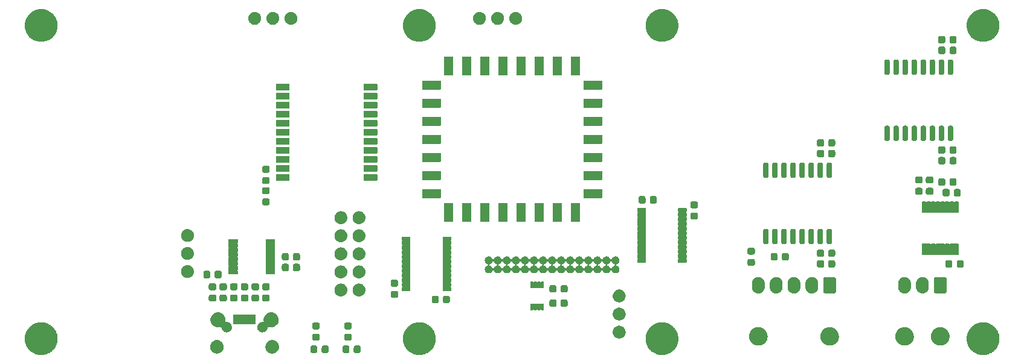
<source format=gbr>
G04 #@! TF.GenerationSoftware,KiCad,Pcbnew,6.0.0-unknown-772dff7~100~ubuntu18.04.1*
G04 #@! TF.CreationDate,2019-07-09T14:46:37+08:00*
G04 #@! TF.ProjectId,backpack,6261636b-7061-4636-9b2e-6b696361645f,rev?*
G04 #@! TF.SameCoordinates,Original*
G04 #@! TF.FileFunction,Soldermask,Top*
G04 #@! TF.FilePolarity,Negative*
%FSLAX46Y46*%
G04 Gerber Fmt 4.6, Leading zero omitted, Abs format (unit mm)*
G04 Created by KiCad (PCBNEW 6.0.0-unknown-772dff7~100~ubuntu18.04.1) date 2019-07-09 14:46:37*
%MOMM*%
%LPD*%
G04 APERTURE LIST*
%ADD10C,0.100000*%
G04 APERTURE END LIST*
D10*
G36*
X136051711Y-114699045D02*
G01*
X136152823Y-114699133D01*
X136200034Y-114705390D01*
X136245022Y-114707315D01*
X136347772Y-114724971D01*
X136451839Y-114738764D01*
X136493979Y-114750095D01*
X136534350Y-114757032D01*
X136638002Y-114788820D01*
X136743124Y-114817086D01*
X136779727Y-114832285D01*
X136815024Y-114843110D01*
X136917660Y-114889560D01*
X137021694Y-114932759D01*
X137052533Y-114950599D01*
X137082476Y-114964151D01*
X137181998Y-115025497D01*
X137282783Y-115083802D01*
X137307856Y-115103076D01*
X137332387Y-115118197D01*
X137426685Y-115194422D01*
X137521922Y-115267632D01*
X137541433Y-115287177D01*
X137560702Y-115302753D01*
X137647649Y-115393579D01*
X137735021Y-115481104D01*
X137749372Y-115499840D01*
X137763709Y-115514817D01*
X137841159Y-115619676D01*
X137918434Y-115720564D01*
X137928215Y-115737539D01*
X137938127Y-115750959D01*
X138004011Y-115869087D01*
X138069021Y-115981915D01*
X138074973Y-115996319D01*
X138081130Y-116007359D01*
X138133536Y-116138052D01*
X138184207Y-116260687D01*
X138187192Y-116271864D01*
X138190388Y-116279836D01*
X138227525Y-116422916D01*
X138262021Y-116552108D01*
X138263000Y-116559595D01*
X138264141Y-116563991D01*
X138284429Y-116723467D01*
X138301131Y-116851193D01*
X138300867Y-117152823D01*
X138293626Y-117207455D01*
X138292897Y-117242262D01*
X138275284Y-117345847D01*
X138261236Y-117451839D01*
X138250425Y-117492044D01*
X138243898Y-117530433D01*
X138211677Y-117636153D01*
X138182914Y-117743124D01*
X138168480Y-117777884D01*
X138158308Y-117811260D01*
X138111164Y-117915916D01*
X138067241Y-118021694D01*
X138050406Y-118050795D01*
X138037736Y-118078921D01*
X137975427Y-118180401D01*
X137916198Y-118282783D01*
X137898145Y-118306268D01*
X137884124Y-118329103D01*
X137806678Y-118425255D01*
X137732368Y-118521922D01*
X137714241Y-118540017D01*
X137699971Y-118557734D01*
X137607659Y-118646413D01*
X137518896Y-118735021D01*
X137501751Y-118748153D01*
X137488255Y-118761118D01*
X137381597Y-118840184D01*
X137279436Y-118918434D01*
X137264193Y-118927217D01*
X137252419Y-118935945D01*
X137132107Y-119003323D01*
X137018085Y-119069021D01*
X137005537Y-119074206D01*
X136996278Y-119079391D01*
X136862698Y-119133226D01*
X136739313Y-119184207D01*
X136730079Y-119186673D01*
X136723984Y-119189129D01*
X136576069Y-119227796D01*
X136447892Y-119262021D01*
X136442394Y-119262740D01*
X136439957Y-119263377D01*
X136260636Y-119286508D01*
X136148807Y-119301131D01*
X136036053Y-119301032D01*
X135855224Y-119301190D01*
X135852723Y-119300872D01*
X135847177Y-119300867D01*
X135715561Y-119283423D01*
X135563991Y-119264141D01*
X135557638Y-119262492D01*
X135548161Y-119261236D01*
X135419180Y-119226555D01*
X135279836Y-119190388D01*
X135269992Y-119186441D01*
X135256876Y-119182914D01*
X135135363Y-119132457D01*
X135007359Y-119081130D01*
X134994551Y-119073987D01*
X134978306Y-119067241D01*
X134866895Y-119002788D01*
X134750959Y-118938127D01*
X134735913Y-118927014D01*
X134717217Y-118916198D01*
X134617774Y-118839755D01*
X134514817Y-118763709D01*
X134498382Y-118747976D01*
X134478078Y-118732368D01*
X134391956Y-118646095D01*
X134302753Y-118560702D01*
X134285902Y-118539856D01*
X134264979Y-118518896D01*
X134193063Y-118425004D01*
X134118197Y-118332387D01*
X134102012Y-118306130D01*
X134081566Y-118279436D01*
X134024375Y-118180178D01*
X133964151Y-118082476D01*
X133949766Y-118050690D01*
X133930979Y-118018085D01*
X133888690Y-117915737D01*
X133843110Y-117815024D01*
X133831690Y-117777786D01*
X133815793Y-117739313D01*
X133788210Y-117636011D01*
X133757032Y-117534350D01*
X133749752Y-117491981D01*
X133737979Y-117447892D01*
X133724618Y-117345717D01*
X133707315Y-117245022D01*
X133705304Y-117198017D01*
X133698869Y-117148807D01*
X133698956Y-117049638D01*
X133694766Y-116951707D01*
X133699086Y-116900791D01*
X133699133Y-116847177D01*
X133711645Y-116752774D01*
X133719585Y-116659194D01*
X133731195Y-116605269D01*
X133738764Y-116548161D01*
X133762481Y-116459957D01*
X133781376Y-116372194D01*
X133801088Y-116316374D01*
X133817086Y-116256876D01*
X133850600Y-116176166D01*
X133879132Y-116095369D01*
X133907614Y-116038862D01*
X133932759Y-115978306D01*
X133974532Y-115906099D01*
X134011265Y-115833221D01*
X134048971Y-115777425D01*
X134083802Y-115717217D01*
X134132244Y-115654200D01*
X134175647Y-115589974D01*
X134222822Y-115536370D01*
X134267632Y-115478078D01*
X134321067Y-115424737D01*
X134369595Y-115369595D01*
X134426269Y-115319718D01*
X134481104Y-115264979D01*
X134537892Y-115221482D01*
X134589974Y-115175647D01*
X134655896Y-115131098D01*
X134720564Y-115081566D01*
X134779107Y-115047834D01*
X134833221Y-115011265D01*
X134907923Y-114973612D01*
X134981915Y-114930979D01*
X135040675Y-114906700D01*
X135095369Y-114879132D01*
X135178104Y-114849916D01*
X135260687Y-114815793D01*
X135318280Y-114800415D01*
X135372194Y-114781376D01*
X135461970Y-114762047D01*
X135552108Y-114737979D01*
X135607252Y-114730768D01*
X135659194Y-114719585D01*
X135754818Y-114711472D01*
X135851193Y-114698869D01*
X135902817Y-114698914D01*
X135951707Y-114694766D01*
X136051711Y-114699045D01*
X136051711Y-114699045D01*
G37*
G36*
X170051711Y-114699045D02*
G01*
X170152823Y-114699133D01*
X170200034Y-114705390D01*
X170245022Y-114707315D01*
X170347772Y-114724971D01*
X170451839Y-114738764D01*
X170493979Y-114750095D01*
X170534350Y-114757032D01*
X170638002Y-114788820D01*
X170743124Y-114817086D01*
X170779727Y-114832285D01*
X170815024Y-114843110D01*
X170917660Y-114889560D01*
X171021694Y-114932759D01*
X171052533Y-114950599D01*
X171082476Y-114964151D01*
X171181998Y-115025497D01*
X171282783Y-115083802D01*
X171307856Y-115103076D01*
X171332387Y-115118197D01*
X171426685Y-115194422D01*
X171521922Y-115267632D01*
X171541433Y-115287177D01*
X171560702Y-115302753D01*
X171647649Y-115393579D01*
X171735021Y-115481104D01*
X171749372Y-115499840D01*
X171763709Y-115514817D01*
X171841159Y-115619676D01*
X171918434Y-115720564D01*
X171928215Y-115737539D01*
X171938127Y-115750959D01*
X172004011Y-115869087D01*
X172069021Y-115981915D01*
X172074973Y-115996319D01*
X172081130Y-116007359D01*
X172133536Y-116138052D01*
X172184207Y-116260687D01*
X172187192Y-116271864D01*
X172190388Y-116279836D01*
X172227525Y-116422916D01*
X172262021Y-116552108D01*
X172263000Y-116559595D01*
X172264141Y-116563991D01*
X172284429Y-116723467D01*
X172301131Y-116851193D01*
X172300867Y-117152823D01*
X172293626Y-117207455D01*
X172292897Y-117242262D01*
X172275284Y-117345847D01*
X172261236Y-117451839D01*
X172250425Y-117492044D01*
X172243898Y-117530433D01*
X172211677Y-117636153D01*
X172182914Y-117743124D01*
X172168480Y-117777884D01*
X172158308Y-117811260D01*
X172111164Y-117915916D01*
X172067241Y-118021694D01*
X172050406Y-118050795D01*
X172037736Y-118078921D01*
X171975427Y-118180401D01*
X171916198Y-118282783D01*
X171898145Y-118306268D01*
X171884124Y-118329103D01*
X171806678Y-118425255D01*
X171732368Y-118521922D01*
X171714241Y-118540017D01*
X171699971Y-118557734D01*
X171607659Y-118646413D01*
X171518896Y-118735021D01*
X171501751Y-118748153D01*
X171488255Y-118761118D01*
X171381597Y-118840184D01*
X171279436Y-118918434D01*
X171264193Y-118927217D01*
X171252419Y-118935945D01*
X171132107Y-119003323D01*
X171018085Y-119069021D01*
X171005537Y-119074206D01*
X170996278Y-119079391D01*
X170862698Y-119133226D01*
X170739313Y-119184207D01*
X170730079Y-119186673D01*
X170723984Y-119189129D01*
X170576069Y-119227796D01*
X170447892Y-119262021D01*
X170442394Y-119262740D01*
X170439957Y-119263377D01*
X170260636Y-119286508D01*
X170148807Y-119301131D01*
X170036053Y-119301032D01*
X169855224Y-119301190D01*
X169852723Y-119300872D01*
X169847177Y-119300867D01*
X169715561Y-119283423D01*
X169563991Y-119264141D01*
X169557638Y-119262492D01*
X169548161Y-119261236D01*
X169419180Y-119226555D01*
X169279836Y-119190388D01*
X169269992Y-119186441D01*
X169256876Y-119182914D01*
X169135363Y-119132457D01*
X169007359Y-119081130D01*
X168994551Y-119073987D01*
X168978306Y-119067241D01*
X168866895Y-119002788D01*
X168750959Y-118938127D01*
X168735913Y-118927014D01*
X168717217Y-118916198D01*
X168617774Y-118839755D01*
X168514817Y-118763709D01*
X168498382Y-118747976D01*
X168478078Y-118732368D01*
X168391956Y-118646095D01*
X168302753Y-118560702D01*
X168285902Y-118539856D01*
X168264979Y-118518896D01*
X168193063Y-118425004D01*
X168118197Y-118332387D01*
X168102012Y-118306130D01*
X168081566Y-118279436D01*
X168024375Y-118180178D01*
X167964151Y-118082476D01*
X167949766Y-118050690D01*
X167930979Y-118018085D01*
X167888690Y-117915737D01*
X167843110Y-117815024D01*
X167831690Y-117777786D01*
X167815793Y-117739313D01*
X167788210Y-117636011D01*
X167757032Y-117534350D01*
X167749752Y-117491981D01*
X167737979Y-117447892D01*
X167724618Y-117345717D01*
X167707315Y-117245022D01*
X167705304Y-117198017D01*
X167698869Y-117148807D01*
X167698956Y-117049638D01*
X167694766Y-116951707D01*
X167699086Y-116900791D01*
X167699133Y-116847177D01*
X167711645Y-116752774D01*
X167719585Y-116659194D01*
X167731195Y-116605269D01*
X167738764Y-116548161D01*
X167762481Y-116459957D01*
X167781376Y-116372194D01*
X167801088Y-116316374D01*
X167817086Y-116256876D01*
X167850600Y-116176166D01*
X167879132Y-116095369D01*
X167907614Y-116038862D01*
X167932759Y-115978306D01*
X167974532Y-115906099D01*
X168011265Y-115833221D01*
X168048971Y-115777425D01*
X168083802Y-115717217D01*
X168132244Y-115654200D01*
X168175647Y-115589974D01*
X168222822Y-115536370D01*
X168267632Y-115478078D01*
X168321067Y-115424737D01*
X168369595Y-115369595D01*
X168426269Y-115319718D01*
X168481104Y-115264979D01*
X168537892Y-115221482D01*
X168589974Y-115175647D01*
X168655896Y-115131098D01*
X168720564Y-115081566D01*
X168779107Y-115047834D01*
X168833221Y-115011265D01*
X168907923Y-114973612D01*
X168981915Y-114930979D01*
X169040675Y-114906700D01*
X169095369Y-114879132D01*
X169178104Y-114849916D01*
X169260687Y-114815793D01*
X169318280Y-114800415D01*
X169372194Y-114781376D01*
X169461970Y-114762047D01*
X169552108Y-114737979D01*
X169607252Y-114730768D01*
X169659194Y-114719585D01*
X169754818Y-114711472D01*
X169851193Y-114698869D01*
X169902817Y-114698914D01*
X169951707Y-114694766D01*
X170051711Y-114699045D01*
X170051711Y-114699045D01*
G37*
G36*
X215051711Y-114699045D02*
G01*
X215152823Y-114699133D01*
X215200034Y-114705390D01*
X215245022Y-114707315D01*
X215347772Y-114724971D01*
X215451839Y-114738764D01*
X215493979Y-114750095D01*
X215534350Y-114757032D01*
X215638002Y-114788820D01*
X215743124Y-114817086D01*
X215779727Y-114832285D01*
X215815024Y-114843110D01*
X215917660Y-114889560D01*
X216021694Y-114932759D01*
X216052533Y-114950599D01*
X216082476Y-114964151D01*
X216181998Y-115025497D01*
X216282783Y-115083802D01*
X216307856Y-115103076D01*
X216332387Y-115118197D01*
X216426685Y-115194422D01*
X216521922Y-115267632D01*
X216541433Y-115287177D01*
X216560702Y-115302753D01*
X216647649Y-115393579D01*
X216735021Y-115481104D01*
X216749372Y-115499840D01*
X216763709Y-115514817D01*
X216841159Y-115619676D01*
X216918434Y-115720564D01*
X216928215Y-115737539D01*
X216938127Y-115750959D01*
X217004011Y-115869087D01*
X217069021Y-115981915D01*
X217074973Y-115996319D01*
X217081130Y-116007359D01*
X217133536Y-116138052D01*
X217184207Y-116260687D01*
X217187192Y-116271864D01*
X217190388Y-116279836D01*
X217227525Y-116422916D01*
X217262021Y-116552108D01*
X217263000Y-116559595D01*
X217264141Y-116563991D01*
X217284429Y-116723467D01*
X217301131Y-116851193D01*
X217300867Y-117152823D01*
X217293626Y-117207455D01*
X217292897Y-117242262D01*
X217275284Y-117345847D01*
X217261236Y-117451839D01*
X217250425Y-117492044D01*
X217243898Y-117530433D01*
X217211677Y-117636153D01*
X217182914Y-117743124D01*
X217168480Y-117777884D01*
X217158308Y-117811260D01*
X217111164Y-117915916D01*
X217067241Y-118021694D01*
X217050406Y-118050795D01*
X217037736Y-118078921D01*
X216975427Y-118180401D01*
X216916198Y-118282783D01*
X216898145Y-118306268D01*
X216884124Y-118329103D01*
X216806678Y-118425255D01*
X216732368Y-118521922D01*
X216714241Y-118540017D01*
X216699971Y-118557734D01*
X216607659Y-118646413D01*
X216518896Y-118735021D01*
X216501751Y-118748153D01*
X216488255Y-118761118D01*
X216381597Y-118840184D01*
X216279436Y-118918434D01*
X216264193Y-118927217D01*
X216252419Y-118935945D01*
X216132107Y-119003323D01*
X216018085Y-119069021D01*
X216005537Y-119074206D01*
X215996278Y-119079391D01*
X215862698Y-119133226D01*
X215739313Y-119184207D01*
X215730079Y-119186673D01*
X215723984Y-119189129D01*
X215576069Y-119227796D01*
X215447892Y-119262021D01*
X215442394Y-119262740D01*
X215439957Y-119263377D01*
X215260636Y-119286508D01*
X215148807Y-119301131D01*
X215036053Y-119301032D01*
X214855224Y-119301190D01*
X214852723Y-119300872D01*
X214847177Y-119300867D01*
X214715561Y-119283423D01*
X214563991Y-119264141D01*
X214557638Y-119262492D01*
X214548161Y-119261236D01*
X214419180Y-119226555D01*
X214279836Y-119190388D01*
X214269992Y-119186441D01*
X214256876Y-119182914D01*
X214135363Y-119132457D01*
X214007359Y-119081130D01*
X213994551Y-119073987D01*
X213978306Y-119067241D01*
X213866895Y-119002788D01*
X213750959Y-118938127D01*
X213735913Y-118927014D01*
X213717217Y-118916198D01*
X213617774Y-118839755D01*
X213514817Y-118763709D01*
X213498382Y-118747976D01*
X213478078Y-118732368D01*
X213391956Y-118646095D01*
X213302753Y-118560702D01*
X213285902Y-118539856D01*
X213264979Y-118518896D01*
X213193063Y-118425004D01*
X213118197Y-118332387D01*
X213102012Y-118306130D01*
X213081566Y-118279436D01*
X213024375Y-118180178D01*
X212964151Y-118082476D01*
X212949766Y-118050690D01*
X212930979Y-118018085D01*
X212888690Y-117915737D01*
X212843110Y-117815024D01*
X212831690Y-117777786D01*
X212815793Y-117739313D01*
X212788210Y-117636011D01*
X212757032Y-117534350D01*
X212749752Y-117491981D01*
X212737979Y-117447892D01*
X212724618Y-117345717D01*
X212707315Y-117245022D01*
X212705304Y-117198017D01*
X212698869Y-117148807D01*
X212698956Y-117049638D01*
X212694766Y-116951707D01*
X212699086Y-116900791D01*
X212699133Y-116847177D01*
X212711645Y-116752774D01*
X212719585Y-116659194D01*
X212731195Y-116605269D01*
X212738764Y-116548161D01*
X212762481Y-116459957D01*
X212781376Y-116372194D01*
X212801088Y-116316374D01*
X212817086Y-116256876D01*
X212850600Y-116176166D01*
X212879132Y-116095369D01*
X212907614Y-116038862D01*
X212932759Y-115978306D01*
X212974532Y-115906099D01*
X213011265Y-115833221D01*
X213048971Y-115777425D01*
X213083802Y-115717217D01*
X213132244Y-115654200D01*
X213175647Y-115589974D01*
X213222822Y-115536370D01*
X213267632Y-115478078D01*
X213321067Y-115424737D01*
X213369595Y-115369595D01*
X213426269Y-115319718D01*
X213481104Y-115264979D01*
X213537892Y-115221482D01*
X213589974Y-115175647D01*
X213655896Y-115131098D01*
X213720564Y-115081566D01*
X213779107Y-115047834D01*
X213833221Y-115011265D01*
X213907923Y-114973612D01*
X213981915Y-114930979D01*
X214040675Y-114906700D01*
X214095369Y-114879132D01*
X214178104Y-114849916D01*
X214260687Y-114815793D01*
X214318280Y-114800415D01*
X214372194Y-114781376D01*
X214461970Y-114762047D01*
X214552108Y-114737979D01*
X214607252Y-114730768D01*
X214659194Y-114719585D01*
X214754818Y-114711472D01*
X214851193Y-114698869D01*
X214902817Y-114698914D01*
X214951707Y-114694766D01*
X215051711Y-114699045D01*
X215051711Y-114699045D01*
G37*
G36*
X83051711Y-114699045D02*
G01*
X83152823Y-114699133D01*
X83200034Y-114705390D01*
X83245022Y-114707315D01*
X83347772Y-114724971D01*
X83451839Y-114738764D01*
X83493979Y-114750095D01*
X83534350Y-114757032D01*
X83638002Y-114788820D01*
X83743124Y-114817086D01*
X83779727Y-114832285D01*
X83815024Y-114843110D01*
X83917660Y-114889560D01*
X84021694Y-114932759D01*
X84052533Y-114950599D01*
X84082476Y-114964151D01*
X84181998Y-115025497D01*
X84282783Y-115083802D01*
X84307856Y-115103076D01*
X84332387Y-115118197D01*
X84426685Y-115194422D01*
X84521922Y-115267632D01*
X84541433Y-115287177D01*
X84560702Y-115302753D01*
X84647649Y-115393579D01*
X84735021Y-115481104D01*
X84749372Y-115499840D01*
X84763709Y-115514817D01*
X84841159Y-115619676D01*
X84918434Y-115720564D01*
X84928215Y-115737539D01*
X84938127Y-115750959D01*
X85004011Y-115869087D01*
X85069021Y-115981915D01*
X85074973Y-115996319D01*
X85081130Y-116007359D01*
X85133536Y-116138052D01*
X85184207Y-116260687D01*
X85187192Y-116271864D01*
X85190388Y-116279836D01*
X85227525Y-116422916D01*
X85262021Y-116552108D01*
X85263000Y-116559595D01*
X85264141Y-116563991D01*
X85284429Y-116723467D01*
X85301131Y-116851193D01*
X85300867Y-117152823D01*
X85293626Y-117207455D01*
X85292897Y-117242262D01*
X85275284Y-117345847D01*
X85261236Y-117451839D01*
X85250425Y-117492044D01*
X85243898Y-117530433D01*
X85211677Y-117636153D01*
X85182914Y-117743124D01*
X85168480Y-117777884D01*
X85158308Y-117811260D01*
X85111164Y-117915916D01*
X85067241Y-118021694D01*
X85050406Y-118050795D01*
X85037736Y-118078921D01*
X84975427Y-118180401D01*
X84916198Y-118282783D01*
X84898145Y-118306268D01*
X84884124Y-118329103D01*
X84806678Y-118425255D01*
X84732368Y-118521922D01*
X84714241Y-118540017D01*
X84699971Y-118557734D01*
X84607659Y-118646413D01*
X84518896Y-118735021D01*
X84501751Y-118748153D01*
X84488255Y-118761118D01*
X84381597Y-118840184D01*
X84279436Y-118918434D01*
X84264193Y-118927217D01*
X84252419Y-118935945D01*
X84132107Y-119003323D01*
X84018085Y-119069021D01*
X84005537Y-119074206D01*
X83996278Y-119079391D01*
X83862698Y-119133226D01*
X83739313Y-119184207D01*
X83730079Y-119186673D01*
X83723984Y-119189129D01*
X83576069Y-119227796D01*
X83447892Y-119262021D01*
X83442394Y-119262740D01*
X83439957Y-119263377D01*
X83260636Y-119286508D01*
X83148807Y-119301131D01*
X83036053Y-119301032D01*
X82855224Y-119301190D01*
X82852723Y-119300872D01*
X82847177Y-119300867D01*
X82715561Y-119283423D01*
X82563991Y-119264141D01*
X82557638Y-119262492D01*
X82548161Y-119261236D01*
X82419180Y-119226555D01*
X82279836Y-119190388D01*
X82269992Y-119186441D01*
X82256876Y-119182914D01*
X82135363Y-119132457D01*
X82007359Y-119081130D01*
X81994551Y-119073987D01*
X81978306Y-119067241D01*
X81866895Y-119002788D01*
X81750959Y-118938127D01*
X81735913Y-118927014D01*
X81717217Y-118916198D01*
X81617774Y-118839755D01*
X81514817Y-118763709D01*
X81498382Y-118747976D01*
X81478078Y-118732368D01*
X81391956Y-118646095D01*
X81302753Y-118560702D01*
X81285902Y-118539856D01*
X81264979Y-118518896D01*
X81193063Y-118425004D01*
X81118197Y-118332387D01*
X81102012Y-118306130D01*
X81081566Y-118279436D01*
X81024375Y-118180178D01*
X80964151Y-118082476D01*
X80949766Y-118050690D01*
X80930979Y-118018085D01*
X80888690Y-117915737D01*
X80843110Y-117815024D01*
X80831690Y-117777786D01*
X80815793Y-117739313D01*
X80788210Y-117636011D01*
X80757032Y-117534350D01*
X80749752Y-117491981D01*
X80737979Y-117447892D01*
X80724618Y-117345717D01*
X80707315Y-117245022D01*
X80705304Y-117198017D01*
X80698869Y-117148807D01*
X80698956Y-117049638D01*
X80694766Y-116951707D01*
X80699086Y-116900791D01*
X80699133Y-116847177D01*
X80711645Y-116752774D01*
X80719585Y-116659194D01*
X80731195Y-116605269D01*
X80738764Y-116548161D01*
X80762481Y-116459957D01*
X80781376Y-116372194D01*
X80801088Y-116316374D01*
X80817086Y-116256876D01*
X80850600Y-116176166D01*
X80879132Y-116095369D01*
X80907614Y-116038862D01*
X80932759Y-115978306D01*
X80974532Y-115906099D01*
X81011265Y-115833221D01*
X81048971Y-115777425D01*
X81083802Y-115717217D01*
X81132244Y-115654200D01*
X81175647Y-115589974D01*
X81222822Y-115536370D01*
X81267632Y-115478078D01*
X81321067Y-115424737D01*
X81369595Y-115369595D01*
X81426269Y-115319718D01*
X81481104Y-115264979D01*
X81537892Y-115221482D01*
X81589974Y-115175647D01*
X81655896Y-115131098D01*
X81720564Y-115081566D01*
X81779107Y-115047834D01*
X81833221Y-115011265D01*
X81907923Y-114973612D01*
X81981915Y-114930979D01*
X82040675Y-114906700D01*
X82095369Y-114879132D01*
X82178104Y-114849916D01*
X82260687Y-114815793D01*
X82318280Y-114800415D01*
X82372194Y-114781376D01*
X82461970Y-114762047D01*
X82552108Y-114737979D01*
X82607252Y-114730768D01*
X82659194Y-114719585D01*
X82754818Y-114711472D01*
X82851193Y-114698869D01*
X82902817Y-114698914D01*
X82951707Y-114694766D01*
X83051711Y-114699045D01*
X83051711Y-114699045D01*
G37*
G36*
X115471675Y-117202627D02*
G01*
X115512905Y-117204680D01*
X115561080Y-117216468D01*
X115615954Y-117224963D01*
X115654728Y-117239383D01*
X115689176Y-117247812D01*
X115739544Y-117270925D01*
X115797037Y-117292307D01*
X115827173Y-117311138D01*
X115854107Y-117323498D01*
X115903922Y-117359097D01*
X115960880Y-117394688D01*
X115982387Y-117415168D01*
X116001749Y-117429005D01*
X116047931Y-117477585D01*
X116100790Y-117527922D01*
X116114404Y-117547511D01*
X116126782Y-117560531D01*
X116166083Y-117621866D01*
X116211052Y-117686569D01*
X116218145Y-117703119D01*
X116224683Y-117713322D01*
X116253818Y-117786349D01*
X116287162Y-117864146D01*
X116289606Y-117876051D01*
X116291928Y-117881872D01*
X116307813Y-117964748D01*
X116326010Y-118053400D01*
X116325988Y-118059580D01*
X116326056Y-118059932D01*
X116325404Y-118246704D01*
X116325335Y-118247053D01*
X116325313Y-118253237D01*
X116306491Y-118341785D01*
X116290034Y-118424522D01*
X116287671Y-118430327D01*
X116285144Y-118442215D01*
X116251246Y-118519806D01*
X116221613Y-118592599D01*
X116215009Y-118602748D01*
X116207797Y-118619257D01*
X116162357Y-118683672D01*
X116122645Y-118744707D01*
X116110180Y-118757637D01*
X116096430Y-118777129D01*
X116043221Y-118827096D01*
X115996704Y-118875349D01*
X115977248Y-118889048D01*
X115955593Y-118909384D01*
X115898380Y-118944582D01*
X115848323Y-118979828D01*
X115821302Y-118992000D01*
X115791039Y-119010618D01*
X115733399Y-119031597D01*
X115682868Y-119054360D01*
X115648362Y-119062549D01*
X115609490Y-119076697D01*
X115554568Y-119084807D01*
X115506307Y-119096260D01*
X115465057Y-119098025D01*
X115418363Y-119104920D01*
X115368741Y-119102146D01*
X115325000Y-119104017D01*
X115278403Y-119097095D01*
X115225464Y-119094135D01*
X115183057Y-119082931D01*
X115145504Y-119077352D01*
X115095566Y-119059815D01*
X115038673Y-119044783D01*
X115004600Y-119027869D01*
X114974288Y-119017224D01*
X114923557Y-118987639D01*
X114865621Y-118958879D01*
X114840245Y-118939053D01*
X114817528Y-118925805D01*
X114768930Y-118883335D01*
X114713378Y-118839933D01*
X114696292Y-118819857D01*
X114680884Y-118806392D01*
X114637628Y-118750928D01*
X114588161Y-118692804D01*
X114578277Y-118674825D01*
X114569285Y-118663295D01*
X114534661Y-118595488D01*
X114495086Y-118523501D01*
X114490749Y-118509492D01*
X114486760Y-118501679D01*
X114463983Y-118423022D01*
X114437955Y-118338941D01*
X114437095Y-118330173D01*
X114436285Y-118327375D01*
X114428295Y-118240423D01*
X114419102Y-118146663D01*
X114428949Y-118052976D01*
X114437546Y-117966079D01*
X114438376Y-117963287D01*
X114439297Y-117954521D01*
X114465920Y-117870594D01*
X114489237Y-117792129D01*
X114493280Y-117784346D01*
X114497715Y-117770365D01*
X114537811Y-117698621D01*
X114572891Y-117631090D01*
X114581956Y-117619632D01*
X114591969Y-117601716D01*
X114641849Y-117543930D01*
X114685484Y-117488776D01*
X114700984Y-117475420D01*
X114718210Y-117455464D01*
X114774069Y-117412447D01*
X114822959Y-117370321D01*
X114845768Y-117357232D01*
X114871281Y-117337584D01*
X114929401Y-117309237D01*
X114980350Y-117279999D01*
X115010746Y-117269562D01*
X115044928Y-117252891D01*
X115101921Y-117238258D01*
X115151983Y-117221069D01*
X115189572Y-117215753D01*
X115232059Y-117204844D01*
X115285020Y-117202254D01*
X115331663Y-117195657D01*
X115375388Y-117197834D01*
X115425028Y-117195406D01*
X115471675Y-117202627D01*
X115471675Y-117202627D01*
G37*
G36*
X107721675Y-117202627D02*
G01*
X107762905Y-117204680D01*
X107811080Y-117216468D01*
X107865954Y-117224963D01*
X107904728Y-117239383D01*
X107939176Y-117247812D01*
X107989544Y-117270925D01*
X108047037Y-117292307D01*
X108077173Y-117311138D01*
X108104107Y-117323498D01*
X108153922Y-117359097D01*
X108210880Y-117394688D01*
X108232387Y-117415168D01*
X108251749Y-117429005D01*
X108297931Y-117477585D01*
X108350790Y-117527922D01*
X108364404Y-117547511D01*
X108376782Y-117560531D01*
X108416083Y-117621866D01*
X108461052Y-117686569D01*
X108468145Y-117703119D01*
X108474683Y-117713322D01*
X108503818Y-117786349D01*
X108537162Y-117864146D01*
X108539606Y-117876051D01*
X108541928Y-117881872D01*
X108557813Y-117964748D01*
X108576010Y-118053400D01*
X108575988Y-118059580D01*
X108576056Y-118059932D01*
X108575404Y-118246704D01*
X108575335Y-118247053D01*
X108575313Y-118253237D01*
X108556491Y-118341785D01*
X108540034Y-118424522D01*
X108537671Y-118430327D01*
X108535144Y-118442215D01*
X108501246Y-118519806D01*
X108471613Y-118592599D01*
X108465009Y-118602748D01*
X108457797Y-118619257D01*
X108412357Y-118683672D01*
X108372645Y-118744707D01*
X108360180Y-118757637D01*
X108346430Y-118777129D01*
X108293221Y-118827096D01*
X108246704Y-118875349D01*
X108227248Y-118889048D01*
X108205593Y-118909384D01*
X108148380Y-118944582D01*
X108098323Y-118979828D01*
X108071302Y-118992000D01*
X108041039Y-119010618D01*
X107983399Y-119031597D01*
X107932868Y-119054360D01*
X107898362Y-119062549D01*
X107859490Y-119076697D01*
X107804568Y-119084807D01*
X107756307Y-119096260D01*
X107715057Y-119098025D01*
X107668363Y-119104920D01*
X107618741Y-119102146D01*
X107575000Y-119104017D01*
X107528403Y-119097095D01*
X107475464Y-119094135D01*
X107433057Y-119082931D01*
X107395504Y-119077352D01*
X107345566Y-119059815D01*
X107288673Y-119044783D01*
X107254600Y-119027869D01*
X107224288Y-119017224D01*
X107173557Y-118987639D01*
X107115621Y-118958879D01*
X107090245Y-118939053D01*
X107067528Y-118925805D01*
X107018930Y-118883335D01*
X106963378Y-118839933D01*
X106946292Y-118819857D01*
X106930884Y-118806392D01*
X106887628Y-118750928D01*
X106838161Y-118692804D01*
X106828277Y-118674825D01*
X106819285Y-118663295D01*
X106784661Y-118595488D01*
X106745086Y-118523501D01*
X106740749Y-118509492D01*
X106736760Y-118501679D01*
X106713983Y-118423022D01*
X106687955Y-118338941D01*
X106687095Y-118330173D01*
X106686285Y-118327375D01*
X106678295Y-118240423D01*
X106669102Y-118146663D01*
X106678949Y-118052976D01*
X106687546Y-117966079D01*
X106688376Y-117963287D01*
X106689297Y-117954521D01*
X106715920Y-117870594D01*
X106739237Y-117792129D01*
X106743280Y-117784346D01*
X106747715Y-117770365D01*
X106787811Y-117698621D01*
X106822891Y-117631090D01*
X106831956Y-117619632D01*
X106841969Y-117601716D01*
X106891849Y-117543930D01*
X106935484Y-117488776D01*
X106950984Y-117475420D01*
X106968210Y-117455464D01*
X107024069Y-117412447D01*
X107072959Y-117370321D01*
X107095768Y-117357232D01*
X107121281Y-117337584D01*
X107179401Y-117309237D01*
X107230350Y-117279999D01*
X107260746Y-117269562D01*
X107294928Y-117252891D01*
X107351921Y-117238258D01*
X107401983Y-117221069D01*
X107439572Y-117215753D01*
X107482059Y-117204844D01*
X107535020Y-117202254D01*
X107581663Y-117195657D01*
X107625388Y-117197834D01*
X107675028Y-117195406D01*
X107721675Y-117202627D01*
X107721675Y-117202627D01*
G37*
G36*
X125926231Y-117973001D02*
G01*
X125926964Y-117973001D01*
X125929829Y-117973571D01*
X126012918Y-117986731D01*
X126023760Y-117992255D01*
X126032215Y-117993937D01*
X126048768Y-118004998D01*
X126089054Y-118025524D01*
X126108316Y-118044786D01*
X126121443Y-118053557D01*
X126130214Y-118066684D01*
X126149476Y-118085946D01*
X126170002Y-118126232D01*
X126181063Y-118142785D01*
X126182745Y-118151240D01*
X126188269Y-118162082D01*
X126201429Y-118245171D01*
X126201999Y-118248036D01*
X126201999Y-118248769D01*
X126203194Y-118256314D01*
X126203194Y-118743686D01*
X126201999Y-118751231D01*
X126201999Y-118751964D01*
X126201429Y-118754829D01*
X126188269Y-118837918D01*
X126182745Y-118848760D01*
X126181063Y-118857215D01*
X126170002Y-118873768D01*
X126149476Y-118914054D01*
X126130214Y-118933316D01*
X126121443Y-118946443D01*
X126108316Y-118955214D01*
X126089054Y-118974476D01*
X126048768Y-118995002D01*
X126032215Y-119006063D01*
X126023760Y-119007745D01*
X126012918Y-119013269D01*
X125929829Y-119026429D01*
X125926964Y-119026999D01*
X125926231Y-119026999D01*
X125918686Y-119028194D01*
X125506314Y-119028194D01*
X125498769Y-119026999D01*
X125498036Y-119026999D01*
X125495171Y-119026429D01*
X125412082Y-119013269D01*
X125401240Y-119007745D01*
X125392785Y-119006063D01*
X125376232Y-118995002D01*
X125335946Y-118974476D01*
X125316684Y-118955214D01*
X125303557Y-118946443D01*
X125294786Y-118933316D01*
X125275524Y-118914054D01*
X125254998Y-118873768D01*
X125243937Y-118857215D01*
X125242255Y-118848760D01*
X125236731Y-118837918D01*
X125223571Y-118754829D01*
X125223001Y-118751964D01*
X125223001Y-118751231D01*
X125221806Y-118743686D01*
X125221806Y-118256314D01*
X125223001Y-118248769D01*
X125223001Y-118248036D01*
X125223571Y-118245171D01*
X125236731Y-118162082D01*
X125242255Y-118151240D01*
X125243937Y-118142785D01*
X125254998Y-118126232D01*
X125275524Y-118085946D01*
X125294786Y-118066684D01*
X125303557Y-118053557D01*
X125316684Y-118044786D01*
X125335946Y-118025524D01*
X125376232Y-118004998D01*
X125392785Y-117993937D01*
X125401240Y-117992255D01*
X125412082Y-117986731D01*
X125495171Y-117973571D01*
X125498036Y-117973001D01*
X125498769Y-117973001D01*
X125506314Y-117971806D01*
X125918686Y-117971806D01*
X125926231Y-117973001D01*
X125926231Y-117973001D01*
G37*
G36*
X127501231Y-117973001D02*
G01*
X127501964Y-117973001D01*
X127504829Y-117973571D01*
X127587918Y-117986731D01*
X127598760Y-117992255D01*
X127607215Y-117993937D01*
X127623768Y-118004998D01*
X127664054Y-118025524D01*
X127683316Y-118044786D01*
X127696443Y-118053557D01*
X127705214Y-118066684D01*
X127724476Y-118085946D01*
X127745002Y-118126232D01*
X127756063Y-118142785D01*
X127757745Y-118151240D01*
X127763269Y-118162082D01*
X127776429Y-118245171D01*
X127776999Y-118248036D01*
X127776999Y-118248769D01*
X127778194Y-118256314D01*
X127778194Y-118743686D01*
X127776999Y-118751231D01*
X127776999Y-118751964D01*
X127776429Y-118754829D01*
X127763269Y-118837918D01*
X127757745Y-118848760D01*
X127756063Y-118857215D01*
X127745002Y-118873768D01*
X127724476Y-118914054D01*
X127705214Y-118933316D01*
X127696443Y-118946443D01*
X127683316Y-118955214D01*
X127664054Y-118974476D01*
X127623768Y-118995002D01*
X127607215Y-119006063D01*
X127598760Y-119007745D01*
X127587918Y-119013269D01*
X127504829Y-119026429D01*
X127501964Y-119026999D01*
X127501231Y-119026999D01*
X127493686Y-119028194D01*
X127081314Y-119028194D01*
X127073769Y-119026999D01*
X127073036Y-119026999D01*
X127070171Y-119026429D01*
X126987082Y-119013269D01*
X126976240Y-119007745D01*
X126967785Y-119006063D01*
X126951232Y-118995002D01*
X126910946Y-118974476D01*
X126891684Y-118955214D01*
X126878557Y-118946443D01*
X126869786Y-118933316D01*
X126850524Y-118914054D01*
X126829998Y-118873768D01*
X126818937Y-118857215D01*
X126817255Y-118848760D01*
X126811731Y-118837918D01*
X126798571Y-118754829D01*
X126798001Y-118751964D01*
X126798001Y-118751231D01*
X126796806Y-118743686D01*
X126796806Y-118256314D01*
X126798001Y-118248769D01*
X126798001Y-118248036D01*
X126798571Y-118245171D01*
X126811731Y-118162082D01*
X126817255Y-118151240D01*
X126818937Y-118142785D01*
X126829998Y-118126232D01*
X126850524Y-118085946D01*
X126869786Y-118066684D01*
X126878557Y-118053557D01*
X126891684Y-118044786D01*
X126910946Y-118025524D01*
X126951232Y-118004998D01*
X126967785Y-117993937D01*
X126976240Y-117992255D01*
X126987082Y-117986731D01*
X127070171Y-117973571D01*
X127073036Y-117973001D01*
X127073769Y-117973001D01*
X127081314Y-117971806D01*
X127493686Y-117971806D01*
X127501231Y-117973001D01*
X127501231Y-117973001D01*
G37*
G36*
X123001231Y-117973001D02*
G01*
X123001964Y-117973001D01*
X123004829Y-117973571D01*
X123087918Y-117986731D01*
X123098760Y-117992255D01*
X123107215Y-117993937D01*
X123123768Y-118004998D01*
X123164054Y-118025524D01*
X123183316Y-118044786D01*
X123196443Y-118053557D01*
X123205214Y-118066684D01*
X123224476Y-118085946D01*
X123245002Y-118126232D01*
X123256063Y-118142785D01*
X123257745Y-118151240D01*
X123263269Y-118162082D01*
X123276429Y-118245171D01*
X123276999Y-118248036D01*
X123276999Y-118248769D01*
X123278194Y-118256314D01*
X123278194Y-118743686D01*
X123276999Y-118751231D01*
X123276999Y-118751964D01*
X123276429Y-118754829D01*
X123263269Y-118837918D01*
X123257745Y-118848760D01*
X123256063Y-118857215D01*
X123245002Y-118873768D01*
X123224476Y-118914054D01*
X123205214Y-118933316D01*
X123196443Y-118946443D01*
X123183316Y-118955214D01*
X123164054Y-118974476D01*
X123123768Y-118995002D01*
X123107215Y-119006063D01*
X123098760Y-119007745D01*
X123087918Y-119013269D01*
X123004829Y-119026429D01*
X123001964Y-119026999D01*
X123001231Y-119026999D01*
X122993686Y-119028194D01*
X122581314Y-119028194D01*
X122573769Y-119026999D01*
X122573036Y-119026999D01*
X122570171Y-119026429D01*
X122487082Y-119013269D01*
X122476240Y-119007745D01*
X122467785Y-119006063D01*
X122451232Y-118995002D01*
X122410946Y-118974476D01*
X122391684Y-118955214D01*
X122378557Y-118946443D01*
X122369786Y-118933316D01*
X122350524Y-118914054D01*
X122329998Y-118873768D01*
X122318937Y-118857215D01*
X122317255Y-118848760D01*
X122311731Y-118837918D01*
X122298571Y-118754829D01*
X122298001Y-118751964D01*
X122298001Y-118751231D01*
X122296806Y-118743686D01*
X122296806Y-118256314D01*
X122298001Y-118248769D01*
X122298001Y-118248036D01*
X122298571Y-118245171D01*
X122311731Y-118162082D01*
X122317255Y-118151240D01*
X122318937Y-118142785D01*
X122329998Y-118126232D01*
X122350524Y-118085946D01*
X122369786Y-118066684D01*
X122378557Y-118053557D01*
X122391684Y-118044786D01*
X122410946Y-118025524D01*
X122451232Y-118004998D01*
X122467785Y-117993937D01*
X122476240Y-117992255D01*
X122487082Y-117986731D01*
X122570171Y-117973571D01*
X122573036Y-117973001D01*
X122573769Y-117973001D01*
X122581314Y-117971806D01*
X122993686Y-117971806D01*
X123001231Y-117973001D01*
X123001231Y-117973001D01*
G37*
G36*
X121426231Y-117973001D02*
G01*
X121426964Y-117973001D01*
X121429829Y-117973571D01*
X121512918Y-117986731D01*
X121523760Y-117992255D01*
X121532215Y-117993937D01*
X121548768Y-118004998D01*
X121589054Y-118025524D01*
X121608316Y-118044786D01*
X121621443Y-118053557D01*
X121630214Y-118066684D01*
X121649476Y-118085946D01*
X121670002Y-118126232D01*
X121681063Y-118142785D01*
X121682745Y-118151240D01*
X121688269Y-118162082D01*
X121701429Y-118245171D01*
X121701999Y-118248036D01*
X121701999Y-118248769D01*
X121703194Y-118256314D01*
X121703194Y-118743686D01*
X121701999Y-118751231D01*
X121701999Y-118751964D01*
X121701429Y-118754829D01*
X121688269Y-118837918D01*
X121682745Y-118848760D01*
X121681063Y-118857215D01*
X121670002Y-118873768D01*
X121649476Y-118914054D01*
X121630214Y-118933316D01*
X121621443Y-118946443D01*
X121608316Y-118955214D01*
X121589054Y-118974476D01*
X121548768Y-118995002D01*
X121532215Y-119006063D01*
X121523760Y-119007745D01*
X121512918Y-119013269D01*
X121429829Y-119026429D01*
X121426964Y-119026999D01*
X121426231Y-119026999D01*
X121418686Y-119028194D01*
X121006314Y-119028194D01*
X120998769Y-119026999D01*
X120998036Y-119026999D01*
X120995171Y-119026429D01*
X120912082Y-119013269D01*
X120901240Y-119007745D01*
X120892785Y-119006063D01*
X120876232Y-118995002D01*
X120835946Y-118974476D01*
X120816684Y-118955214D01*
X120803557Y-118946443D01*
X120794786Y-118933316D01*
X120775524Y-118914054D01*
X120754998Y-118873768D01*
X120743937Y-118857215D01*
X120742255Y-118848760D01*
X120736731Y-118837918D01*
X120723571Y-118754829D01*
X120723001Y-118751964D01*
X120723001Y-118751231D01*
X120721806Y-118743686D01*
X120721806Y-118256314D01*
X120723001Y-118248769D01*
X120723001Y-118248036D01*
X120723571Y-118245171D01*
X120736731Y-118162082D01*
X120742255Y-118151240D01*
X120743937Y-118142785D01*
X120754998Y-118126232D01*
X120775524Y-118085946D01*
X120794786Y-118066684D01*
X120803557Y-118053557D01*
X120816684Y-118044786D01*
X120835946Y-118025524D01*
X120876232Y-118004998D01*
X120892785Y-117993937D01*
X120901240Y-117992255D01*
X120912082Y-117986731D01*
X120995171Y-117973571D01*
X120998036Y-117973001D01*
X120998769Y-117973001D01*
X121006314Y-117971806D01*
X121418686Y-117971806D01*
X121426231Y-117973001D01*
X121426231Y-117973001D01*
G37*
G36*
X209062163Y-115379001D02*
G01*
X209113823Y-115379001D01*
X209173518Y-115389527D01*
X209228934Y-115394765D01*
X209280515Y-115408393D01*
X209338010Y-115418531D01*
X209388660Y-115436966D01*
X209435774Y-115449414D01*
X209490780Y-115474135D01*
X209551926Y-115496390D01*
X209592766Y-115519969D01*
X209630911Y-115537112D01*
X209686971Y-115574358D01*
X209749073Y-115610213D01*
X209780019Y-115636179D01*
X209809100Y-115655501D01*
X209863480Y-115706211D01*
X209923460Y-115756540D01*
X209945074Y-115782299D01*
X209965564Y-115801406D01*
X210015316Y-115866010D01*
X210069787Y-115930927D01*
X210083202Y-115954163D01*
X210096093Y-115970902D01*
X210138128Y-116049298D01*
X210183610Y-116128074D01*
X210190462Y-116146899D01*
X210197190Y-116159447D01*
X210228443Y-116251252D01*
X210261469Y-116341990D01*
X210263764Y-116355007D01*
X210266133Y-116361965D01*
X210283667Y-116467884D01*
X210300999Y-116566177D01*
X210300999Y-116793823D01*
X210294489Y-116830743D01*
X210293972Y-116851903D01*
X210276550Y-116932481D01*
X210261469Y-117018010D01*
X210253066Y-117041098D01*
X210249086Y-117059504D01*
X210215393Y-117144603D01*
X210183610Y-117231926D01*
X210174729Y-117247308D01*
X210170332Y-117258414D01*
X210118836Y-117344118D01*
X210069787Y-117429073D01*
X210062752Y-117437457D01*
X210060148Y-117441791D01*
X209986706Y-117528086D01*
X209923460Y-117603460D01*
X209854806Y-117661067D01*
X209758089Y-117742799D01*
X209755713Y-117744215D01*
X209749073Y-117749787D01*
X209663103Y-117799422D01*
X209574325Y-117852344D01*
X209565341Y-117855865D01*
X209551926Y-117863610D01*
X209462837Y-117896036D01*
X209375137Y-117930405D01*
X209358962Y-117933843D01*
X209338010Y-117941469D01*
X209250446Y-117956909D01*
X209165879Y-117974884D01*
X209142476Y-117975947D01*
X209113823Y-117980999D01*
X209031221Y-117980999D01*
X208952166Y-117984589D01*
X208922059Y-117980999D01*
X208886177Y-117980999D01*
X208811223Y-117967783D01*
X208739733Y-117959258D01*
X208704000Y-117948876D01*
X208661990Y-117941469D01*
X208596662Y-117917691D01*
X208534288Y-117899570D01*
X208494505Y-117880509D01*
X208448074Y-117863610D01*
X208393655Y-117832191D01*
X208341358Y-117807135D01*
X208299543Y-117777856D01*
X208250927Y-117749787D01*
X208207915Y-117713696D01*
X208166108Y-117684422D01*
X208124689Y-117643862D01*
X208076540Y-117603460D01*
X208044776Y-117565604D01*
X208013260Y-117534742D01*
X207974897Y-117482325D01*
X207930213Y-117429073D01*
X207908886Y-117392133D01*
X207886907Y-117362103D01*
X207854446Y-117297840D01*
X207816390Y-117231926D01*
X207804117Y-117198206D01*
X207790450Y-117171150D01*
X207766789Y-117095648D01*
X207738531Y-117018010D01*
X207733478Y-116989355D01*
X207726474Y-116967004D01*
X207714444Y-116881406D01*
X207699001Y-116793823D01*
X207699001Y-116771521D01*
X207696700Y-116755148D01*
X207699001Y-116660998D01*
X207699001Y-116566177D01*
X207701691Y-116550920D01*
X207701927Y-116541275D01*
X207721288Y-116439779D01*
X207738531Y-116341990D01*
X207741497Y-116333842D01*
X207742014Y-116331130D01*
X207785709Y-116212369D01*
X207816390Y-116128074D01*
X207865544Y-116042937D01*
X207921557Y-115944337D01*
X207924740Y-115940406D01*
X207930213Y-115930927D01*
X207993280Y-115855766D01*
X208056192Y-115778076D01*
X208065122Y-115770148D01*
X208076540Y-115756540D01*
X208147724Y-115696810D01*
X208216173Y-115636038D01*
X208232111Y-115626001D01*
X208250927Y-115610213D01*
X208326133Y-115566793D01*
X208397201Y-115522039D01*
X208420914Y-115512071D01*
X208448074Y-115496390D01*
X208523682Y-115468871D01*
X208594423Y-115439134D01*
X208626151Y-115431575D01*
X208661990Y-115418531D01*
X208734784Y-115405696D01*
X208802531Y-115389556D01*
X208841947Y-115386800D01*
X208886177Y-115379001D01*
X208953484Y-115379001D01*
X209015953Y-115374633D01*
X209062163Y-115379001D01*
X209062163Y-115379001D01*
G37*
G36*
X183562163Y-115379001D02*
G01*
X183613823Y-115379001D01*
X183673518Y-115389527D01*
X183728934Y-115394765D01*
X183780515Y-115408393D01*
X183838010Y-115418531D01*
X183888660Y-115436966D01*
X183935774Y-115449414D01*
X183990780Y-115474135D01*
X184051926Y-115496390D01*
X184092766Y-115519969D01*
X184130911Y-115537112D01*
X184186971Y-115574358D01*
X184249073Y-115610213D01*
X184280019Y-115636179D01*
X184309100Y-115655501D01*
X184363480Y-115706211D01*
X184423460Y-115756540D01*
X184445074Y-115782299D01*
X184465564Y-115801406D01*
X184515316Y-115866010D01*
X184569787Y-115930927D01*
X184583202Y-115954163D01*
X184596093Y-115970902D01*
X184638128Y-116049298D01*
X184683610Y-116128074D01*
X184690462Y-116146899D01*
X184697190Y-116159447D01*
X184728443Y-116251252D01*
X184761469Y-116341990D01*
X184763764Y-116355007D01*
X184766133Y-116361965D01*
X184783667Y-116467884D01*
X184800999Y-116566177D01*
X184800999Y-116793823D01*
X184794489Y-116830743D01*
X184793972Y-116851903D01*
X184776550Y-116932481D01*
X184761469Y-117018010D01*
X184753066Y-117041098D01*
X184749086Y-117059504D01*
X184715393Y-117144603D01*
X184683610Y-117231926D01*
X184674729Y-117247308D01*
X184670332Y-117258414D01*
X184618836Y-117344118D01*
X184569787Y-117429073D01*
X184562752Y-117437457D01*
X184560148Y-117441791D01*
X184486706Y-117528086D01*
X184423460Y-117603460D01*
X184354806Y-117661067D01*
X184258089Y-117742799D01*
X184255713Y-117744215D01*
X184249073Y-117749787D01*
X184163103Y-117799422D01*
X184074325Y-117852344D01*
X184065341Y-117855865D01*
X184051926Y-117863610D01*
X183962837Y-117896036D01*
X183875137Y-117930405D01*
X183858962Y-117933843D01*
X183838010Y-117941469D01*
X183750446Y-117956909D01*
X183665879Y-117974884D01*
X183642476Y-117975947D01*
X183613823Y-117980999D01*
X183531221Y-117980999D01*
X183452166Y-117984589D01*
X183422059Y-117980999D01*
X183386177Y-117980999D01*
X183311223Y-117967783D01*
X183239733Y-117959258D01*
X183204000Y-117948876D01*
X183161990Y-117941469D01*
X183096662Y-117917691D01*
X183034288Y-117899570D01*
X182994505Y-117880509D01*
X182948074Y-117863610D01*
X182893655Y-117832191D01*
X182841358Y-117807135D01*
X182799543Y-117777856D01*
X182750927Y-117749787D01*
X182707915Y-117713696D01*
X182666108Y-117684422D01*
X182624689Y-117643862D01*
X182576540Y-117603460D01*
X182544776Y-117565604D01*
X182513260Y-117534742D01*
X182474897Y-117482325D01*
X182430213Y-117429073D01*
X182408886Y-117392133D01*
X182386907Y-117362103D01*
X182354446Y-117297840D01*
X182316390Y-117231926D01*
X182304117Y-117198206D01*
X182290450Y-117171150D01*
X182266789Y-117095648D01*
X182238531Y-117018010D01*
X182233478Y-116989355D01*
X182226474Y-116967004D01*
X182214444Y-116881406D01*
X182199001Y-116793823D01*
X182199001Y-116771521D01*
X182196700Y-116755148D01*
X182199001Y-116660998D01*
X182199001Y-116566177D01*
X182201691Y-116550920D01*
X182201927Y-116541275D01*
X182221288Y-116439779D01*
X182238531Y-116341990D01*
X182241497Y-116333842D01*
X182242014Y-116331130D01*
X182285709Y-116212369D01*
X182316390Y-116128074D01*
X182365544Y-116042937D01*
X182421557Y-115944337D01*
X182424740Y-115940406D01*
X182430213Y-115930927D01*
X182493280Y-115855766D01*
X182556192Y-115778076D01*
X182565122Y-115770148D01*
X182576540Y-115756540D01*
X182647724Y-115696810D01*
X182716173Y-115636038D01*
X182732111Y-115626001D01*
X182750927Y-115610213D01*
X182826133Y-115566793D01*
X182897201Y-115522039D01*
X182920914Y-115512071D01*
X182948074Y-115496390D01*
X183023682Y-115468871D01*
X183094423Y-115439134D01*
X183126151Y-115431575D01*
X183161990Y-115418531D01*
X183234784Y-115405696D01*
X183302531Y-115389556D01*
X183341947Y-115386800D01*
X183386177Y-115379001D01*
X183453484Y-115379001D01*
X183515953Y-115374633D01*
X183562163Y-115379001D01*
X183562163Y-115379001D01*
G37*
G36*
X193562163Y-115379001D02*
G01*
X193613823Y-115379001D01*
X193673518Y-115389527D01*
X193728934Y-115394765D01*
X193780515Y-115408393D01*
X193838010Y-115418531D01*
X193888660Y-115436966D01*
X193935774Y-115449414D01*
X193990780Y-115474135D01*
X194051926Y-115496390D01*
X194092766Y-115519969D01*
X194130911Y-115537112D01*
X194186971Y-115574358D01*
X194249073Y-115610213D01*
X194280019Y-115636179D01*
X194309100Y-115655501D01*
X194363480Y-115706211D01*
X194423460Y-115756540D01*
X194445074Y-115782299D01*
X194465564Y-115801406D01*
X194515316Y-115866010D01*
X194569787Y-115930927D01*
X194583202Y-115954163D01*
X194596093Y-115970902D01*
X194638128Y-116049298D01*
X194683610Y-116128074D01*
X194690462Y-116146899D01*
X194697190Y-116159447D01*
X194728443Y-116251252D01*
X194761469Y-116341990D01*
X194763764Y-116355007D01*
X194766133Y-116361965D01*
X194783667Y-116467884D01*
X194800999Y-116566177D01*
X194800999Y-116793823D01*
X194794489Y-116830743D01*
X194793972Y-116851903D01*
X194776550Y-116932481D01*
X194761469Y-117018010D01*
X194753066Y-117041098D01*
X194749086Y-117059504D01*
X194715393Y-117144603D01*
X194683610Y-117231926D01*
X194674729Y-117247308D01*
X194670332Y-117258414D01*
X194618836Y-117344118D01*
X194569787Y-117429073D01*
X194562752Y-117437457D01*
X194560148Y-117441791D01*
X194486706Y-117528086D01*
X194423460Y-117603460D01*
X194354806Y-117661067D01*
X194258089Y-117742799D01*
X194255713Y-117744215D01*
X194249073Y-117749787D01*
X194163103Y-117799422D01*
X194074325Y-117852344D01*
X194065341Y-117855865D01*
X194051926Y-117863610D01*
X193962837Y-117896036D01*
X193875137Y-117930405D01*
X193858962Y-117933843D01*
X193838010Y-117941469D01*
X193750446Y-117956909D01*
X193665879Y-117974884D01*
X193642476Y-117975947D01*
X193613823Y-117980999D01*
X193531221Y-117980999D01*
X193452166Y-117984589D01*
X193422059Y-117980999D01*
X193386177Y-117980999D01*
X193311223Y-117967783D01*
X193239733Y-117959258D01*
X193204000Y-117948876D01*
X193161990Y-117941469D01*
X193096662Y-117917691D01*
X193034288Y-117899570D01*
X192994505Y-117880509D01*
X192948074Y-117863610D01*
X192893655Y-117832191D01*
X192841358Y-117807135D01*
X192799543Y-117777856D01*
X192750927Y-117749787D01*
X192707915Y-117713696D01*
X192666108Y-117684422D01*
X192624689Y-117643862D01*
X192576540Y-117603460D01*
X192544776Y-117565604D01*
X192513260Y-117534742D01*
X192474897Y-117482325D01*
X192430213Y-117429073D01*
X192408886Y-117392133D01*
X192386907Y-117362103D01*
X192354446Y-117297840D01*
X192316390Y-117231926D01*
X192304117Y-117198206D01*
X192290450Y-117171150D01*
X192266789Y-117095648D01*
X192238531Y-117018010D01*
X192233478Y-116989355D01*
X192226474Y-116967004D01*
X192214444Y-116881406D01*
X192199001Y-116793823D01*
X192199001Y-116771521D01*
X192196700Y-116755148D01*
X192199001Y-116660998D01*
X192199001Y-116566177D01*
X192201691Y-116550920D01*
X192201927Y-116541275D01*
X192221288Y-116439779D01*
X192238531Y-116341990D01*
X192241497Y-116333842D01*
X192242014Y-116331130D01*
X192285709Y-116212369D01*
X192316390Y-116128074D01*
X192365544Y-116042937D01*
X192421557Y-115944337D01*
X192424740Y-115940406D01*
X192430213Y-115930927D01*
X192493280Y-115855766D01*
X192556192Y-115778076D01*
X192565122Y-115770148D01*
X192576540Y-115756540D01*
X192647724Y-115696810D01*
X192716173Y-115636038D01*
X192732111Y-115626001D01*
X192750927Y-115610213D01*
X192826133Y-115566793D01*
X192897201Y-115522039D01*
X192920914Y-115512071D01*
X192948074Y-115496390D01*
X193023682Y-115468871D01*
X193094423Y-115439134D01*
X193126151Y-115431575D01*
X193161990Y-115418531D01*
X193234784Y-115405696D01*
X193302531Y-115389556D01*
X193341947Y-115386800D01*
X193386177Y-115379001D01*
X193453484Y-115379001D01*
X193515953Y-115374633D01*
X193562163Y-115379001D01*
X193562163Y-115379001D01*
G37*
G36*
X204062163Y-115379001D02*
G01*
X204113823Y-115379001D01*
X204173518Y-115389527D01*
X204228934Y-115394765D01*
X204280515Y-115408393D01*
X204338010Y-115418531D01*
X204388660Y-115436966D01*
X204435774Y-115449414D01*
X204490780Y-115474135D01*
X204551926Y-115496390D01*
X204592766Y-115519969D01*
X204630911Y-115537112D01*
X204686971Y-115574358D01*
X204749073Y-115610213D01*
X204780019Y-115636179D01*
X204809100Y-115655501D01*
X204863480Y-115706211D01*
X204923460Y-115756540D01*
X204945074Y-115782299D01*
X204965564Y-115801406D01*
X205015316Y-115866010D01*
X205069787Y-115930927D01*
X205083202Y-115954163D01*
X205096093Y-115970902D01*
X205138128Y-116049298D01*
X205183610Y-116128074D01*
X205190462Y-116146899D01*
X205197190Y-116159447D01*
X205228443Y-116251252D01*
X205261469Y-116341990D01*
X205263764Y-116355007D01*
X205266133Y-116361965D01*
X205283667Y-116467884D01*
X205300999Y-116566177D01*
X205300999Y-116793823D01*
X205294489Y-116830743D01*
X205293972Y-116851903D01*
X205276550Y-116932481D01*
X205261469Y-117018010D01*
X205253066Y-117041098D01*
X205249086Y-117059504D01*
X205215393Y-117144603D01*
X205183610Y-117231926D01*
X205174729Y-117247308D01*
X205170332Y-117258414D01*
X205118836Y-117344118D01*
X205069787Y-117429073D01*
X205062752Y-117437457D01*
X205060148Y-117441791D01*
X204986706Y-117528086D01*
X204923460Y-117603460D01*
X204854806Y-117661067D01*
X204758089Y-117742799D01*
X204755713Y-117744215D01*
X204749073Y-117749787D01*
X204663103Y-117799422D01*
X204574325Y-117852344D01*
X204565341Y-117855865D01*
X204551926Y-117863610D01*
X204462837Y-117896036D01*
X204375137Y-117930405D01*
X204358962Y-117933843D01*
X204338010Y-117941469D01*
X204250446Y-117956909D01*
X204165879Y-117974884D01*
X204142476Y-117975947D01*
X204113823Y-117980999D01*
X204031221Y-117980999D01*
X203952166Y-117984589D01*
X203922059Y-117980999D01*
X203886177Y-117980999D01*
X203811223Y-117967783D01*
X203739733Y-117959258D01*
X203704000Y-117948876D01*
X203661990Y-117941469D01*
X203596662Y-117917691D01*
X203534288Y-117899570D01*
X203494505Y-117880509D01*
X203448074Y-117863610D01*
X203393655Y-117832191D01*
X203341358Y-117807135D01*
X203299543Y-117777856D01*
X203250927Y-117749787D01*
X203207915Y-117713696D01*
X203166108Y-117684422D01*
X203124689Y-117643862D01*
X203076540Y-117603460D01*
X203044776Y-117565604D01*
X203013260Y-117534742D01*
X202974897Y-117482325D01*
X202930213Y-117429073D01*
X202908886Y-117392133D01*
X202886907Y-117362103D01*
X202854446Y-117297840D01*
X202816390Y-117231926D01*
X202804117Y-117198206D01*
X202790450Y-117171150D01*
X202766789Y-117095648D01*
X202738531Y-117018010D01*
X202733478Y-116989355D01*
X202726474Y-116967004D01*
X202714444Y-116881406D01*
X202699001Y-116793823D01*
X202699001Y-116771521D01*
X202696700Y-116755148D01*
X202699001Y-116660998D01*
X202699001Y-116566177D01*
X202701691Y-116550920D01*
X202701927Y-116541275D01*
X202721288Y-116439779D01*
X202738531Y-116341990D01*
X202741497Y-116333842D01*
X202742014Y-116331130D01*
X202785709Y-116212369D01*
X202816390Y-116128074D01*
X202865544Y-116042937D01*
X202921557Y-115944337D01*
X202924740Y-115940406D01*
X202930213Y-115930927D01*
X202993280Y-115855766D01*
X203056192Y-115778076D01*
X203065122Y-115770148D01*
X203076540Y-115756540D01*
X203147724Y-115696810D01*
X203216173Y-115636038D01*
X203232111Y-115626001D01*
X203250927Y-115610213D01*
X203326133Y-115566793D01*
X203397201Y-115522039D01*
X203420914Y-115512071D01*
X203448074Y-115496390D01*
X203523682Y-115468871D01*
X203594423Y-115439134D01*
X203626151Y-115431575D01*
X203661990Y-115418531D01*
X203734784Y-115405696D01*
X203802531Y-115389556D01*
X203841947Y-115386800D01*
X203886177Y-115379001D01*
X203953484Y-115379001D01*
X204015953Y-115374633D01*
X204062163Y-115379001D01*
X204062163Y-115379001D01*
G37*
G36*
X121751231Y-116298001D02*
G01*
X121751964Y-116298001D01*
X121754829Y-116298571D01*
X121837918Y-116311731D01*
X121848760Y-116317255D01*
X121857215Y-116318937D01*
X121873768Y-116329998D01*
X121914054Y-116350524D01*
X121933316Y-116369786D01*
X121946443Y-116378557D01*
X121955214Y-116391684D01*
X121974476Y-116410946D01*
X121995002Y-116451232D01*
X122006063Y-116467785D01*
X122007745Y-116476240D01*
X122013269Y-116487082D01*
X122026429Y-116570171D01*
X122026999Y-116573036D01*
X122026999Y-116573769D01*
X122028194Y-116581314D01*
X122028194Y-116993686D01*
X122026999Y-117001231D01*
X122026999Y-117001964D01*
X122026429Y-117004829D01*
X122013269Y-117087918D01*
X122007745Y-117098760D01*
X122006063Y-117107215D01*
X121995002Y-117123768D01*
X121974476Y-117164054D01*
X121955214Y-117183316D01*
X121946443Y-117196443D01*
X121933316Y-117205214D01*
X121914054Y-117224476D01*
X121873768Y-117245002D01*
X121857215Y-117256063D01*
X121848760Y-117257745D01*
X121837918Y-117263269D01*
X121754829Y-117276429D01*
X121751964Y-117276999D01*
X121751231Y-117276999D01*
X121743686Y-117278194D01*
X121256314Y-117278194D01*
X121248769Y-117276999D01*
X121248036Y-117276999D01*
X121245171Y-117276429D01*
X121162082Y-117263269D01*
X121151240Y-117257745D01*
X121142785Y-117256063D01*
X121126232Y-117245002D01*
X121085946Y-117224476D01*
X121066684Y-117205214D01*
X121053557Y-117196443D01*
X121044786Y-117183316D01*
X121025524Y-117164054D01*
X121004998Y-117123768D01*
X120993937Y-117107215D01*
X120992255Y-117098760D01*
X120986731Y-117087918D01*
X120973571Y-117004829D01*
X120973001Y-117001964D01*
X120973001Y-117001231D01*
X120971806Y-116993686D01*
X120971806Y-116581314D01*
X120973001Y-116573769D01*
X120973001Y-116573036D01*
X120973571Y-116570171D01*
X120986731Y-116487082D01*
X120992255Y-116476240D01*
X120993937Y-116467785D01*
X121004998Y-116451232D01*
X121025524Y-116410946D01*
X121044786Y-116391684D01*
X121053557Y-116378557D01*
X121066684Y-116369786D01*
X121085946Y-116350524D01*
X121126232Y-116329998D01*
X121142785Y-116318937D01*
X121151240Y-116317255D01*
X121162082Y-116311731D01*
X121245171Y-116298571D01*
X121248036Y-116298001D01*
X121248769Y-116298001D01*
X121256314Y-116296806D01*
X121743686Y-116296806D01*
X121751231Y-116298001D01*
X121751231Y-116298001D01*
G37*
G36*
X126251231Y-116298001D02*
G01*
X126251964Y-116298001D01*
X126254829Y-116298571D01*
X126337918Y-116311731D01*
X126348760Y-116317255D01*
X126357215Y-116318937D01*
X126373768Y-116329998D01*
X126414054Y-116350524D01*
X126433316Y-116369786D01*
X126446443Y-116378557D01*
X126455214Y-116391684D01*
X126474476Y-116410946D01*
X126495002Y-116451232D01*
X126506063Y-116467785D01*
X126507745Y-116476240D01*
X126513269Y-116487082D01*
X126526429Y-116570171D01*
X126526999Y-116573036D01*
X126526999Y-116573769D01*
X126528194Y-116581314D01*
X126528194Y-116993686D01*
X126526999Y-117001231D01*
X126526999Y-117001964D01*
X126526429Y-117004829D01*
X126513269Y-117087918D01*
X126507745Y-117098760D01*
X126506063Y-117107215D01*
X126495002Y-117123768D01*
X126474476Y-117164054D01*
X126455214Y-117183316D01*
X126446443Y-117196443D01*
X126433316Y-117205214D01*
X126414054Y-117224476D01*
X126373768Y-117245002D01*
X126357215Y-117256063D01*
X126348760Y-117257745D01*
X126337918Y-117263269D01*
X126254829Y-117276429D01*
X126251964Y-117276999D01*
X126251231Y-117276999D01*
X126243686Y-117278194D01*
X125756314Y-117278194D01*
X125748769Y-117276999D01*
X125748036Y-117276999D01*
X125745171Y-117276429D01*
X125662082Y-117263269D01*
X125651240Y-117257745D01*
X125642785Y-117256063D01*
X125626232Y-117245002D01*
X125585946Y-117224476D01*
X125566684Y-117205214D01*
X125553557Y-117196443D01*
X125544786Y-117183316D01*
X125525524Y-117164054D01*
X125504998Y-117123768D01*
X125493937Y-117107215D01*
X125492255Y-117098760D01*
X125486731Y-117087918D01*
X125473571Y-117004829D01*
X125473001Y-117001964D01*
X125473001Y-117001231D01*
X125471806Y-116993686D01*
X125471806Y-116581314D01*
X125473001Y-116573769D01*
X125473001Y-116573036D01*
X125473571Y-116570171D01*
X125486731Y-116487082D01*
X125492255Y-116476240D01*
X125493937Y-116467785D01*
X125504998Y-116451232D01*
X125525524Y-116410946D01*
X125544786Y-116391684D01*
X125553557Y-116378557D01*
X125566684Y-116369786D01*
X125585946Y-116350524D01*
X125626232Y-116329998D01*
X125642785Y-116318937D01*
X125651240Y-116317255D01*
X125662082Y-116311731D01*
X125745171Y-116298571D01*
X125748036Y-116298001D01*
X125748769Y-116298001D01*
X125756314Y-116296806D01*
X126243686Y-116296806D01*
X126251231Y-116298001D01*
X126251231Y-116298001D01*
G37*
G36*
X164188360Y-115193835D02*
G01*
X164269397Y-115220166D01*
X164356663Y-115247848D01*
X164359655Y-115249493D01*
X164368488Y-115252363D01*
X164440466Y-115293919D01*
X164511499Y-115332970D01*
X164518986Y-115339253D01*
X164532511Y-115347061D01*
X164590259Y-115399057D01*
X164646857Y-115446549D01*
X164656962Y-115459118D01*
X164673261Y-115473793D01*
X164715454Y-115531867D01*
X164757579Y-115584260D01*
X164767994Y-115604182D01*
X164784586Y-115627019D01*
X164811297Y-115687012D01*
X164839439Y-115740843D01*
X164847582Y-115768510D01*
X164861621Y-115800042D01*
X164873992Y-115858241D01*
X164889328Y-115910349D01*
X164892518Y-115945401D01*
X164900999Y-115985301D01*
X164900999Y-116038592D01*
X164905343Y-116086324D01*
X164900999Y-116127653D01*
X164900999Y-116174699D01*
X164891217Y-116220721D01*
X164886873Y-116262047D01*
X164872702Y-116307827D01*
X164861621Y-116359958D01*
X164845028Y-116397226D01*
X164834622Y-116430843D01*
X164808789Y-116478620D01*
X164784586Y-116532981D01*
X164764298Y-116560905D01*
X164750580Y-116586276D01*
X164711859Y-116633082D01*
X164673261Y-116686207D01*
X164652284Y-116705095D01*
X164637952Y-116722419D01*
X164585845Y-116764917D01*
X164532511Y-116812939D01*
X164513524Y-116823901D01*
X164501025Y-116834095D01*
X164435780Y-116868786D01*
X164368488Y-116907637D01*
X164353636Y-116912463D01*
X164345003Y-116917053D01*
X164267430Y-116940473D01*
X164188360Y-116966165D01*
X164179114Y-116967137D01*
X164175851Y-116968122D01*
X164084710Y-116977059D01*
X164047211Y-116981000D01*
X163952789Y-116981000D01*
X163811640Y-116966165D01*
X163730603Y-116939834D01*
X163643337Y-116912152D01*
X163640345Y-116910507D01*
X163631512Y-116907637D01*
X163559534Y-116866081D01*
X163488501Y-116827030D01*
X163481014Y-116820747D01*
X163467489Y-116812939D01*
X163409741Y-116760943D01*
X163353143Y-116713451D01*
X163343038Y-116700882D01*
X163326739Y-116686207D01*
X163284546Y-116628133D01*
X163242421Y-116575740D01*
X163232006Y-116555818D01*
X163215414Y-116532981D01*
X163188703Y-116472988D01*
X163160561Y-116419157D01*
X163152418Y-116391490D01*
X163138379Y-116359958D01*
X163126008Y-116301759D01*
X163110672Y-116249651D01*
X163107482Y-116214599D01*
X163099001Y-116174699D01*
X163099001Y-116121408D01*
X163094657Y-116073676D01*
X163099001Y-116032347D01*
X163099001Y-115985301D01*
X163108783Y-115939279D01*
X163113127Y-115897953D01*
X163127298Y-115852173D01*
X163138379Y-115800042D01*
X163154972Y-115762774D01*
X163165378Y-115729157D01*
X163191211Y-115681380D01*
X163215414Y-115627019D01*
X163235702Y-115599095D01*
X163249420Y-115573724D01*
X163288141Y-115526918D01*
X163326739Y-115473793D01*
X163347716Y-115454905D01*
X163362048Y-115437581D01*
X163414155Y-115395083D01*
X163467489Y-115347061D01*
X163486476Y-115336099D01*
X163498975Y-115325905D01*
X163564220Y-115291214D01*
X163631512Y-115252363D01*
X163646364Y-115247537D01*
X163654997Y-115242947D01*
X163732570Y-115219527D01*
X163811640Y-115193835D01*
X163820886Y-115192863D01*
X163824149Y-115191878D01*
X163915290Y-115182941D01*
X163952789Y-115179000D01*
X164047211Y-115179000D01*
X164188360Y-115193835D01*
X164188360Y-115193835D01*
G37*
G36*
X107834591Y-113299345D02*
G01*
X107885391Y-113299700D01*
X107936051Y-113310099D01*
X107981828Y-113314951D01*
X108031287Y-113329648D01*
X108087293Y-113341145D01*
X108129069Y-113358706D01*
X108166981Y-113369972D01*
X108218722Y-113396392D01*
X108277300Y-113421016D01*
X108309564Y-113442779D01*
X108339015Y-113457817D01*
X108390254Y-113497205D01*
X108448174Y-113536273D01*
X108471070Y-113559330D01*
X108492158Y-113575540D01*
X108539764Y-113628504D01*
X108593407Y-113682523D01*
X108607831Y-113704233D01*
X108621284Y-113719200D01*
X108661922Y-113785646D01*
X108707468Y-113854198D01*
X108714950Y-113872350D01*
X108722065Y-113883984D01*
X108752378Y-113963158D01*
X108786011Y-114044758D01*
X108788572Y-114057693D01*
X108791132Y-114064379D01*
X108807931Y-114155461D01*
X108826045Y-114246944D01*
X108822757Y-114482363D01*
X108819234Y-114497869D01*
X108819069Y-114503976D01*
X108815493Y-114518814D01*
X108818949Y-114589161D01*
X108859889Y-114646473D01*
X108948263Y-114669242D01*
X108948223Y-114669960D01*
X108951831Y-114670162D01*
X108956998Y-114671493D01*
X108961782Y-114670718D01*
X109000833Y-114672901D01*
X109045896Y-114670500D01*
X109085284Y-114677623D01*
X109119275Y-114679523D01*
X109162442Y-114691575D01*
X109212486Y-114700625D01*
X109243914Y-114714323D01*
X109271203Y-114721942D01*
X109315794Y-114745651D01*
X109367678Y-114768265D01*
X109390520Y-114785384D01*
X109410478Y-114795996D01*
X109453245Y-114832394D01*
X109503147Y-114869793D01*
X109517758Y-114887299D01*
X109530607Y-114898234D01*
X109567970Y-114947459D01*
X109611626Y-114999763D01*
X109619245Y-115015011D01*
X109625974Y-115023876D01*
X109654228Y-115085023D01*
X109687296Y-115151202D01*
X109689882Y-115162185D01*
X109692139Y-115167069D01*
X109707732Y-115237990D01*
X109726098Y-115315988D01*
X109725903Y-115338294D01*
X109725394Y-115484150D01*
X109724600Y-115487646D01*
X109724521Y-115496672D01*
X109705818Y-115570314D01*
X109690495Y-115637760D01*
X109686571Y-115646098D01*
X109682849Y-115660755D01*
X109650443Y-115722874D01*
X109623334Y-115780483D01*
X109614207Y-115792335D01*
X109604548Y-115810850D01*
X109562507Y-115859469D01*
X109527088Y-115905462D01*
X109511233Y-115918766D01*
X109493817Y-115938907D01*
X109446392Y-115973174D01*
X109406257Y-116006851D01*
X109382840Y-116019093D01*
X109356597Y-116038055D01*
X109307853Y-116058296D01*
X109266460Y-116079935D01*
X109235447Y-116088361D01*
X109200248Y-116102977D01*
X109153820Y-116110538D01*
X109114244Y-116121291D01*
X109076448Y-116123140D01*
X109033158Y-116130190D01*
X108991952Y-116127272D01*
X108956691Y-116128997D01*
X108913763Y-116121736D01*
X108864288Y-116118233D01*
X108830334Y-116107625D01*
X108801157Y-116102690D01*
X108755517Y-116084251D01*
X108702699Y-116067749D01*
X108677041Y-116052545D01*
X108654902Y-116043600D01*
X108609594Y-116012577D01*
X108557058Y-115981445D01*
X108539726Y-115964737D01*
X108524752Y-115954484D01*
X108483297Y-115910339D01*
X108435177Y-115863951D01*
X108425265Y-115848541D01*
X108416770Y-115839495D01*
X108382900Y-115782678D01*
X108343594Y-115721570D01*
X108339411Y-115709724D01*
X108336001Y-115704004D01*
X108313431Y-115636155D01*
X108287222Y-115561939D01*
X108286494Y-115555180D01*
X108286209Y-115554324D01*
X108278571Y-115481649D01*
X108275796Y-115455899D01*
X108249090Y-115390987D01*
X108191331Y-115350680D01*
X108122500Y-115347617D01*
X108088447Y-115355761D01*
X108059002Y-115367182D01*
X107989304Y-115379471D01*
X107925543Y-115394720D01*
X107893438Y-115396375D01*
X107856022Y-115402972D01*
X107791608Y-115401623D01*
X107732641Y-115404662D01*
X107694342Y-115399586D01*
X107649955Y-115398656D01*
X107593223Y-115386183D01*
X107541152Y-115379281D01*
X107498267Y-115365306D01*
X107448652Y-115354397D01*
X107401265Y-115333694D01*
X107357498Y-115319431D01*
X107312176Y-115294772D01*
X107259779Y-115271880D01*
X107222565Y-115246016D01*
X107187825Y-115227114D01*
X107142703Y-115190510D01*
X107090530Y-115154249D01*
X107063502Y-115126260D01*
X107037814Y-115105422D01*
X106995877Y-115056233D01*
X106947353Y-115005985D01*
X106929751Y-114978672D01*
X106912495Y-114958432D01*
X106876942Y-114896728D01*
X106835701Y-114832734D01*
X106826105Y-114808498D01*
X106816060Y-114791064D01*
X106790127Y-114717628D01*
X106759826Y-114641096D01*
X106756282Y-114621785D01*
X106751739Y-114608921D01*
X106738546Y-114525152D01*
X106722619Y-114438371D01*
X106722803Y-114425188D01*
X106721689Y-114418114D01*
X106724196Y-114325460D01*
X106725497Y-114232279D01*
X106726895Y-114225703D01*
X106726913Y-114225026D01*
X106756406Y-114086863D01*
X106768350Y-114030672D01*
X106805226Y-113944635D01*
X106841315Y-113857722D01*
X106844718Y-113852492D01*
X106849546Y-113841227D01*
X106899828Y-113767791D01*
X106946658Y-113695818D01*
X106955423Y-113686598D01*
X106965992Y-113671162D01*
X107025409Y-113612977D01*
X107079745Y-113555818D01*
X107095286Y-113544547D01*
X107113253Y-113526953D01*
X107177701Y-113484780D01*
X107236118Y-113442415D01*
X107259301Y-113431382D01*
X107285720Y-113414094D01*
X107351316Y-113387591D01*
X107410532Y-113359410D01*
X107441596Y-113351116D01*
X107476823Y-113336883D01*
X107540128Y-113324807D01*
X107597159Y-113309579D01*
X107635663Y-113306582D01*
X107679284Y-113298261D01*
X107737370Y-113298667D01*
X107789735Y-113294591D01*
X107834591Y-113299345D01*
X107834591Y-113299345D01*
G37*
G36*
X115284591Y-113299345D02*
G01*
X115335391Y-113299700D01*
X115386051Y-113310099D01*
X115431828Y-113314951D01*
X115481287Y-113329648D01*
X115537293Y-113341145D01*
X115579069Y-113358706D01*
X115616981Y-113369972D01*
X115668722Y-113396392D01*
X115727300Y-113421016D01*
X115759564Y-113442779D01*
X115789015Y-113457817D01*
X115840254Y-113497205D01*
X115898174Y-113536273D01*
X115921070Y-113559330D01*
X115942158Y-113575540D01*
X115989764Y-113628504D01*
X116043407Y-113682523D01*
X116057831Y-113704233D01*
X116071284Y-113719200D01*
X116111922Y-113785646D01*
X116157468Y-113854198D01*
X116164950Y-113872350D01*
X116172065Y-113883984D01*
X116202378Y-113963158D01*
X116236011Y-114044758D01*
X116238572Y-114057693D01*
X116241132Y-114064379D01*
X116257931Y-114155461D01*
X116276045Y-114246944D01*
X116272757Y-114482363D01*
X116269234Y-114497869D01*
X116269069Y-114503973D01*
X116247745Y-114592453D01*
X116227094Y-114683352D01*
X116224358Y-114689497D01*
X116224199Y-114690157D01*
X116166914Y-114818518D01*
X116143261Y-114871645D01*
X116089257Y-114948200D01*
X116035932Y-115025643D01*
X116031520Y-115030048D01*
X116024451Y-115040068D01*
X115959969Y-115101474D01*
X115899227Y-115162109D01*
X115888742Y-115169302D01*
X115875191Y-115182206D01*
X115804960Y-115226776D01*
X115739942Y-115271378D01*
X115722400Y-115279170D01*
X115701165Y-115292646D01*
X115629347Y-115320503D01*
X115563410Y-115349791D01*
X115538446Y-115355761D01*
X115509002Y-115367182D01*
X115439304Y-115379471D01*
X115375543Y-115394720D01*
X115343438Y-115396375D01*
X115306022Y-115402972D01*
X115241608Y-115401623D01*
X115182641Y-115404662D01*
X115144342Y-115399586D01*
X115099955Y-115398656D01*
X115043226Y-115386183D01*
X114991157Y-115379282D01*
X114948273Y-115365307D01*
X114898652Y-115354397D01*
X114878857Y-115345749D01*
X114818789Y-115343981D01*
X114758443Y-115380300D01*
X114725463Y-115464464D01*
X114725394Y-115484149D01*
X114724600Y-115487645D01*
X114724521Y-115496672D01*
X114705817Y-115570318D01*
X114690495Y-115637760D01*
X114686571Y-115646098D01*
X114682849Y-115660755D01*
X114650443Y-115722874D01*
X114623334Y-115780483D01*
X114614207Y-115792335D01*
X114604548Y-115810850D01*
X114562507Y-115859469D01*
X114527088Y-115905462D01*
X114511233Y-115918766D01*
X114493817Y-115938907D01*
X114446392Y-115973174D01*
X114406257Y-116006851D01*
X114382840Y-116019093D01*
X114356597Y-116038055D01*
X114307853Y-116058296D01*
X114266460Y-116079935D01*
X114235447Y-116088361D01*
X114200248Y-116102977D01*
X114153820Y-116110538D01*
X114114244Y-116121291D01*
X114076448Y-116123140D01*
X114033158Y-116130190D01*
X113991952Y-116127272D01*
X113956691Y-116128997D01*
X113913763Y-116121736D01*
X113864288Y-116118233D01*
X113830334Y-116107625D01*
X113801157Y-116102690D01*
X113755517Y-116084251D01*
X113702699Y-116067749D01*
X113677041Y-116052545D01*
X113654902Y-116043600D01*
X113609594Y-116012577D01*
X113557058Y-115981445D01*
X113539726Y-115964737D01*
X113524752Y-115954484D01*
X113483297Y-115910339D01*
X113435177Y-115863951D01*
X113425265Y-115848541D01*
X113416770Y-115839495D01*
X113382900Y-115782678D01*
X113343594Y-115721570D01*
X113339411Y-115709724D01*
X113336001Y-115704004D01*
X113313431Y-115636155D01*
X113287222Y-115561939D01*
X113286494Y-115555180D01*
X113286209Y-115554324D01*
X113278573Y-115481666D01*
X113269086Y-115393621D01*
X113279156Y-115313341D01*
X113287305Y-115240693D01*
X113288832Y-115236207D01*
X113290157Y-115225646D01*
X113316237Y-115155707D01*
X113338138Y-115091372D01*
X113343573Y-115082398D01*
X113349306Y-115067023D01*
X113387528Y-115009819D01*
X113419854Y-114956444D01*
X113431046Y-114944691D01*
X113443360Y-114926262D01*
X113489476Y-114883333D01*
X113528633Y-114842214D01*
X113546842Y-114829932D01*
X113567273Y-114810913D01*
X113617029Y-114782590D01*
X113659408Y-114754005D01*
X113685150Y-114743813D01*
X113714398Y-114727164D01*
X113763819Y-114712666D01*
X113806068Y-114695938D01*
X113839045Y-114690597D01*
X113876844Y-114679508D01*
X113922545Y-114677073D01*
X113961781Y-114670718D01*
X114000832Y-114672901D01*
X114045896Y-114670500D01*
X114067027Y-114674321D01*
X114127738Y-114660122D01*
X114176761Y-114609550D01*
X114189611Y-114531911D01*
X114188548Y-114525161D01*
X114172619Y-114438371D01*
X114172803Y-114425187D01*
X114171689Y-114418113D01*
X114174196Y-114325459D01*
X114175497Y-114232279D01*
X114176895Y-114225703D01*
X114176913Y-114225026D01*
X114206406Y-114086863D01*
X114218350Y-114030672D01*
X114255226Y-113944635D01*
X114291315Y-113857722D01*
X114294718Y-113852492D01*
X114299546Y-113841227D01*
X114349828Y-113767791D01*
X114396658Y-113695818D01*
X114405423Y-113686598D01*
X114415992Y-113671162D01*
X114475409Y-113612977D01*
X114529745Y-113555818D01*
X114545286Y-113544547D01*
X114563253Y-113526953D01*
X114627701Y-113484780D01*
X114686118Y-113442415D01*
X114709301Y-113431382D01*
X114735720Y-113414094D01*
X114801316Y-113387591D01*
X114860532Y-113359410D01*
X114891596Y-113351116D01*
X114926823Y-113336883D01*
X114990128Y-113324807D01*
X115047159Y-113309579D01*
X115085663Y-113306582D01*
X115129284Y-113298261D01*
X115187370Y-113298667D01*
X115239735Y-113294591D01*
X115284591Y-113299345D01*
X115284591Y-113299345D01*
G37*
G36*
X126251231Y-114723001D02*
G01*
X126251964Y-114723001D01*
X126254829Y-114723571D01*
X126337918Y-114736731D01*
X126348760Y-114742255D01*
X126357215Y-114743937D01*
X126373768Y-114754998D01*
X126414054Y-114775524D01*
X126433316Y-114794786D01*
X126446443Y-114803557D01*
X126455214Y-114816684D01*
X126474476Y-114835946D01*
X126495002Y-114876232D01*
X126506063Y-114892785D01*
X126507745Y-114901240D01*
X126513269Y-114912082D01*
X126526429Y-114995171D01*
X126526999Y-114998036D01*
X126526999Y-114998769D01*
X126528194Y-115006314D01*
X126528194Y-115418686D01*
X126526999Y-115426231D01*
X126526999Y-115426964D01*
X126526429Y-115429829D01*
X126513269Y-115512918D01*
X126507745Y-115523760D01*
X126506063Y-115532215D01*
X126495002Y-115548768D01*
X126474476Y-115589054D01*
X126455214Y-115608316D01*
X126446443Y-115621443D01*
X126433316Y-115630214D01*
X126414054Y-115649476D01*
X126373768Y-115670002D01*
X126357215Y-115681063D01*
X126348760Y-115682745D01*
X126337918Y-115688269D01*
X126254829Y-115701429D01*
X126251964Y-115701999D01*
X126251231Y-115701999D01*
X126243686Y-115703194D01*
X125756314Y-115703194D01*
X125748769Y-115701999D01*
X125748036Y-115701999D01*
X125745171Y-115701429D01*
X125662082Y-115688269D01*
X125651240Y-115682745D01*
X125642785Y-115681063D01*
X125626232Y-115670002D01*
X125585946Y-115649476D01*
X125566684Y-115630214D01*
X125553557Y-115621443D01*
X125544786Y-115608316D01*
X125525524Y-115589054D01*
X125504998Y-115548768D01*
X125493937Y-115532215D01*
X125492255Y-115523760D01*
X125486731Y-115512918D01*
X125473571Y-115429829D01*
X125473001Y-115426964D01*
X125473001Y-115426231D01*
X125471806Y-115418686D01*
X125471806Y-115006314D01*
X125473001Y-114998769D01*
X125473001Y-114998036D01*
X125473571Y-114995171D01*
X125486731Y-114912082D01*
X125492255Y-114901240D01*
X125493937Y-114892785D01*
X125504998Y-114876232D01*
X125525524Y-114835946D01*
X125544786Y-114816684D01*
X125553557Y-114803557D01*
X125566684Y-114794786D01*
X125585946Y-114775524D01*
X125626232Y-114754998D01*
X125642785Y-114743937D01*
X125651240Y-114742255D01*
X125662082Y-114736731D01*
X125745171Y-114723571D01*
X125748036Y-114723001D01*
X125748769Y-114723001D01*
X125756314Y-114721806D01*
X126243686Y-114721806D01*
X126251231Y-114723001D01*
X126251231Y-114723001D01*
G37*
G36*
X121751231Y-114723001D02*
G01*
X121751964Y-114723001D01*
X121754829Y-114723571D01*
X121837918Y-114736731D01*
X121848760Y-114742255D01*
X121857215Y-114743937D01*
X121873768Y-114754998D01*
X121914054Y-114775524D01*
X121933316Y-114794786D01*
X121946443Y-114803557D01*
X121955214Y-114816684D01*
X121974476Y-114835946D01*
X121995002Y-114876232D01*
X122006063Y-114892785D01*
X122007745Y-114901240D01*
X122013269Y-114912082D01*
X122026429Y-114995171D01*
X122026999Y-114998036D01*
X122026999Y-114998769D01*
X122028194Y-115006314D01*
X122028194Y-115418686D01*
X122026999Y-115426231D01*
X122026999Y-115426964D01*
X122026429Y-115429829D01*
X122013269Y-115512918D01*
X122007745Y-115523760D01*
X122006063Y-115532215D01*
X121995002Y-115548768D01*
X121974476Y-115589054D01*
X121955214Y-115608316D01*
X121946443Y-115621443D01*
X121933316Y-115630214D01*
X121914054Y-115649476D01*
X121873768Y-115670002D01*
X121857215Y-115681063D01*
X121848760Y-115682745D01*
X121837918Y-115688269D01*
X121754829Y-115701429D01*
X121751964Y-115701999D01*
X121751231Y-115701999D01*
X121743686Y-115703194D01*
X121256314Y-115703194D01*
X121248769Y-115701999D01*
X121248036Y-115701999D01*
X121245171Y-115701429D01*
X121162082Y-115688269D01*
X121151240Y-115682745D01*
X121142785Y-115681063D01*
X121126232Y-115670002D01*
X121085946Y-115649476D01*
X121066684Y-115630214D01*
X121053557Y-115621443D01*
X121044786Y-115608316D01*
X121025524Y-115589054D01*
X121004998Y-115548768D01*
X120993937Y-115532215D01*
X120992255Y-115523760D01*
X120986731Y-115512918D01*
X120973571Y-115429829D01*
X120973001Y-115426964D01*
X120973001Y-115426231D01*
X120971806Y-115418686D01*
X120971806Y-115006314D01*
X120973001Y-114998769D01*
X120973001Y-114998036D01*
X120973571Y-114995171D01*
X120986731Y-114912082D01*
X120992255Y-114901240D01*
X120993937Y-114892785D01*
X121004998Y-114876232D01*
X121025524Y-114835946D01*
X121044786Y-114816684D01*
X121053557Y-114803557D01*
X121066684Y-114794786D01*
X121085946Y-114775524D01*
X121126232Y-114754998D01*
X121142785Y-114743937D01*
X121151240Y-114742255D01*
X121162082Y-114736731D01*
X121245171Y-114723571D01*
X121248036Y-114723001D01*
X121248769Y-114723001D01*
X121256314Y-114721806D01*
X121743686Y-114721806D01*
X121751231Y-114723001D01*
X121751231Y-114723001D01*
G37*
G36*
X110444900Y-113601959D02*
G01*
X110455555Y-113609079D01*
X110522770Y-113630125D01*
X110594445Y-113609079D01*
X110605100Y-113601959D01*
X110637312Y-113595552D01*
X111062688Y-113595552D01*
X111094900Y-113601959D01*
X111105555Y-113609079D01*
X111172770Y-113630125D01*
X111244445Y-113609079D01*
X111255100Y-113601959D01*
X111287312Y-113595552D01*
X111712688Y-113595552D01*
X111744900Y-113601959D01*
X111755555Y-113609079D01*
X111822770Y-113630125D01*
X111894445Y-113609079D01*
X111905100Y-113601959D01*
X111937312Y-113595552D01*
X112362688Y-113595552D01*
X112394900Y-113601959D01*
X112405555Y-113609079D01*
X112472770Y-113630125D01*
X112544445Y-113609079D01*
X112555100Y-113601959D01*
X112587312Y-113595552D01*
X113012688Y-113595552D01*
X113044899Y-113601959D01*
X113061769Y-113613231D01*
X113073041Y-113630101D01*
X113079448Y-113662312D01*
X113079448Y-114937688D01*
X113076999Y-114950000D01*
X113073041Y-114969899D01*
X113061769Y-114986769D01*
X113044899Y-114998041D01*
X113025000Y-115001999D01*
X113012688Y-115004448D01*
X112587312Y-115004448D01*
X112555100Y-114998041D01*
X112544445Y-114990921D01*
X112477230Y-114969875D01*
X112405555Y-114990921D01*
X112394900Y-114998041D01*
X112362688Y-115004448D01*
X111937312Y-115004448D01*
X111905100Y-114998041D01*
X111894445Y-114990921D01*
X111827230Y-114969875D01*
X111755555Y-114990921D01*
X111744900Y-114998041D01*
X111712688Y-115004448D01*
X111287312Y-115004448D01*
X111255100Y-114998041D01*
X111244445Y-114990921D01*
X111177230Y-114969875D01*
X111105555Y-114990921D01*
X111094900Y-114998041D01*
X111062688Y-115004448D01*
X110637312Y-115004448D01*
X110605100Y-114998041D01*
X110594445Y-114990921D01*
X110527230Y-114969875D01*
X110455555Y-114990921D01*
X110444900Y-114998041D01*
X110412688Y-115004448D01*
X109987312Y-115004448D01*
X109955101Y-114998041D01*
X109938231Y-114986769D01*
X109926959Y-114969899D01*
X109920552Y-114937688D01*
X109920552Y-113662312D01*
X109926959Y-113630101D01*
X109938231Y-113613231D01*
X109955101Y-113601959D01*
X109987312Y-113595552D01*
X110412688Y-113595552D01*
X110444900Y-113601959D01*
X110444900Y-113601959D01*
G37*
G36*
X164188360Y-112653835D02*
G01*
X164269397Y-112680166D01*
X164356663Y-112707848D01*
X164359655Y-112709493D01*
X164368488Y-112712363D01*
X164440466Y-112753919D01*
X164511499Y-112792970D01*
X164518986Y-112799253D01*
X164532511Y-112807061D01*
X164590259Y-112859057D01*
X164646857Y-112906549D01*
X164656962Y-112919118D01*
X164673261Y-112933793D01*
X164715454Y-112991867D01*
X164757579Y-113044260D01*
X164767994Y-113064182D01*
X164784586Y-113087019D01*
X164811297Y-113147012D01*
X164839439Y-113200843D01*
X164847582Y-113228510D01*
X164861621Y-113260042D01*
X164873992Y-113318241D01*
X164889328Y-113370349D01*
X164892518Y-113405401D01*
X164900999Y-113445301D01*
X164900999Y-113498592D01*
X164905343Y-113546324D01*
X164900999Y-113587653D01*
X164900999Y-113634699D01*
X164891217Y-113680721D01*
X164886873Y-113722047D01*
X164872702Y-113767827D01*
X164861621Y-113819958D01*
X164845028Y-113857226D01*
X164834622Y-113890843D01*
X164808789Y-113938620D01*
X164784586Y-113992981D01*
X164764298Y-114020905D01*
X164750580Y-114046276D01*
X164711859Y-114093082D01*
X164673261Y-114146207D01*
X164652284Y-114165095D01*
X164637952Y-114182419D01*
X164585845Y-114224917D01*
X164532511Y-114272939D01*
X164513524Y-114283901D01*
X164501025Y-114294095D01*
X164435780Y-114328786D01*
X164368488Y-114367637D01*
X164353636Y-114372463D01*
X164345003Y-114377053D01*
X164267430Y-114400473D01*
X164188360Y-114426165D01*
X164179114Y-114427137D01*
X164175851Y-114428122D01*
X164084710Y-114437059D01*
X164047211Y-114441000D01*
X163952789Y-114441000D01*
X163811640Y-114426165D01*
X163730603Y-114399834D01*
X163643337Y-114372152D01*
X163640345Y-114370507D01*
X163631512Y-114367637D01*
X163559534Y-114326081D01*
X163488501Y-114287030D01*
X163481014Y-114280747D01*
X163467489Y-114272939D01*
X163409741Y-114220943D01*
X163353143Y-114173451D01*
X163343038Y-114160882D01*
X163326739Y-114146207D01*
X163284546Y-114088133D01*
X163242421Y-114035740D01*
X163232006Y-114015818D01*
X163215414Y-113992981D01*
X163188703Y-113932988D01*
X163160561Y-113879157D01*
X163152418Y-113851490D01*
X163138379Y-113819958D01*
X163126008Y-113761759D01*
X163110672Y-113709651D01*
X163107482Y-113674599D01*
X163099001Y-113634699D01*
X163099001Y-113581408D01*
X163094657Y-113533676D01*
X163099001Y-113492347D01*
X163099001Y-113445301D01*
X163108783Y-113399279D01*
X163113127Y-113357953D01*
X163127298Y-113312173D01*
X163138379Y-113260042D01*
X163154972Y-113222774D01*
X163165378Y-113189157D01*
X163191211Y-113141380D01*
X163215414Y-113087019D01*
X163235702Y-113059095D01*
X163249420Y-113033724D01*
X163288141Y-112986918D01*
X163326739Y-112933793D01*
X163347716Y-112914905D01*
X163362048Y-112897581D01*
X163414155Y-112855083D01*
X163467489Y-112807061D01*
X163486476Y-112796099D01*
X163498975Y-112785905D01*
X163564220Y-112751214D01*
X163631512Y-112712363D01*
X163646364Y-112707537D01*
X163654997Y-112702947D01*
X163732570Y-112679527D01*
X163811640Y-112653835D01*
X163820886Y-112652863D01*
X163824149Y-112651878D01*
X163915290Y-112642941D01*
X163952789Y-112639000D01*
X164047211Y-112639000D01*
X164188360Y-112653835D01*
X164188360Y-112653835D01*
G37*
G36*
X151899900Y-112101959D02*
G01*
X151910555Y-112109079D01*
X151977770Y-112130125D01*
X152049445Y-112109079D01*
X152060100Y-112101959D01*
X152092312Y-112095552D01*
X152367688Y-112095552D01*
X152399900Y-112101959D01*
X152410555Y-112109079D01*
X152477770Y-112130125D01*
X152549445Y-112109079D01*
X152560100Y-112101959D01*
X152592312Y-112095552D01*
X152867688Y-112095552D01*
X152899900Y-112101959D01*
X152910555Y-112109079D01*
X152977770Y-112130125D01*
X153049445Y-112109079D01*
X153060100Y-112101959D01*
X153092312Y-112095552D01*
X153367688Y-112095552D01*
X153399899Y-112101959D01*
X153416769Y-112113231D01*
X153428041Y-112130101D01*
X153434448Y-112162312D01*
X153434448Y-112937688D01*
X153431999Y-112950000D01*
X153428041Y-112969899D01*
X153416769Y-112986769D01*
X153399899Y-112998041D01*
X153380000Y-113001999D01*
X153367688Y-113004448D01*
X153092312Y-113004448D01*
X153060100Y-112998041D01*
X153049445Y-112990921D01*
X152982230Y-112969875D01*
X152910555Y-112990921D01*
X152899900Y-112998041D01*
X152867688Y-113004448D01*
X152592312Y-113004448D01*
X152560100Y-112998041D01*
X152549445Y-112990921D01*
X152482230Y-112969875D01*
X152410555Y-112990921D01*
X152399900Y-112998041D01*
X152367688Y-113004448D01*
X152092312Y-113004448D01*
X152060100Y-112998041D01*
X152049445Y-112990921D01*
X151982230Y-112969875D01*
X151910555Y-112990921D01*
X151899900Y-112998041D01*
X151867688Y-113004448D01*
X151592312Y-113004448D01*
X151560101Y-112998041D01*
X151543231Y-112986769D01*
X151531959Y-112969899D01*
X151525552Y-112937688D01*
X151525552Y-112162312D01*
X151531959Y-112130101D01*
X151543231Y-112113231D01*
X151560101Y-112101959D01*
X151592312Y-112095552D01*
X151867688Y-112095552D01*
X151899900Y-112101959D01*
X151899900Y-112101959D01*
G37*
G36*
X154926231Y-111473001D02*
G01*
X154926964Y-111473001D01*
X154929829Y-111473571D01*
X155012918Y-111486731D01*
X155023760Y-111492255D01*
X155032215Y-111493937D01*
X155048768Y-111504998D01*
X155089054Y-111525524D01*
X155108316Y-111544786D01*
X155121443Y-111553557D01*
X155130214Y-111566684D01*
X155149476Y-111585946D01*
X155170002Y-111626232D01*
X155181063Y-111642785D01*
X155182745Y-111651240D01*
X155188269Y-111662082D01*
X155201429Y-111745171D01*
X155201999Y-111748036D01*
X155201999Y-111748769D01*
X155203194Y-111756314D01*
X155203194Y-112243686D01*
X155201999Y-112251231D01*
X155201999Y-112251964D01*
X155201429Y-112254829D01*
X155188269Y-112337918D01*
X155182745Y-112348760D01*
X155181063Y-112357215D01*
X155170002Y-112373768D01*
X155149476Y-112414054D01*
X155130214Y-112433316D01*
X155121443Y-112446443D01*
X155108316Y-112455214D01*
X155089054Y-112474476D01*
X155048768Y-112495002D01*
X155032215Y-112506063D01*
X155023760Y-112507745D01*
X155012918Y-112513269D01*
X154929829Y-112526429D01*
X154926964Y-112526999D01*
X154926231Y-112526999D01*
X154918686Y-112528194D01*
X154506314Y-112528194D01*
X154498769Y-112526999D01*
X154498036Y-112526999D01*
X154495171Y-112526429D01*
X154412082Y-112513269D01*
X154401240Y-112507745D01*
X154392785Y-112506063D01*
X154376232Y-112495002D01*
X154335946Y-112474476D01*
X154316684Y-112455214D01*
X154303557Y-112446443D01*
X154294786Y-112433316D01*
X154275524Y-112414054D01*
X154254998Y-112373768D01*
X154243937Y-112357215D01*
X154242255Y-112348760D01*
X154236731Y-112337918D01*
X154223571Y-112254829D01*
X154223001Y-112251964D01*
X154223001Y-112251231D01*
X154221806Y-112243686D01*
X154221806Y-111756314D01*
X154223001Y-111748769D01*
X154223001Y-111748036D01*
X154223571Y-111745171D01*
X154236731Y-111662082D01*
X154242255Y-111651240D01*
X154243937Y-111642785D01*
X154254998Y-111626232D01*
X154275524Y-111585946D01*
X154294786Y-111566684D01*
X154303557Y-111553557D01*
X154316684Y-111544786D01*
X154335946Y-111525524D01*
X154376232Y-111504998D01*
X154392785Y-111493937D01*
X154401240Y-111492255D01*
X154412082Y-111486731D01*
X154495171Y-111473571D01*
X154498036Y-111473001D01*
X154498769Y-111473001D01*
X154506314Y-111471806D01*
X154918686Y-111471806D01*
X154926231Y-111473001D01*
X154926231Y-111473001D01*
G37*
G36*
X156501231Y-111473001D02*
G01*
X156501964Y-111473001D01*
X156504829Y-111473571D01*
X156587918Y-111486731D01*
X156598760Y-111492255D01*
X156607215Y-111493937D01*
X156623768Y-111504998D01*
X156664054Y-111525524D01*
X156683316Y-111544786D01*
X156696443Y-111553557D01*
X156705214Y-111566684D01*
X156724476Y-111585946D01*
X156745002Y-111626232D01*
X156756063Y-111642785D01*
X156757745Y-111651240D01*
X156763269Y-111662082D01*
X156776429Y-111745171D01*
X156776999Y-111748036D01*
X156776999Y-111748769D01*
X156778194Y-111756314D01*
X156778194Y-112243686D01*
X156776999Y-112251231D01*
X156776999Y-112251964D01*
X156776429Y-112254829D01*
X156763269Y-112337918D01*
X156757745Y-112348760D01*
X156756063Y-112357215D01*
X156745002Y-112373768D01*
X156724476Y-112414054D01*
X156705214Y-112433316D01*
X156696443Y-112446443D01*
X156683316Y-112455214D01*
X156664054Y-112474476D01*
X156623768Y-112495002D01*
X156607215Y-112506063D01*
X156598760Y-112507745D01*
X156587918Y-112513269D01*
X156504829Y-112526429D01*
X156501964Y-112526999D01*
X156501231Y-112526999D01*
X156493686Y-112528194D01*
X156081314Y-112528194D01*
X156073769Y-112526999D01*
X156073036Y-112526999D01*
X156070171Y-112526429D01*
X155987082Y-112513269D01*
X155976240Y-112507745D01*
X155967785Y-112506063D01*
X155951232Y-112495002D01*
X155910946Y-112474476D01*
X155891684Y-112455214D01*
X155878557Y-112446443D01*
X155869786Y-112433316D01*
X155850524Y-112414054D01*
X155829998Y-112373768D01*
X155818937Y-112357215D01*
X155817255Y-112348760D01*
X155811731Y-112337918D01*
X155798571Y-112254829D01*
X155798001Y-112251964D01*
X155798001Y-112251231D01*
X155796806Y-112243686D01*
X155796806Y-111756314D01*
X155798001Y-111748769D01*
X155798001Y-111748036D01*
X155798571Y-111745171D01*
X155811731Y-111662082D01*
X155817255Y-111651240D01*
X155818937Y-111642785D01*
X155829998Y-111626232D01*
X155850524Y-111585946D01*
X155869786Y-111566684D01*
X155878557Y-111553557D01*
X155891684Y-111544786D01*
X155910946Y-111525524D01*
X155951232Y-111504998D01*
X155967785Y-111493937D01*
X155976240Y-111492255D01*
X155987082Y-111486731D01*
X156070171Y-111473571D01*
X156073036Y-111473001D01*
X156073769Y-111473001D01*
X156081314Y-111471806D01*
X156493686Y-111471806D01*
X156501231Y-111473001D01*
X156501231Y-111473001D01*
G37*
G36*
X140001231Y-110973001D02*
G01*
X140001964Y-110973001D01*
X140004829Y-110973571D01*
X140087918Y-110986731D01*
X140098760Y-110992255D01*
X140107215Y-110993937D01*
X140123768Y-111004998D01*
X140164054Y-111025524D01*
X140183316Y-111044786D01*
X140196443Y-111053557D01*
X140205214Y-111066684D01*
X140224476Y-111085946D01*
X140245002Y-111126232D01*
X140256063Y-111142785D01*
X140257745Y-111151240D01*
X140263269Y-111162082D01*
X140276429Y-111245171D01*
X140276999Y-111248036D01*
X140276999Y-111248769D01*
X140278194Y-111256314D01*
X140278194Y-111743686D01*
X140276999Y-111751231D01*
X140276999Y-111751964D01*
X140276429Y-111754829D01*
X140263269Y-111837918D01*
X140257745Y-111848760D01*
X140256063Y-111857215D01*
X140245002Y-111873768D01*
X140224476Y-111914054D01*
X140205214Y-111933316D01*
X140196443Y-111946443D01*
X140183316Y-111955214D01*
X140164054Y-111974476D01*
X140123768Y-111995002D01*
X140107215Y-112006063D01*
X140098760Y-112007745D01*
X140087918Y-112013269D01*
X140004829Y-112026429D01*
X140001964Y-112026999D01*
X140001231Y-112026999D01*
X139993686Y-112028194D01*
X139581314Y-112028194D01*
X139573769Y-112026999D01*
X139573036Y-112026999D01*
X139570171Y-112026429D01*
X139487082Y-112013269D01*
X139476240Y-112007745D01*
X139467785Y-112006063D01*
X139451232Y-111995002D01*
X139410946Y-111974476D01*
X139391684Y-111955214D01*
X139378557Y-111946443D01*
X139369786Y-111933316D01*
X139350524Y-111914054D01*
X139329998Y-111873768D01*
X139318937Y-111857215D01*
X139317255Y-111848760D01*
X139311731Y-111837918D01*
X139298571Y-111754829D01*
X139298001Y-111751964D01*
X139298001Y-111751231D01*
X139296806Y-111743686D01*
X139296806Y-111256314D01*
X139298001Y-111248769D01*
X139298001Y-111248036D01*
X139298571Y-111245171D01*
X139311731Y-111162082D01*
X139317255Y-111151240D01*
X139318937Y-111142785D01*
X139329998Y-111126232D01*
X139350524Y-111085946D01*
X139369786Y-111066684D01*
X139378557Y-111053557D01*
X139391684Y-111044786D01*
X139410946Y-111025524D01*
X139451232Y-111004998D01*
X139467785Y-110993937D01*
X139476240Y-110992255D01*
X139487082Y-110986731D01*
X139570171Y-110973571D01*
X139573036Y-110973001D01*
X139573769Y-110973001D01*
X139581314Y-110971806D01*
X139993686Y-110971806D01*
X140001231Y-110973001D01*
X140001231Y-110973001D01*
G37*
G36*
X138426231Y-110973001D02*
G01*
X138426964Y-110973001D01*
X138429829Y-110973571D01*
X138512918Y-110986731D01*
X138523760Y-110992255D01*
X138532215Y-110993937D01*
X138548768Y-111004998D01*
X138589054Y-111025524D01*
X138608316Y-111044786D01*
X138621443Y-111053557D01*
X138630214Y-111066684D01*
X138649476Y-111085946D01*
X138670002Y-111126232D01*
X138681063Y-111142785D01*
X138682745Y-111151240D01*
X138688269Y-111162082D01*
X138701429Y-111245171D01*
X138701999Y-111248036D01*
X138701999Y-111248769D01*
X138703194Y-111256314D01*
X138703194Y-111743686D01*
X138701999Y-111751231D01*
X138701999Y-111751964D01*
X138701429Y-111754829D01*
X138688269Y-111837918D01*
X138682745Y-111848760D01*
X138681063Y-111857215D01*
X138670002Y-111873768D01*
X138649476Y-111914054D01*
X138630214Y-111933316D01*
X138621443Y-111946443D01*
X138608316Y-111955214D01*
X138589054Y-111974476D01*
X138548768Y-111995002D01*
X138532215Y-112006063D01*
X138523760Y-112007745D01*
X138512918Y-112013269D01*
X138429829Y-112026429D01*
X138426964Y-112026999D01*
X138426231Y-112026999D01*
X138418686Y-112028194D01*
X138006314Y-112028194D01*
X137998769Y-112026999D01*
X137998036Y-112026999D01*
X137995171Y-112026429D01*
X137912082Y-112013269D01*
X137901240Y-112007745D01*
X137892785Y-112006063D01*
X137876232Y-111995002D01*
X137835946Y-111974476D01*
X137816684Y-111955214D01*
X137803557Y-111946443D01*
X137794786Y-111933316D01*
X137775524Y-111914054D01*
X137754998Y-111873768D01*
X137743937Y-111857215D01*
X137742255Y-111848760D01*
X137736731Y-111837918D01*
X137723571Y-111754829D01*
X137723001Y-111751964D01*
X137723001Y-111751231D01*
X137721806Y-111743686D01*
X137721806Y-111256314D01*
X137723001Y-111248769D01*
X137723001Y-111248036D01*
X137723571Y-111245171D01*
X137736731Y-111162082D01*
X137742255Y-111151240D01*
X137743937Y-111142785D01*
X137754998Y-111126232D01*
X137775524Y-111085946D01*
X137794786Y-111066684D01*
X137803557Y-111053557D01*
X137816684Y-111044786D01*
X137835946Y-111025524D01*
X137876232Y-111004998D01*
X137892785Y-110993937D01*
X137901240Y-110992255D01*
X137912082Y-110986731D01*
X137995171Y-110973571D01*
X137998036Y-110973001D01*
X137998769Y-110973001D01*
X138006314Y-110971806D01*
X138418686Y-110971806D01*
X138426231Y-110973001D01*
X138426231Y-110973001D01*
G37*
G36*
X164049902Y-110099283D02*
G01*
X164094637Y-110099595D01*
X164138460Y-110108590D01*
X164188360Y-110113835D01*
X164230132Y-110127408D01*
X164267723Y-110135124D01*
X164314851Y-110154935D01*
X164368488Y-110172363D01*
X164401099Y-110191191D01*
X164430614Y-110203598D01*
X164478301Y-110235763D01*
X164532511Y-110267061D01*
X164555826Y-110288054D01*
X164577101Y-110302404D01*
X164622183Y-110347802D01*
X164673261Y-110393793D01*
X164688003Y-110414083D01*
X164701608Y-110427784D01*
X164740643Y-110486537D01*
X164784586Y-110547019D01*
X164792221Y-110564168D01*
X164799388Y-110574955D01*
X164828865Y-110646472D01*
X164861621Y-110720042D01*
X164864211Y-110732225D01*
X164866724Y-110738323D01*
X164883292Y-110821997D01*
X164900999Y-110905301D01*
X164900999Y-111094699D01*
X164898115Y-111108269D01*
X164898030Y-111114331D01*
X164879342Y-111196585D01*
X164861621Y-111279958D01*
X164859129Y-111285555D01*
X164859078Y-111285780D01*
X164787210Y-111447197D01*
X164787078Y-111447385D01*
X164784586Y-111452981D01*
X164734480Y-111521946D01*
X164685357Y-111591582D01*
X164680585Y-111596126D01*
X164673261Y-111606207D01*
X164613396Y-111660110D01*
X164557396Y-111713438D01*
X164546464Y-111720376D01*
X164532511Y-111732939D01*
X164467764Y-111770321D01*
X164408211Y-111808114D01*
X164390209Y-111815097D01*
X164368488Y-111827637D01*
X164303115Y-111848878D01*
X164243468Y-111872014D01*
X164218200Y-111876469D01*
X164188360Y-111886165D01*
X164126095Y-111892709D01*
X164069460Y-111902695D01*
X164037459Y-111902025D01*
X164000000Y-111905962D01*
X163943902Y-111900066D01*
X163892799Y-111898996D01*
X163855323Y-111890756D01*
X163811640Y-111886165D01*
X163763917Y-111870659D01*
X163720225Y-111861052D01*
X163679230Y-111843142D01*
X163631512Y-111827637D01*
X163593473Y-111805675D01*
X163558310Y-111790313D01*
X163516337Y-111761141D01*
X163467489Y-111732939D01*
X163439504Y-111707741D01*
X163413215Y-111689470D01*
X163373257Y-111648092D01*
X163326739Y-111606207D01*
X163308296Y-111580823D01*
X163290473Y-111562366D01*
X163255821Y-111508597D01*
X163215414Y-111452981D01*
X163205212Y-111430066D01*
X163194754Y-111413839D01*
X163168789Y-111348261D01*
X163138379Y-111279958D01*
X163134476Y-111261596D01*
X163129707Y-111249551D01*
X163115740Y-111173448D01*
X163099001Y-111094699D01*
X163099001Y-111082246D01*
X163097811Y-111075762D01*
X163099001Y-110990535D01*
X163099001Y-110905301D01*
X163100275Y-110899308D01*
X163100278Y-110899077D01*
X163137015Y-110726246D01*
X163137105Y-110726036D01*
X163138379Y-110720042D01*
X163173042Y-110642188D01*
X163206622Y-110563839D01*
X163210348Y-110558397D01*
X163215414Y-110547019D01*
X163262746Y-110481872D01*
X163306452Y-110418041D01*
X163315706Y-110408979D01*
X163326739Y-110393793D01*
X163382297Y-110343769D01*
X163432693Y-110294417D01*
X163448848Y-110283846D01*
X163467489Y-110267061D01*
X163527026Y-110232687D01*
X163580551Y-110197662D01*
X163604340Y-110188050D01*
X163631512Y-110172363D01*
X163691045Y-110153019D01*
X163744376Y-110131472D01*
X163775820Y-110125474D01*
X163811640Y-110113835D01*
X163867744Y-110107938D01*
X163917945Y-110098362D01*
X163956312Y-110098630D01*
X164000000Y-110094038D01*
X164049902Y-110099283D01*
X164049902Y-110099283D01*
G37*
G36*
X114751231Y-110798001D02*
G01*
X114751964Y-110798001D01*
X114754829Y-110798571D01*
X114837918Y-110811731D01*
X114848760Y-110817255D01*
X114857215Y-110818937D01*
X114873768Y-110829998D01*
X114914054Y-110850524D01*
X114933316Y-110869786D01*
X114946443Y-110878557D01*
X114955214Y-110891684D01*
X114974476Y-110910946D01*
X114995002Y-110951232D01*
X115006063Y-110967785D01*
X115007745Y-110976240D01*
X115013269Y-110987082D01*
X115026429Y-111070171D01*
X115026999Y-111073036D01*
X115026999Y-111073769D01*
X115028194Y-111081314D01*
X115028194Y-111493686D01*
X115026999Y-111501231D01*
X115026999Y-111501964D01*
X115026429Y-111504829D01*
X115013269Y-111587918D01*
X115007745Y-111598760D01*
X115006063Y-111607215D01*
X114995002Y-111623768D01*
X114974476Y-111664054D01*
X114955214Y-111683316D01*
X114946443Y-111696443D01*
X114933316Y-111705214D01*
X114914054Y-111724476D01*
X114873768Y-111745002D01*
X114857215Y-111756063D01*
X114848760Y-111757745D01*
X114837918Y-111763269D01*
X114754829Y-111776429D01*
X114751964Y-111776999D01*
X114751231Y-111776999D01*
X114743686Y-111778194D01*
X114256314Y-111778194D01*
X114248769Y-111776999D01*
X114248036Y-111776999D01*
X114245171Y-111776429D01*
X114162082Y-111763269D01*
X114151240Y-111757745D01*
X114142785Y-111756063D01*
X114126232Y-111745002D01*
X114085946Y-111724476D01*
X114066684Y-111705214D01*
X114053557Y-111696443D01*
X114044786Y-111683316D01*
X114025524Y-111664054D01*
X114004998Y-111623768D01*
X113993937Y-111607215D01*
X113992255Y-111598760D01*
X113986731Y-111587918D01*
X113973571Y-111504829D01*
X113973001Y-111501964D01*
X113973001Y-111501231D01*
X113971806Y-111493686D01*
X113971806Y-111081314D01*
X113973001Y-111073769D01*
X113973001Y-111073036D01*
X113973571Y-111070171D01*
X113986731Y-110987082D01*
X113992255Y-110976240D01*
X113993937Y-110967785D01*
X114004998Y-110951232D01*
X114025524Y-110910946D01*
X114044786Y-110891684D01*
X114053557Y-110878557D01*
X114066684Y-110869786D01*
X114085946Y-110850524D01*
X114126232Y-110829998D01*
X114142785Y-110818937D01*
X114151240Y-110817255D01*
X114162082Y-110811731D01*
X114245171Y-110798571D01*
X114248036Y-110798001D01*
X114248769Y-110798001D01*
X114256314Y-110796806D01*
X114743686Y-110796806D01*
X114751231Y-110798001D01*
X114751231Y-110798001D01*
G37*
G36*
X107251231Y-110798001D02*
G01*
X107251964Y-110798001D01*
X107254829Y-110798571D01*
X107337918Y-110811731D01*
X107348760Y-110817255D01*
X107357215Y-110818937D01*
X107373768Y-110829998D01*
X107414054Y-110850524D01*
X107433316Y-110869786D01*
X107446443Y-110878557D01*
X107455214Y-110891684D01*
X107474476Y-110910946D01*
X107495002Y-110951232D01*
X107506063Y-110967785D01*
X107507745Y-110976240D01*
X107513269Y-110987082D01*
X107526429Y-111070171D01*
X107526999Y-111073036D01*
X107526999Y-111073769D01*
X107528194Y-111081314D01*
X107528194Y-111493686D01*
X107526999Y-111501231D01*
X107526999Y-111501964D01*
X107526429Y-111504829D01*
X107513269Y-111587918D01*
X107507745Y-111598760D01*
X107506063Y-111607215D01*
X107495002Y-111623768D01*
X107474476Y-111664054D01*
X107455214Y-111683316D01*
X107446443Y-111696443D01*
X107433316Y-111705214D01*
X107414054Y-111724476D01*
X107373768Y-111745002D01*
X107357215Y-111756063D01*
X107348760Y-111757745D01*
X107337918Y-111763269D01*
X107254829Y-111776429D01*
X107251964Y-111776999D01*
X107251231Y-111776999D01*
X107243686Y-111778194D01*
X106756314Y-111778194D01*
X106748769Y-111776999D01*
X106748036Y-111776999D01*
X106745171Y-111776429D01*
X106662082Y-111763269D01*
X106651240Y-111757745D01*
X106642785Y-111756063D01*
X106626232Y-111745002D01*
X106585946Y-111724476D01*
X106566684Y-111705214D01*
X106553557Y-111696443D01*
X106544786Y-111683316D01*
X106525524Y-111664054D01*
X106504998Y-111623768D01*
X106493937Y-111607215D01*
X106492255Y-111598760D01*
X106486731Y-111587918D01*
X106473571Y-111504829D01*
X106473001Y-111501964D01*
X106473001Y-111501231D01*
X106471806Y-111493686D01*
X106471806Y-111081314D01*
X106473001Y-111073769D01*
X106473001Y-111073036D01*
X106473571Y-111070171D01*
X106486731Y-110987082D01*
X106492255Y-110976240D01*
X106493937Y-110967785D01*
X106504998Y-110951232D01*
X106525524Y-110910946D01*
X106544786Y-110891684D01*
X106553557Y-110878557D01*
X106566684Y-110869786D01*
X106585946Y-110850524D01*
X106626232Y-110829998D01*
X106642785Y-110818937D01*
X106651240Y-110817255D01*
X106662082Y-110811731D01*
X106745171Y-110798571D01*
X106748036Y-110798001D01*
X106748769Y-110798001D01*
X106756314Y-110796806D01*
X107243686Y-110796806D01*
X107251231Y-110798001D01*
X107251231Y-110798001D01*
G37*
G36*
X113251231Y-110798001D02*
G01*
X113251964Y-110798001D01*
X113254829Y-110798571D01*
X113337918Y-110811731D01*
X113348760Y-110817255D01*
X113357215Y-110818937D01*
X113373768Y-110829998D01*
X113414054Y-110850524D01*
X113433316Y-110869786D01*
X113446443Y-110878557D01*
X113455214Y-110891684D01*
X113474476Y-110910946D01*
X113495002Y-110951232D01*
X113506063Y-110967785D01*
X113507745Y-110976240D01*
X113513269Y-110987082D01*
X113526429Y-111070171D01*
X113526999Y-111073036D01*
X113526999Y-111073769D01*
X113528194Y-111081314D01*
X113528194Y-111493686D01*
X113526999Y-111501231D01*
X113526999Y-111501964D01*
X113526429Y-111504829D01*
X113513269Y-111587918D01*
X113507745Y-111598760D01*
X113506063Y-111607215D01*
X113495002Y-111623768D01*
X113474476Y-111664054D01*
X113455214Y-111683316D01*
X113446443Y-111696443D01*
X113433316Y-111705214D01*
X113414054Y-111724476D01*
X113373768Y-111745002D01*
X113357215Y-111756063D01*
X113348760Y-111757745D01*
X113337918Y-111763269D01*
X113254829Y-111776429D01*
X113251964Y-111776999D01*
X113251231Y-111776999D01*
X113243686Y-111778194D01*
X112756314Y-111778194D01*
X112748769Y-111776999D01*
X112748036Y-111776999D01*
X112745171Y-111776429D01*
X112662082Y-111763269D01*
X112651240Y-111757745D01*
X112642785Y-111756063D01*
X112626232Y-111745002D01*
X112585946Y-111724476D01*
X112566684Y-111705214D01*
X112553557Y-111696443D01*
X112544786Y-111683316D01*
X112525524Y-111664054D01*
X112504998Y-111623768D01*
X112493937Y-111607215D01*
X112492255Y-111598760D01*
X112486731Y-111587918D01*
X112473571Y-111504829D01*
X112473001Y-111501964D01*
X112473001Y-111501231D01*
X112471806Y-111493686D01*
X112471806Y-111081314D01*
X112473001Y-111073769D01*
X112473001Y-111073036D01*
X112473571Y-111070171D01*
X112486731Y-110987082D01*
X112492255Y-110976240D01*
X112493937Y-110967785D01*
X112504998Y-110951232D01*
X112525524Y-110910946D01*
X112544786Y-110891684D01*
X112553557Y-110878557D01*
X112566684Y-110869786D01*
X112585946Y-110850524D01*
X112626232Y-110829998D01*
X112642785Y-110818937D01*
X112651240Y-110817255D01*
X112662082Y-110811731D01*
X112745171Y-110798571D01*
X112748036Y-110798001D01*
X112748769Y-110798001D01*
X112756314Y-110796806D01*
X113243686Y-110796806D01*
X113251231Y-110798001D01*
X113251231Y-110798001D01*
G37*
G36*
X108751231Y-110798001D02*
G01*
X108751964Y-110798001D01*
X108754829Y-110798571D01*
X108837918Y-110811731D01*
X108848760Y-110817255D01*
X108857215Y-110818937D01*
X108873768Y-110829998D01*
X108914054Y-110850524D01*
X108933316Y-110869786D01*
X108946443Y-110878557D01*
X108955214Y-110891684D01*
X108974476Y-110910946D01*
X108995002Y-110951232D01*
X109006063Y-110967785D01*
X109007745Y-110976240D01*
X109013269Y-110987082D01*
X109026429Y-111070171D01*
X109026999Y-111073036D01*
X109026999Y-111073769D01*
X109028194Y-111081314D01*
X109028194Y-111493686D01*
X109026999Y-111501231D01*
X109026999Y-111501964D01*
X109026429Y-111504829D01*
X109013269Y-111587918D01*
X109007745Y-111598760D01*
X109006063Y-111607215D01*
X108995002Y-111623768D01*
X108974476Y-111664054D01*
X108955214Y-111683316D01*
X108946443Y-111696443D01*
X108933316Y-111705214D01*
X108914054Y-111724476D01*
X108873768Y-111745002D01*
X108857215Y-111756063D01*
X108848760Y-111757745D01*
X108837918Y-111763269D01*
X108754829Y-111776429D01*
X108751964Y-111776999D01*
X108751231Y-111776999D01*
X108743686Y-111778194D01*
X108256314Y-111778194D01*
X108248769Y-111776999D01*
X108248036Y-111776999D01*
X108245171Y-111776429D01*
X108162082Y-111763269D01*
X108151240Y-111757745D01*
X108142785Y-111756063D01*
X108126232Y-111745002D01*
X108085946Y-111724476D01*
X108066684Y-111705214D01*
X108053557Y-111696443D01*
X108044786Y-111683316D01*
X108025524Y-111664054D01*
X108004998Y-111623768D01*
X107993937Y-111607215D01*
X107992255Y-111598760D01*
X107986731Y-111587918D01*
X107973571Y-111504829D01*
X107973001Y-111501964D01*
X107973001Y-111501231D01*
X107971806Y-111493686D01*
X107971806Y-111081314D01*
X107973001Y-111073769D01*
X107973001Y-111073036D01*
X107973571Y-111070171D01*
X107986731Y-110987082D01*
X107992255Y-110976240D01*
X107993937Y-110967785D01*
X108004998Y-110951232D01*
X108025524Y-110910946D01*
X108044786Y-110891684D01*
X108053557Y-110878557D01*
X108066684Y-110869786D01*
X108085946Y-110850524D01*
X108126232Y-110829998D01*
X108142785Y-110818937D01*
X108151240Y-110817255D01*
X108162082Y-110811731D01*
X108245171Y-110798571D01*
X108248036Y-110798001D01*
X108248769Y-110798001D01*
X108256314Y-110796806D01*
X108743686Y-110796806D01*
X108751231Y-110798001D01*
X108751231Y-110798001D01*
G37*
G36*
X111751231Y-110798001D02*
G01*
X111751964Y-110798001D01*
X111754829Y-110798571D01*
X111837918Y-110811731D01*
X111848760Y-110817255D01*
X111857215Y-110818937D01*
X111873768Y-110829998D01*
X111914054Y-110850524D01*
X111933316Y-110869786D01*
X111946443Y-110878557D01*
X111955214Y-110891684D01*
X111974476Y-110910946D01*
X111995002Y-110951232D01*
X112006063Y-110967785D01*
X112007745Y-110976240D01*
X112013269Y-110987082D01*
X112026429Y-111070171D01*
X112026999Y-111073036D01*
X112026999Y-111073769D01*
X112028194Y-111081314D01*
X112028194Y-111493686D01*
X112026999Y-111501231D01*
X112026999Y-111501964D01*
X112026429Y-111504829D01*
X112013269Y-111587918D01*
X112007745Y-111598760D01*
X112006063Y-111607215D01*
X111995002Y-111623768D01*
X111974476Y-111664054D01*
X111955214Y-111683316D01*
X111946443Y-111696443D01*
X111933316Y-111705214D01*
X111914054Y-111724476D01*
X111873768Y-111745002D01*
X111857215Y-111756063D01*
X111848760Y-111757745D01*
X111837918Y-111763269D01*
X111754829Y-111776429D01*
X111751964Y-111776999D01*
X111751231Y-111776999D01*
X111743686Y-111778194D01*
X111256314Y-111778194D01*
X111248769Y-111776999D01*
X111248036Y-111776999D01*
X111245171Y-111776429D01*
X111162082Y-111763269D01*
X111151240Y-111757745D01*
X111142785Y-111756063D01*
X111126232Y-111745002D01*
X111085946Y-111724476D01*
X111066684Y-111705214D01*
X111053557Y-111696443D01*
X111044786Y-111683316D01*
X111025524Y-111664054D01*
X111004998Y-111623768D01*
X110993937Y-111607215D01*
X110992255Y-111598760D01*
X110986731Y-111587918D01*
X110973571Y-111504829D01*
X110973001Y-111501964D01*
X110973001Y-111501231D01*
X110971806Y-111493686D01*
X110971806Y-111081314D01*
X110973001Y-111073769D01*
X110973001Y-111073036D01*
X110973571Y-111070171D01*
X110986731Y-110987082D01*
X110992255Y-110976240D01*
X110993937Y-110967785D01*
X111004998Y-110951232D01*
X111025524Y-110910946D01*
X111044786Y-110891684D01*
X111053557Y-110878557D01*
X111066684Y-110869786D01*
X111085946Y-110850524D01*
X111126232Y-110829998D01*
X111142785Y-110818937D01*
X111151240Y-110817255D01*
X111162082Y-110811731D01*
X111245171Y-110798571D01*
X111248036Y-110798001D01*
X111248769Y-110798001D01*
X111256314Y-110796806D01*
X111743686Y-110796806D01*
X111751231Y-110798001D01*
X111751231Y-110798001D01*
G37*
G36*
X110251231Y-110798001D02*
G01*
X110251964Y-110798001D01*
X110254829Y-110798571D01*
X110337918Y-110811731D01*
X110348760Y-110817255D01*
X110357215Y-110818937D01*
X110373768Y-110829998D01*
X110414054Y-110850524D01*
X110433316Y-110869786D01*
X110446443Y-110878557D01*
X110455214Y-110891684D01*
X110474476Y-110910946D01*
X110495002Y-110951232D01*
X110506063Y-110967785D01*
X110507745Y-110976240D01*
X110513269Y-110987082D01*
X110526429Y-111070171D01*
X110526999Y-111073036D01*
X110526999Y-111073769D01*
X110528194Y-111081314D01*
X110528194Y-111493686D01*
X110526999Y-111501231D01*
X110526999Y-111501964D01*
X110526429Y-111504829D01*
X110513269Y-111587918D01*
X110507745Y-111598760D01*
X110506063Y-111607215D01*
X110495002Y-111623768D01*
X110474476Y-111664054D01*
X110455214Y-111683316D01*
X110446443Y-111696443D01*
X110433316Y-111705214D01*
X110414054Y-111724476D01*
X110373768Y-111745002D01*
X110357215Y-111756063D01*
X110348760Y-111757745D01*
X110337918Y-111763269D01*
X110254829Y-111776429D01*
X110251964Y-111776999D01*
X110251231Y-111776999D01*
X110243686Y-111778194D01*
X109756314Y-111778194D01*
X109748769Y-111776999D01*
X109748036Y-111776999D01*
X109745171Y-111776429D01*
X109662082Y-111763269D01*
X109651240Y-111757745D01*
X109642785Y-111756063D01*
X109626232Y-111745002D01*
X109585946Y-111724476D01*
X109566684Y-111705214D01*
X109553557Y-111696443D01*
X109544786Y-111683316D01*
X109525524Y-111664054D01*
X109504998Y-111623768D01*
X109493937Y-111607215D01*
X109492255Y-111598760D01*
X109486731Y-111587918D01*
X109473571Y-111504829D01*
X109473001Y-111501964D01*
X109473001Y-111501231D01*
X109471806Y-111493686D01*
X109471806Y-111081314D01*
X109473001Y-111073769D01*
X109473001Y-111073036D01*
X109473571Y-111070171D01*
X109486731Y-110987082D01*
X109492255Y-110976240D01*
X109493937Y-110967785D01*
X109504998Y-110951232D01*
X109525524Y-110910946D01*
X109544786Y-110891684D01*
X109553557Y-110878557D01*
X109566684Y-110869786D01*
X109585946Y-110850524D01*
X109626232Y-110829998D01*
X109642785Y-110818937D01*
X109651240Y-110817255D01*
X109662082Y-110811731D01*
X109745171Y-110798571D01*
X109748036Y-110798001D01*
X109748769Y-110798001D01*
X109756314Y-110796806D01*
X110243686Y-110796806D01*
X110251231Y-110798001D01*
X110251231Y-110798001D01*
G37*
G36*
X132751231Y-110298001D02*
G01*
X132751964Y-110298001D01*
X132754829Y-110298571D01*
X132837918Y-110311731D01*
X132848760Y-110317255D01*
X132857215Y-110318937D01*
X132873768Y-110329998D01*
X132914054Y-110350524D01*
X132933316Y-110369786D01*
X132946443Y-110378557D01*
X132955214Y-110391684D01*
X132974476Y-110410946D01*
X132995002Y-110451232D01*
X133006063Y-110467785D01*
X133007745Y-110476240D01*
X133013269Y-110487082D01*
X133026429Y-110570171D01*
X133026999Y-110573036D01*
X133026999Y-110573769D01*
X133028194Y-110581314D01*
X133028194Y-110993686D01*
X133026999Y-111001231D01*
X133026999Y-111001964D01*
X133026429Y-111004829D01*
X133013269Y-111087918D01*
X133007745Y-111098760D01*
X133006063Y-111107215D01*
X132995002Y-111123768D01*
X132974476Y-111164054D01*
X132955214Y-111183316D01*
X132946443Y-111196443D01*
X132933316Y-111205214D01*
X132914054Y-111224476D01*
X132873768Y-111245002D01*
X132857215Y-111256063D01*
X132848760Y-111257745D01*
X132837918Y-111263269D01*
X132754829Y-111276429D01*
X132751964Y-111276999D01*
X132751231Y-111276999D01*
X132743686Y-111278194D01*
X132256314Y-111278194D01*
X132248769Y-111276999D01*
X132248036Y-111276999D01*
X132245171Y-111276429D01*
X132162082Y-111263269D01*
X132151240Y-111257745D01*
X132142785Y-111256063D01*
X132126232Y-111245002D01*
X132085946Y-111224476D01*
X132066684Y-111205214D01*
X132053557Y-111196443D01*
X132044786Y-111183316D01*
X132025524Y-111164054D01*
X132004998Y-111123768D01*
X131993937Y-111107215D01*
X131992255Y-111098760D01*
X131986731Y-111087918D01*
X131973571Y-111004829D01*
X131973001Y-111001964D01*
X131973001Y-111001231D01*
X131971806Y-110993686D01*
X131971806Y-110581314D01*
X131973001Y-110573769D01*
X131973001Y-110573036D01*
X131973571Y-110570171D01*
X131986731Y-110487082D01*
X131992255Y-110476240D01*
X131993937Y-110467785D01*
X132004998Y-110451232D01*
X132025524Y-110410946D01*
X132044786Y-110391684D01*
X132053557Y-110378557D01*
X132066684Y-110369786D01*
X132085946Y-110350524D01*
X132126232Y-110329998D01*
X132142785Y-110318937D01*
X132151240Y-110317255D01*
X132162082Y-110311731D01*
X132245171Y-110298571D01*
X132248036Y-110298001D01*
X132248769Y-110298001D01*
X132256314Y-110296806D01*
X132743686Y-110296806D01*
X132751231Y-110298001D01*
X132751231Y-110298001D01*
G37*
G36*
X125188360Y-109273835D02*
G01*
X125269397Y-109300166D01*
X125356663Y-109327848D01*
X125359655Y-109329493D01*
X125368488Y-109332363D01*
X125440466Y-109373919D01*
X125511499Y-109412970D01*
X125518986Y-109419253D01*
X125532511Y-109427061D01*
X125590259Y-109479057D01*
X125646857Y-109526549D01*
X125656962Y-109539118D01*
X125673261Y-109553793D01*
X125715454Y-109611867D01*
X125757579Y-109664260D01*
X125767994Y-109684182D01*
X125784586Y-109707019D01*
X125811297Y-109767012D01*
X125839439Y-109820843D01*
X125847582Y-109848510D01*
X125861621Y-109880042D01*
X125873992Y-109938241D01*
X125889328Y-109990349D01*
X125892518Y-110025401D01*
X125900999Y-110065301D01*
X125900999Y-110118592D01*
X125905343Y-110166324D01*
X125900999Y-110207653D01*
X125900999Y-110254699D01*
X125891217Y-110300721D01*
X125886873Y-110342047D01*
X125872702Y-110387827D01*
X125861621Y-110439958D01*
X125845028Y-110477226D01*
X125834622Y-110510843D01*
X125808789Y-110558620D01*
X125784586Y-110612981D01*
X125764298Y-110640905D01*
X125750580Y-110666276D01*
X125711859Y-110713082D01*
X125673261Y-110766207D01*
X125652284Y-110785095D01*
X125637952Y-110802419D01*
X125585845Y-110844917D01*
X125532511Y-110892939D01*
X125513524Y-110903901D01*
X125501025Y-110914095D01*
X125435780Y-110948786D01*
X125368488Y-110987637D01*
X125353636Y-110992463D01*
X125345003Y-110997053D01*
X125267430Y-111020473D01*
X125188360Y-111046165D01*
X125179114Y-111047137D01*
X125175851Y-111048122D01*
X125084710Y-111057059D01*
X125047211Y-111061000D01*
X124952789Y-111061000D01*
X124811640Y-111046165D01*
X124730603Y-111019834D01*
X124643337Y-110992152D01*
X124640345Y-110990507D01*
X124631512Y-110987637D01*
X124559534Y-110946081D01*
X124488501Y-110907030D01*
X124481014Y-110900747D01*
X124467489Y-110892939D01*
X124409741Y-110840943D01*
X124353143Y-110793451D01*
X124343038Y-110780882D01*
X124326739Y-110766207D01*
X124284546Y-110708133D01*
X124242421Y-110655740D01*
X124232006Y-110635818D01*
X124215414Y-110612981D01*
X124188703Y-110552988D01*
X124160561Y-110499157D01*
X124152418Y-110471490D01*
X124138379Y-110439958D01*
X124126008Y-110381759D01*
X124110672Y-110329651D01*
X124107482Y-110294599D01*
X124099001Y-110254699D01*
X124099001Y-110201408D01*
X124094657Y-110153676D01*
X124099001Y-110112347D01*
X124099001Y-110065301D01*
X124108783Y-110019279D01*
X124113127Y-109977953D01*
X124127298Y-109932173D01*
X124138379Y-109880042D01*
X124154972Y-109842774D01*
X124165378Y-109809157D01*
X124191211Y-109761380D01*
X124215414Y-109707019D01*
X124235702Y-109679095D01*
X124249420Y-109653724D01*
X124288141Y-109606918D01*
X124326739Y-109553793D01*
X124347716Y-109534905D01*
X124362048Y-109517581D01*
X124414155Y-109475083D01*
X124467489Y-109427061D01*
X124486476Y-109416099D01*
X124498975Y-109405905D01*
X124564220Y-109371214D01*
X124631512Y-109332363D01*
X124646364Y-109327537D01*
X124654997Y-109322947D01*
X124732570Y-109299527D01*
X124811640Y-109273835D01*
X124820886Y-109272863D01*
X124824149Y-109271878D01*
X124915290Y-109262941D01*
X124952789Y-109259000D01*
X125047211Y-109259000D01*
X125188360Y-109273835D01*
X125188360Y-109273835D01*
G37*
G36*
X127728360Y-109273835D02*
G01*
X127809397Y-109300166D01*
X127896663Y-109327848D01*
X127899655Y-109329493D01*
X127908488Y-109332363D01*
X127980466Y-109373919D01*
X128051499Y-109412970D01*
X128058986Y-109419253D01*
X128072511Y-109427061D01*
X128130259Y-109479057D01*
X128186857Y-109526549D01*
X128196962Y-109539118D01*
X128213261Y-109553793D01*
X128255454Y-109611867D01*
X128297579Y-109664260D01*
X128307994Y-109684182D01*
X128324586Y-109707019D01*
X128351297Y-109767012D01*
X128379439Y-109820843D01*
X128387582Y-109848510D01*
X128401621Y-109880042D01*
X128413992Y-109938241D01*
X128429328Y-109990349D01*
X128432518Y-110025401D01*
X128440999Y-110065301D01*
X128440999Y-110118592D01*
X128445343Y-110166324D01*
X128440999Y-110207653D01*
X128440999Y-110254699D01*
X128431217Y-110300721D01*
X128426873Y-110342047D01*
X128412702Y-110387827D01*
X128401621Y-110439958D01*
X128385028Y-110477226D01*
X128374622Y-110510843D01*
X128348789Y-110558620D01*
X128324586Y-110612981D01*
X128304298Y-110640905D01*
X128290580Y-110666276D01*
X128251859Y-110713082D01*
X128213261Y-110766207D01*
X128192284Y-110785095D01*
X128177952Y-110802419D01*
X128125845Y-110844917D01*
X128072511Y-110892939D01*
X128053524Y-110903901D01*
X128041025Y-110914095D01*
X127975780Y-110948786D01*
X127908488Y-110987637D01*
X127893636Y-110992463D01*
X127885003Y-110997053D01*
X127807430Y-111020473D01*
X127728360Y-111046165D01*
X127719114Y-111047137D01*
X127715851Y-111048122D01*
X127624710Y-111057059D01*
X127587211Y-111061000D01*
X127492789Y-111061000D01*
X127351640Y-111046165D01*
X127270603Y-111019834D01*
X127183337Y-110992152D01*
X127180345Y-110990507D01*
X127171512Y-110987637D01*
X127099534Y-110946081D01*
X127028501Y-110907030D01*
X127021014Y-110900747D01*
X127007489Y-110892939D01*
X126949741Y-110840943D01*
X126893143Y-110793451D01*
X126883038Y-110780882D01*
X126866739Y-110766207D01*
X126824546Y-110708133D01*
X126782421Y-110655740D01*
X126772006Y-110635818D01*
X126755414Y-110612981D01*
X126728703Y-110552988D01*
X126700561Y-110499157D01*
X126692418Y-110471490D01*
X126678379Y-110439958D01*
X126666008Y-110381759D01*
X126650672Y-110329651D01*
X126647482Y-110294599D01*
X126639001Y-110254699D01*
X126639001Y-110201408D01*
X126634657Y-110153676D01*
X126639001Y-110112347D01*
X126639001Y-110065301D01*
X126648783Y-110019279D01*
X126653127Y-109977953D01*
X126667298Y-109932173D01*
X126678379Y-109880042D01*
X126694972Y-109842774D01*
X126705378Y-109809157D01*
X126731211Y-109761380D01*
X126755414Y-109707019D01*
X126775702Y-109679095D01*
X126789420Y-109653724D01*
X126828141Y-109606918D01*
X126866739Y-109553793D01*
X126887716Y-109534905D01*
X126902048Y-109517581D01*
X126954155Y-109475083D01*
X127007489Y-109427061D01*
X127026476Y-109416099D01*
X127038975Y-109405905D01*
X127104220Y-109371214D01*
X127171512Y-109332363D01*
X127186364Y-109327537D01*
X127194997Y-109322947D01*
X127272570Y-109299527D01*
X127351640Y-109273835D01*
X127360886Y-109272863D01*
X127364149Y-109271878D01*
X127455290Y-109262941D01*
X127492789Y-109259000D01*
X127587211Y-109259000D01*
X127728360Y-109273835D01*
X127728360Y-109273835D01*
G37*
G36*
X183547645Y-108349001D02*
G01*
X183594699Y-108349001D01*
X183640723Y-108358784D01*
X183682047Y-108363127D01*
X183727827Y-108377298D01*
X183779958Y-108388379D01*
X183817226Y-108404972D01*
X183850843Y-108415378D01*
X183898620Y-108441211D01*
X183952981Y-108465414D01*
X183980905Y-108485702D01*
X184006276Y-108499420D01*
X184053082Y-108538141D01*
X184106207Y-108576739D01*
X184125095Y-108597716D01*
X184142419Y-108612048D01*
X184184915Y-108664153D01*
X184232939Y-108717489D01*
X184243903Y-108736479D01*
X184254096Y-108748977D01*
X184288786Y-108814219D01*
X184327637Y-108881512D01*
X184332463Y-108896364D01*
X184337052Y-108904995D01*
X184360468Y-108982554D01*
X184386165Y-109061640D01*
X184387137Y-109070887D01*
X184388122Y-109074150D01*
X184397057Y-109165276D01*
X184401000Y-109202789D01*
X184401000Y-109797211D01*
X184386165Y-109938360D01*
X184359834Y-110019397D01*
X184332152Y-110106663D01*
X184330507Y-110109655D01*
X184327637Y-110118488D01*
X184286081Y-110190466D01*
X184247030Y-110261499D01*
X184240747Y-110268986D01*
X184232939Y-110282511D01*
X184180943Y-110340259D01*
X184133451Y-110396857D01*
X184120882Y-110406962D01*
X184106207Y-110423261D01*
X184048133Y-110465454D01*
X183995742Y-110507577D01*
X183975819Y-110517992D01*
X183952980Y-110534586D01*
X183892985Y-110561298D01*
X183839154Y-110589440D01*
X183811487Y-110597583D01*
X183779957Y-110611621D01*
X183721760Y-110623991D01*
X183669650Y-110639328D01*
X183634600Y-110642518D01*
X183594698Y-110650999D01*
X183541400Y-110650999D01*
X183493676Y-110655342D01*
X183452355Y-110650999D01*
X183405301Y-110650999D01*
X183359277Y-110641216D01*
X183317953Y-110636873D01*
X183272173Y-110622702D01*
X183220042Y-110611621D01*
X183182774Y-110595028D01*
X183149157Y-110584622D01*
X183101380Y-110558789D01*
X183047019Y-110534586D01*
X183019095Y-110514298D01*
X182993724Y-110500580D01*
X182946918Y-110461859D01*
X182893793Y-110423261D01*
X182874905Y-110402284D01*
X182857581Y-110387952D01*
X182815085Y-110335847D01*
X182767061Y-110282511D01*
X182756098Y-110263521D01*
X182745904Y-110251023D01*
X182711210Y-110185773D01*
X182672363Y-110118487D01*
X182667538Y-110103638D01*
X182662948Y-110095005D01*
X182639528Y-110017432D01*
X182613835Y-109938359D01*
X182612863Y-109929113D01*
X182611878Y-109925850D01*
X182602941Y-109834709D01*
X182599000Y-109797210D01*
X182599000Y-109202789D01*
X182613835Y-109061640D01*
X182640158Y-108980626D01*
X182667847Y-108893339D01*
X182669493Y-108890345D01*
X182672363Y-108881512D01*
X182713939Y-108809501D01*
X182752973Y-108738500D01*
X182759251Y-108731018D01*
X182767062Y-108717489D01*
X182819066Y-108659733D01*
X182866550Y-108603143D01*
X182879119Y-108593038D01*
X182893794Y-108576739D01*
X182951868Y-108534546D01*
X183004261Y-108492421D01*
X183024183Y-108482006D01*
X183047020Y-108465414D01*
X183107013Y-108438703D01*
X183160844Y-108410561D01*
X183188511Y-108402418D01*
X183220043Y-108388379D01*
X183278242Y-108376008D01*
X183330350Y-108360672D01*
X183365400Y-108357482D01*
X183405302Y-108349001D01*
X183458600Y-108349001D01*
X183506324Y-108344658D01*
X183547645Y-108349001D01*
X183547645Y-108349001D01*
G37*
G36*
X186047645Y-108349001D02*
G01*
X186094699Y-108349001D01*
X186140723Y-108358784D01*
X186182047Y-108363127D01*
X186227827Y-108377298D01*
X186279958Y-108388379D01*
X186317226Y-108404972D01*
X186350843Y-108415378D01*
X186398620Y-108441211D01*
X186452981Y-108465414D01*
X186480905Y-108485702D01*
X186506276Y-108499420D01*
X186553082Y-108538141D01*
X186606207Y-108576739D01*
X186625095Y-108597716D01*
X186642419Y-108612048D01*
X186684915Y-108664153D01*
X186732939Y-108717489D01*
X186743903Y-108736479D01*
X186754096Y-108748977D01*
X186788786Y-108814219D01*
X186827637Y-108881512D01*
X186832463Y-108896364D01*
X186837052Y-108904995D01*
X186860468Y-108982554D01*
X186886165Y-109061640D01*
X186887137Y-109070887D01*
X186888122Y-109074150D01*
X186897057Y-109165276D01*
X186901000Y-109202789D01*
X186901000Y-109797211D01*
X186886165Y-109938360D01*
X186859834Y-110019397D01*
X186832152Y-110106663D01*
X186830507Y-110109655D01*
X186827637Y-110118488D01*
X186786081Y-110190466D01*
X186747030Y-110261499D01*
X186740747Y-110268986D01*
X186732939Y-110282511D01*
X186680943Y-110340259D01*
X186633451Y-110396857D01*
X186620882Y-110406962D01*
X186606207Y-110423261D01*
X186548133Y-110465454D01*
X186495742Y-110507577D01*
X186475819Y-110517992D01*
X186452980Y-110534586D01*
X186392985Y-110561298D01*
X186339154Y-110589440D01*
X186311487Y-110597583D01*
X186279957Y-110611621D01*
X186221760Y-110623991D01*
X186169650Y-110639328D01*
X186134600Y-110642518D01*
X186094698Y-110650999D01*
X186041400Y-110650999D01*
X185993676Y-110655342D01*
X185952355Y-110650999D01*
X185905301Y-110650999D01*
X185859277Y-110641216D01*
X185817953Y-110636873D01*
X185772173Y-110622702D01*
X185720042Y-110611621D01*
X185682774Y-110595028D01*
X185649157Y-110584622D01*
X185601380Y-110558789D01*
X185547019Y-110534586D01*
X185519095Y-110514298D01*
X185493724Y-110500580D01*
X185446918Y-110461859D01*
X185393793Y-110423261D01*
X185374905Y-110402284D01*
X185357581Y-110387952D01*
X185315085Y-110335847D01*
X185267061Y-110282511D01*
X185256098Y-110263521D01*
X185245904Y-110251023D01*
X185211210Y-110185773D01*
X185172363Y-110118487D01*
X185167538Y-110103638D01*
X185162948Y-110095005D01*
X185139528Y-110017432D01*
X185113835Y-109938359D01*
X185112863Y-109929113D01*
X185111878Y-109925850D01*
X185102941Y-109834709D01*
X185099000Y-109797210D01*
X185099000Y-109202789D01*
X185113835Y-109061640D01*
X185140158Y-108980626D01*
X185167847Y-108893339D01*
X185169493Y-108890345D01*
X185172363Y-108881512D01*
X185213939Y-108809501D01*
X185252973Y-108738500D01*
X185259251Y-108731018D01*
X185267062Y-108717489D01*
X185319066Y-108659733D01*
X185366550Y-108603143D01*
X185379119Y-108593038D01*
X185393794Y-108576739D01*
X185451868Y-108534546D01*
X185504261Y-108492421D01*
X185524183Y-108482006D01*
X185547020Y-108465414D01*
X185607013Y-108438703D01*
X185660844Y-108410561D01*
X185688511Y-108402418D01*
X185720043Y-108388379D01*
X185778242Y-108376008D01*
X185830350Y-108360672D01*
X185865400Y-108357482D01*
X185905302Y-108349001D01*
X185958600Y-108349001D01*
X186006324Y-108344658D01*
X186047645Y-108349001D01*
X186047645Y-108349001D01*
G37*
G36*
X188547645Y-108349001D02*
G01*
X188594699Y-108349001D01*
X188640723Y-108358784D01*
X188682047Y-108363127D01*
X188727827Y-108377298D01*
X188779958Y-108388379D01*
X188817226Y-108404972D01*
X188850843Y-108415378D01*
X188898620Y-108441211D01*
X188952981Y-108465414D01*
X188980905Y-108485702D01*
X189006276Y-108499420D01*
X189053082Y-108538141D01*
X189106207Y-108576739D01*
X189125095Y-108597716D01*
X189142419Y-108612048D01*
X189184915Y-108664153D01*
X189232939Y-108717489D01*
X189243903Y-108736479D01*
X189254096Y-108748977D01*
X189288786Y-108814219D01*
X189327637Y-108881512D01*
X189332463Y-108896364D01*
X189337052Y-108904995D01*
X189360468Y-108982554D01*
X189386165Y-109061640D01*
X189387137Y-109070887D01*
X189388122Y-109074150D01*
X189397057Y-109165276D01*
X189401000Y-109202789D01*
X189401000Y-109797211D01*
X189386165Y-109938360D01*
X189359834Y-110019397D01*
X189332152Y-110106663D01*
X189330507Y-110109655D01*
X189327637Y-110118488D01*
X189286081Y-110190466D01*
X189247030Y-110261499D01*
X189240747Y-110268986D01*
X189232939Y-110282511D01*
X189180943Y-110340259D01*
X189133451Y-110396857D01*
X189120882Y-110406962D01*
X189106207Y-110423261D01*
X189048133Y-110465454D01*
X188995742Y-110507577D01*
X188975819Y-110517992D01*
X188952980Y-110534586D01*
X188892985Y-110561298D01*
X188839154Y-110589440D01*
X188811487Y-110597583D01*
X188779957Y-110611621D01*
X188721760Y-110623991D01*
X188669650Y-110639328D01*
X188634600Y-110642518D01*
X188594698Y-110650999D01*
X188541400Y-110650999D01*
X188493676Y-110655342D01*
X188452355Y-110650999D01*
X188405301Y-110650999D01*
X188359277Y-110641216D01*
X188317953Y-110636873D01*
X188272173Y-110622702D01*
X188220042Y-110611621D01*
X188182774Y-110595028D01*
X188149157Y-110584622D01*
X188101380Y-110558789D01*
X188047019Y-110534586D01*
X188019095Y-110514298D01*
X187993724Y-110500580D01*
X187946918Y-110461859D01*
X187893793Y-110423261D01*
X187874905Y-110402284D01*
X187857581Y-110387952D01*
X187815085Y-110335847D01*
X187767061Y-110282511D01*
X187756098Y-110263521D01*
X187745904Y-110251023D01*
X187711210Y-110185773D01*
X187672363Y-110118487D01*
X187667538Y-110103638D01*
X187662948Y-110095005D01*
X187639528Y-110017432D01*
X187613835Y-109938359D01*
X187612863Y-109929113D01*
X187611878Y-109925850D01*
X187602941Y-109834709D01*
X187599000Y-109797210D01*
X187599000Y-109202789D01*
X187613835Y-109061640D01*
X187640158Y-108980626D01*
X187667847Y-108893339D01*
X187669493Y-108890345D01*
X187672363Y-108881512D01*
X187713939Y-108809501D01*
X187752973Y-108738500D01*
X187759251Y-108731018D01*
X187767062Y-108717489D01*
X187819066Y-108659733D01*
X187866550Y-108603143D01*
X187879119Y-108593038D01*
X187893794Y-108576739D01*
X187951868Y-108534546D01*
X188004261Y-108492421D01*
X188024183Y-108482006D01*
X188047020Y-108465414D01*
X188107013Y-108438703D01*
X188160844Y-108410561D01*
X188188511Y-108402418D01*
X188220043Y-108388379D01*
X188278242Y-108376008D01*
X188330350Y-108360672D01*
X188365400Y-108357482D01*
X188405302Y-108349001D01*
X188458600Y-108349001D01*
X188506324Y-108344658D01*
X188547645Y-108349001D01*
X188547645Y-108349001D01*
G37*
G36*
X191047645Y-108349001D02*
G01*
X191094699Y-108349001D01*
X191140723Y-108358784D01*
X191182047Y-108363127D01*
X191227827Y-108377298D01*
X191279958Y-108388379D01*
X191317226Y-108404972D01*
X191350843Y-108415378D01*
X191398620Y-108441211D01*
X191452981Y-108465414D01*
X191480905Y-108485702D01*
X191506276Y-108499420D01*
X191553082Y-108538141D01*
X191606207Y-108576739D01*
X191625095Y-108597716D01*
X191642419Y-108612048D01*
X191684915Y-108664153D01*
X191732939Y-108717489D01*
X191743903Y-108736479D01*
X191754096Y-108748977D01*
X191788786Y-108814219D01*
X191827637Y-108881512D01*
X191832463Y-108896364D01*
X191837052Y-108904995D01*
X191860468Y-108982554D01*
X191886165Y-109061640D01*
X191887137Y-109070887D01*
X191888122Y-109074150D01*
X191897057Y-109165276D01*
X191901000Y-109202789D01*
X191901000Y-109797211D01*
X191886165Y-109938360D01*
X191859834Y-110019397D01*
X191832152Y-110106663D01*
X191830507Y-110109655D01*
X191827637Y-110118488D01*
X191786081Y-110190466D01*
X191747030Y-110261499D01*
X191740747Y-110268986D01*
X191732939Y-110282511D01*
X191680943Y-110340259D01*
X191633451Y-110396857D01*
X191620882Y-110406962D01*
X191606207Y-110423261D01*
X191548133Y-110465454D01*
X191495742Y-110507577D01*
X191475819Y-110517992D01*
X191452980Y-110534586D01*
X191392985Y-110561298D01*
X191339154Y-110589440D01*
X191311487Y-110597583D01*
X191279957Y-110611621D01*
X191221760Y-110623991D01*
X191169650Y-110639328D01*
X191134600Y-110642518D01*
X191094698Y-110650999D01*
X191041400Y-110650999D01*
X190993676Y-110655342D01*
X190952355Y-110650999D01*
X190905301Y-110650999D01*
X190859277Y-110641216D01*
X190817953Y-110636873D01*
X190772173Y-110622702D01*
X190720042Y-110611621D01*
X190682774Y-110595028D01*
X190649157Y-110584622D01*
X190601380Y-110558789D01*
X190547019Y-110534586D01*
X190519095Y-110514298D01*
X190493724Y-110500580D01*
X190446918Y-110461859D01*
X190393793Y-110423261D01*
X190374905Y-110402284D01*
X190357581Y-110387952D01*
X190315085Y-110335847D01*
X190267061Y-110282511D01*
X190256098Y-110263521D01*
X190245904Y-110251023D01*
X190211210Y-110185773D01*
X190172363Y-110118487D01*
X190167538Y-110103638D01*
X190162948Y-110095005D01*
X190139528Y-110017432D01*
X190113835Y-109938359D01*
X190112863Y-109929113D01*
X190111878Y-109925850D01*
X190102941Y-109834709D01*
X190099000Y-109797210D01*
X190099000Y-109202789D01*
X190113835Y-109061640D01*
X190140158Y-108980626D01*
X190167847Y-108893339D01*
X190169493Y-108890345D01*
X190172363Y-108881512D01*
X190213939Y-108809501D01*
X190252973Y-108738500D01*
X190259251Y-108731018D01*
X190267062Y-108717489D01*
X190319066Y-108659733D01*
X190366550Y-108603143D01*
X190379119Y-108593038D01*
X190393794Y-108576739D01*
X190451868Y-108534546D01*
X190504261Y-108492421D01*
X190524183Y-108482006D01*
X190547020Y-108465414D01*
X190607013Y-108438703D01*
X190660844Y-108410561D01*
X190688511Y-108402418D01*
X190720043Y-108388379D01*
X190778242Y-108376008D01*
X190830350Y-108360672D01*
X190865400Y-108357482D01*
X190905302Y-108349001D01*
X190958600Y-108349001D01*
X191006324Y-108344658D01*
X191047645Y-108349001D01*
X191047645Y-108349001D01*
G37*
G36*
X204047645Y-108349001D02*
G01*
X204094699Y-108349001D01*
X204140723Y-108358784D01*
X204182047Y-108363127D01*
X204227827Y-108377298D01*
X204279958Y-108388379D01*
X204317226Y-108404972D01*
X204350843Y-108415378D01*
X204398620Y-108441211D01*
X204452981Y-108465414D01*
X204480905Y-108485702D01*
X204506276Y-108499420D01*
X204553082Y-108538141D01*
X204606207Y-108576739D01*
X204625095Y-108597716D01*
X204642419Y-108612048D01*
X204684915Y-108664153D01*
X204732939Y-108717489D01*
X204743903Y-108736479D01*
X204754096Y-108748977D01*
X204788786Y-108814219D01*
X204827637Y-108881512D01*
X204832463Y-108896364D01*
X204837052Y-108904995D01*
X204860468Y-108982554D01*
X204886165Y-109061640D01*
X204887137Y-109070887D01*
X204888122Y-109074150D01*
X204897057Y-109165276D01*
X204901000Y-109202789D01*
X204901000Y-109797211D01*
X204886165Y-109938360D01*
X204859834Y-110019397D01*
X204832152Y-110106663D01*
X204830507Y-110109655D01*
X204827637Y-110118488D01*
X204786081Y-110190466D01*
X204747030Y-110261499D01*
X204740747Y-110268986D01*
X204732939Y-110282511D01*
X204680943Y-110340259D01*
X204633451Y-110396857D01*
X204620882Y-110406962D01*
X204606207Y-110423261D01*
X204548133Y-110465454D01*
X204495742Y-110507577D01*
X204475819Y-110517992D01*
X204452980Y-110534586D01*
X204392985Y-110561298D01*
X204339154Y-110589440D01*
X204311487Y-110597583D01*
X204279957Y-110611621D01*
X204221760Y-110623991D01*
X204169650Y-110639328D01*
X204134600Y-110642518D01*
X204094698Y-110650999D01*
X204041400Y-110650999D01*
X203993676Y-110655342D01*
X203952355Y-110650999D01*
X203905301Y-110650999D01*
X203859277Y-110641216D01*
X203817953Y-110636873D01*
X203772173Y-110622702D01*
X203720042Y-110611621D01*
X203682774Y-110595028D01*
X203649157Y-110584622D01*
X203601380Y-110558789D01*
X203547019Y-110534586D01*
X203519095Y-110514298D01*
X203493724Y-110500580D01*
X203446918Y-110461859D01*
X203393793Y-110423261D01*
X203374905Y-110402284D01*
X203357581Y-110387952D01*
X203315085Y-110335847D01*
X203267061Y-110282511D01*
X203256098Y-110263521D01*
X203245904Y-110251023D01*
X203211210Y-110185773D01*
X203172363Y-110118487D01*
X203167538Y-110103638D01*
X203162948Y-110095005D01*
X203139528Y-110017432D01*
X203113835Y-109938359D01*
X203112863Y-109929113D01*
X203111878Y-109925850D01*
X203102941Y-109834709D01*
X203099000Y-109797210D01*
X203099000Y-109202789D01*
X203113835Y-109061640D01*
X203140158Y-108980626D01*
X203167847Y-108893339D01*
X203169493Y-108890345D01*
X203172363Y-108881512D01*
X203213939Y-108809501D01*
X203252973Y-108738500D01*
X203259251Y-108731018D01*
X203267062Y-108717489D01*
X203319066Y-108659733D01*
X203366550Y-108603143D01*
X203379119Y-108593038D01*
X203393794Y-108576739D01*
X203451868Y-108534546D01*
X203504261Y-108492421D01*
X203524183Y-108482006D01*
X203547020Y-108465414D01*
X203607013Y-108438703D01*
X203660844Y-108410561D01*
X203688511Y-108402418D01*
X203720043Y-108388379D01*
X203778242Y-108376008D01*
X203830350Y-108360672D01*
X203865400Y-108357482D01*
X203905302Y-108349001D01*
X203958600Y-108349001D01*
X204006324Y-108344658D01*
X204047645Y-108349001D01*
X204047645Y-108349001D01*
G37*
G36*
X206547645Y-108349001D02*
G01*
X206594699Y-108349001D01*
X206640723Y-108358784D01*
X206682047Y-108363127D01*
X206727827Y-108377298D01*
X206779958Y-108388379D01*
X206817226Y-108404972D01*
X206850843Y-108415378D01*
X206898620Y-108441211D01*
X206952981Y-108465414D01*
X206980905Y-108485702D01*
X207006276Y-108499420D01*
X207053082Y-108538141D01*
X207106207Y-108576739D01*
X207125095Y-108597716D01*
X207142419Y-108612048D01*
X207184915Y-108664153D01*
X207232939Y-108717489D01*
X207243903Y-108736479D01*
X207254096Y-108748977D01*
X207288786Y-108814219D01*
X207327637Y-108881512D01*
X207332463Y-108896364D01*
X207337052Y-108904995D01*
X207360468Y-108982554D01*
X207386165Y-109061640D01*
X207387137Y-109070887D01*
X207388122Y-109074150D01*
X207397057Y-109165276D01*
X207401000Y-109202789D01*
X207401000Y-109797211D01*
X207386165Y-109938360D01*
X207359834Y-110019397D01*
X207332152Y-110106663D01*
X207330507Y-110109655D01*
X207327637Y-110118488D01*
X207286081Y-110190466D01*
X207247030Y-110261499D01*
X207240747Y-110268986D01*
X207232939Y-110282511D01*
X207180943Y-110340259D01*
X207133451Y-110396857D01*
X207120882Y-110406962D01*
X207106207Y-110423261D01*
X207048133Y-110465454D01*
X206995742Y-110507577D01*
X206975819Y-110517992D01*
X206952980Y-110534586D01*
X206892985Y-110561298D01*
X206839154Y-110589440D01*
X206811487Y-110597583D01*
X206779957Y-110611621D01*
X206721760Y-110623991D01*
X206669650Y-110639328D01*
X206634600Y-110642518D01*
X206594698Y-110650999D01*
X206541400Y-110650999D01*
X206493676Y-110655342D01*
X206452355Y-110650999D01*
X206405301Y-110650999D01*
X206359277Y-110641216D01*
X206317953Y-110636873D01*
X206272173Y-110622702D01*
X206220042Y-110611621D01*
X206182774Y-110595028D01*
X206149157Y-110584622D01*
X206101380Y-110558789D01*
X206047019Y-110534586D01*
X206019095Y-110514298D01*
X205993724Y-110500580D01*
X205946918Y-110461859D01*
X205893793Y-110423261D01*
X205874905Y-110402284D01*
X205857581Y-110387952D01*
X205815085Y-110335847D01*
X205767061Y-110282511D01*
X205756098Y-110263521D01*
X205745904Y-110251023D01*
X205711210Y-110185773D01*
X205672363Y-110118487D01*
X205667538Y-110103638D01*
X205662948Y-110095005D01*
X205639528Y-110017432D01*
X205613835Y-109938359D01*
X205612863Y-109929113D01*
X205611878Y-109925850D01*
X205602941Y-109834709D01*
X205599000Y-109797210D01*
X205599000Y-109202789D01*
X205613835Y-109061640D01*
X205640158Y-108980626D01*
X205667847Y-108893339D01*
X205669493Y-108890345D01*
X205672363Y-108881512D01*
X205713939Y-108809501D01*
X205752973Y-108738500D01*
X205759251Y-108731018D01*
X205767062Y-108717489D01*
X205819066Y-108659733D01*
X205866550Y-108603143D01*
X205879119Y-108593038D01*
X205893794Y-108576739D01*
X205951868Y-108534546D01*
X206004261Y-108492421D01*
X206024183Y-108482006D01*
X206047020Y-108465414D01*
X206107013Y-108438703D01*
X206160844Y-108410561D01*
X206188511Y-108402418D01*
X206220043Y-108388379D01*
X206278242Y-108376008D01*
X206330350Y-108360672D01*
X206365400Y-108357482D01*
X206405302Y-108349001D01*
X206458600Y-108349001D01*
X206506324Y-108344658D01*
X206547645Y-108349001D01*
X206547645Y-108349001D01*
G37*
G36*
X209686756Y-108361764D02*
G01*
X209698228Y-108367289D01*
X209706286Y-108368795D01*
X209723543Y-108379480D01*
X209768638Y-108401197D01*
X209788738Y-108419847D01*
X209801964Y-108428036D01*
X209812264Y-108441676D01*
X209835265Y-108463017D01*
X209857617Y-108501732D01*
X209869781Y-108517840D01*
X209871750Y-108526212D01*
X209879506Y-108539646D01*
X209898419Y-108639603D01*
X209901883Y-108654331D01*
X209901883Y-108657910D01*
X209903194Y-108664839D01*
X209903194Y-110337516D01*
X209888236Y-110436756D01*
X209882711Y-110448228D01*
X209881205Y-110456286D01*
X209870520Y-110473543D01*
X209848803Y-110518638D01*
X209830153Y-110538738D01*
X209821964Y-110551964D01*
X209808324Y-110562264D01*
X209786983Y-110585265D01*
X209748268Y-110607617D01*
X209732160Y-110619781D01*
X209723788Y-110621750D01*
X209710354Y-110629506D01*
X209610397Y-110648419D01*
X209595669Y-110651883D01*
X209592090Y-110651883D01*
X209585161Y-110653194D01*
X208412484Y-110653194D01*
X208313244Y-110638236D01*
X208301772Y-110632711D01*
X208293714Y-110631205D01*
X208276457Y-110620520D01*
X208231362Y-110598803D01*
X208211262Y-110580153D01*
X208198036Y-110571964D01*
X208187736Y-110558324D01*
X208164735Y-110536983D01*
X208142383Y-110498268D01*
X208130219Y-110482160D01*
X208128250Y-110473788D01*
X208120494Y-110460354D01*
X208101581Y-110360397D01*
X208098117Y-110345669D01*
X208098117Y-110342090D01*
X208096806Y-110335161D01*
X208096806Y-108662484D01*
X208111764Y-108563244D01*
X208117289Y-108551772D01*
X208118795Y-108543714D01*
X208129480Y-108526457D01*
X208151197Y-108481362D01*
X208169847Y-108461262D01*
X208178036Y-108448036D01*
X208191676Y-108437736D01*
X208213017Y-108414735D01*
X208251732Y-108392383D01*
X208267840Y-108380219D01*
X208276212Y-108378250D01*
X208289646Y-108370494D01*
X208389603Y-108351581D01*
X208404331Y-108348117D01*
X208407910Y-108348117D01*
X208414839Y-108346806D01*
X209587516Y-108346806D01*
X209686756Y-108361764D01*
X209686756Y-108361764D01*
G37*
G36*
X194186756Y-108361764D02*
G01*
X194198228Y-108367289D01*
X194206286Y-108368795D01*
X194223543Y-108379480D01*
X194268638Y-108401197D01*
X194288738Y-108419847D01*
X194301964Y-108428036D01*
X194312264Y-108441676D01*
X194335265Y-108463017D01*
X194357617Y-108501732D01*
X194369781Y-108517840D01*
X194371750Y-108526212D01*
X194379506Y-108539646D01*
X194398419Y-108639603D01*
X194401883Y-108654331D01*
X194401883Y-108657910D01*
X194403194Y-108664839D01*
X194403194Y-110337516D01*
X194388236Y-110436756D01*
X194382711Y-110448228D01*
X194381205Y-110456286D01*
X194370520Y-110473543D01*
X194348803Y-110518638D01*
X194330153Y-110538738D01*
X194321964Y-110551964D01*
X194308324Y-110562264D01*
X194286983Y-110585265D01*
X194248268Y-110607617D01*
X194232160Y-110619781D01*
X194223788Y-110621750D01*
X194210354Y-110629506D01*
X194110397Y-110648419D01*
X194095669Y-110651883D01*
X194092090Y-110651883D01*
X194085161Y-110653194D01*
X192912484Y-110653194D01*
X192813244Y-110638236D01*
X192801772Y-110632711D01*
X192793714Y-110631205D01*
X192776457Y-110620520D01*
X192731362Y-110598803D01*
X192711262Y-110580153D01*
X192698036Y-110571964D01*
X192687736Y-110558324D01*
X192664735Y-110536983D01*
X192642383Y-110498268D01*
X192630219Y-110482160D01*
X192628250Y-110473788D01*
X192620494Y-110460354D01*
X192601581Y-110360397D01*
X192598117Y-110345669D01*
X192598117Y-110342090D01*
X192596806Y-110335161D01*
X192596806Y-108662484D01*
X192611764Y-108563244D01*
X192617289Y-108551772D01*
X192618795Y-108543714D01*
X192629480Y-108526457D01*
X192651197Y-108481362D01*
X192669847Y-108461262D01*
X192678036Y-108448036D01*
X192691676Y-108437736D01*
X192713017Y-108414735D01*
X192751732Y-108392383D01*
X192767840Y-108380219D01*
X192776212Y-108378250D01*
X192789646Y-108370494D01*
X192889603Y-108351581D01*
X192904331Y-108348117D01*
X192907910Y-108348117D01*
X192914839Y-108346806D01*
X194087516Y-108346806D01*
X194186756Y-108361764D01*
X194186756Y-108361764D01*
G37*
G36*
X154926231Y-109473001D02*
G01*
X154926964Y-109473001D01*
X154929829Y-109473571D01*
X155012918Y-109486731D01*
X155023760Y-109492255D01*
X155032215Y-109493937D01*
X155048768Y-109504998D01*
X155089054Y-109525524D01*
X155108316Y-109544786D01*
X155121443Y-109553557D01*
X155130214Y-109566684D01*
X155149476Y-109585946D01*
X155170002Y-109626232D01*
X155181063Y-109642785D01*
X155182745Y-109651240D01*
X155188269Y-109662082D01*
X155201429Y-109745171D01*
X155201999Y-109748036D01*
X155201999Y-109748769D01*
X155203194Y-109756314D01*
X155203194Y-110243686D01*
X155201999Y-110251231D01*
X155201999Y-110251964D01*
X155201429Y-110254829D01*
X155188269Y-110337918D01*
X155182745Y-110348760D01*
X155181063Y-110357215D01*
X155170002Y-110373768D01*
X155149476Y-110414054D01*
X155130214Y-110433316D01*
X155121443Y-110446443D01*
X155108316Y-110455214D01*
X155089054Y-110474476D01*
X155048768Y-110495002D01*
X155032215Y-110506063D01*
X155023760Y-110507745D01*
X155012918Y-110513269D01*
X154929829Y-110526429D01*
X154926964Y-110526999D01*
X154926231Y-110526999D01*
X154918686Y-110528194D01*
X154506314Y-110528194D01*
X154498769Y-110526999D01*
X154498036Y-110526999D01*
X154495171Y-110526429D01*
X154412082Y-110513269D01*
X154401240Y-110507745D01*
X154392785Y-110506063D01*
X154376232Y-110495002D01*
X154335946Y-110474476D01*
X154316684Y-110455214D01*
X154303557Y-110446443D01*
X154294786Y-110433316D01*
X154275524Y-110414054D01*
X154254998Y-110373768D01*
X154243937Y-110357215D01*
X154242255Y-110348760D01*
X154236731Y-110337918D01*
X154223571Y-110254829D01*
X154223001Y-110251964D01*
X154223001Y-110251231D01*
X154221806Y-110243686D01*
X154221806Y-109756314D01*
X154223001Y-109748769D01*
X154223001Y-109748036D01*
X154223571Y-109745171D01*
X154236731Y-109662082D01*
X154242255Y-109651240D01*
X154243937Y-109642785D01*
X154254998Y-109626232D01*
X154275524Y-109585946D01*
X154294786Y-109566684D01*
X154303557Y-109553557D01*
X154316684Y-109544786D01*
X154335946Y-109525524D01*
X154376232Y-109504998D01*
X154392785Y-109493937D01*
X154401240Y-109492255D01*
X154412082Y-109486731D01*
X154495171Y-109473571D01*
X154498036Y-109473001D01*
X154498769Y-109473001D01*
X154506314Y-109471806D01*
X154918686Y-109471806D01*
X154926231Y-109473001D01*
X154926231Y-109473001D01*
G37*
G36*
X156501231Y-109473001D02*
G01*
X156501964Y-109473001D01*
X156504829Y-109473571D01*
X156587918Y-109486731D01*
X156598760Y-109492255D01*
X156607215Y-109493937D01*
X156623768Y-109504998D01*
X156664054Y-109525524D01*
X156683316Y-109544786D01*
X156696443Y-109553557D01*
X156705214Y-109566684D01*
X156724476Y-109585946D01*
X156745002Y-109626232D01*
X156756063Y-109642785D01*
X156757745Y-109651240D01*
X156763269Y-109662082D01*
X156776429Y-109745171D01*
X156776999Y-109748036D01*
X156776999Y-109748769D01*
X156778194Y-109756314D01*
X156778194Y-110243686D01*
X156776999Y-110251231D01*
X156776999Y-110251964D01*
X156776429Y-110254829D01*
X156763269Y-110337918D01*
X156757745Y-110348760D01*
X156756063Y-110357215D01*
X156745002Y-110373768D01*
X156724476Y-110414054D01*
X156705214Y-110433316D01*
X156696443Y-110446443D01*
X156683316Y-110455214D01*
X156664054Y-110474476D01*
X156623768Y-110495002D01*
X156607215Y-110506063D01*
X156598760Y-110507745D01*
X156587918Y-110513269D01*
X156504829Y-110526429D01*
X156501964Y-110526999D01*
X156501231Y-110526999D01*
X156493686Y-110528194D01*
X156081314Y-110528194D01*
X156073769Y-110526999D01*
X156073036Y-110526999D01*
X156070171Y-110526429D01*
X155987082Y-110513269D01*
X155976240Y-110507745D01*
X155967785Y-110506063D01*
X155951232Y-110495002D01*
X155910946Y-110474476D01*
X155891684Y-110455214D01*
X155878557Y-110446443D01*
X155869786Y-110433316D01*
X155850524Y-110414054D01*
X155829998Y-110373768D01*
X155818937Y-110357215D01*
X155817255Y-110348760D01*
X155811731Y-110337918D01*
X155798571Y-110254829D01*
X155798001Y-110251964D01*
X155798001Y-110251231D01*
X155796806Y-110243686D01*
X155796806Y-109756314D01*
X155798001Y-109748769D01*
X155798001Y-109748036D01*
X155798571Y-109745171D01*
X155811731Y-109662082D01*
X155817255Y-109651240D01*
X155818937Y-109642785D01*
X155829998Y-109626232D01*
X155850524Y-109585946D01*
X155869786Y-109566684D01*
X155878557Y-109553557D01*
X155891684Y-109544786D01*
X155910946Y-109525524D01*
X155951232Y-109504998D01*
X155967785Y-109493937D01*
X155976240Y-109492255D01*
X155987082Y-109486731D01*
X156070171Y-109473571D01*
X156073036Y-109473001D01*
X156073769Y-109473001D01*
X156081314Y-109471806D01*
X156493686Y-109471806D01*
X156501231Y-109473001D01*
X156501231Y-109473001D01*
G37*
G36*
X134719899Y-102676959D02*
G01*
X134736769Y-102688231D01*
X134748041Y-102705101D01*
X134754448Y-102737312D01*
X134754448Y-103112688D01*
X134751999Y-103125000D01*
X134748041Y-103144899D01*
X134736769Y-103161769D01*
X134736768Y-103161770D01*
X134724216Y-103180555D01*
X134703171Y-103247770D01*
X134724216Y-103319445D01*
X134736768Y-103338230D01*
X134736769Y-103338231D01*
X134748041Y-103355101D01*
X134751999Y-103375000D01*
X134754448Y-103387312D01*
X134754448Y-103762688D01*
X134751999Y-103775000D01*
X134748041Y-103794899D01*
X134736769Y-103811769D01*
X134736768Y-103811770D01*
X134724216Y-103830555D01*
X134703171Y-103897770D01*
X134724216Y-103969445D01*
X134736768Y-103988230D01*
X134736769Y-103988231D01*
X134748041Y-104005101D01*
X134748041Y-104005102D01*
X134754448Y-104037312D01*
X134754448Y-104412688D01*
X134751999Y-104425000D01*
X134748041Y-104444899D01*
X134736769Y-104461769D01*
X134736768Y-104461770D01*
X134724216Y-104480555D01*
X134703171Y-104547770D01*
X134724216Y-104619445D01*
X134736768Y-104638230D01*
X134736769Y-104638231D01*
X134748041Y-104655101D01*
X134751999Y-104675000D01*
X134754448Y-104687312D01*
X134754448Y-105062688D01*
X134751999Y-105075000D01*
X134748041Y-105094899D01*
X134736769Y-105111769D01*
X134736768Y-105111770D01*
X134724216Y-105130555D01*
X134703171Y-105197770D01*
X134724216Y-105269445D01*
X134736768Y-105288230D01*
X134736769Y-105288231D01*
X134748041Y-105305101D01*
X134748041Y-105305102D01*
X134754448Y-105337312D01*
X134754448Y-105712688D01*
X134751999Y-105725000D01*
X134748041Y-105744899D01*
X134736769Y-105761769D01*
X134736768Y-105761770D01*
X134724216Y-105780555D01*
X134703171Y-105847770D01*
X134724216Y-105919445D01*
X134736768Y-105938230D01*
X134736769Y-105938231D01*
X134748041Y-105955101D01*
X134748041Y-105955102D01*
X134754448Y-105987312D01*
X134754448Y-106362688D01*
X134751999Y-106375000D01*
X134748041Y-106394899D01*
X134736769Y-106411769D01*
X134736768Y-106411770D01*
X134724216Y-106430555D01*
X134703171Y-106497770D01*
X134724216Y-106569445D01*
X134736768Y-106588230D01*
X134736769Y-106588231D01*
X134748041Y-106605101D01*
X134748041Y-106605102D01*
X134754448Y-106637312D01*
X134754448Y-107012688D01*
X134751999Y-107025000D01*
X134748041Y-107044899D01*
X134736769Y-107061769D01*
X134736768Y-107061770D01*
X134724216Y-107080555D01*
X134703171Y-107147770D01*
X134724216Y-107219445D01*
X134736768Y-107238230D01*
X134736769Y-107238231D01*
X134748041Y-107255101D01*
X134748041Y-107255102D01*
X134754448Y-107287312D01*
X134754448Y-107662688D01*
X134751999Y-107675000D01*
X134748041Y-107694899D01*
X134736769Y-107711769D01*
X134736768Y-107711770D01*
X134724216Y-107730555D01*
X134703171Y-107797770D01*
X134724216Y-107869445D01*
X134736768Y-107888230D01*
X134736769Y-107888231D01*
X134748041Y-107905101D01*
X134748041Y-107905102D01*
X134754448Y-107937312D01*
X134754448Y-108312688D01*
X134751999Y-108325000D01*
X134748041Y-108344899D01*
X134736769Y-108361769D01*
X134736768Y-108361770D01*
X134724216Y-108380555D01*
X134703171Y-108447770D01*
X134724216Y-108519445D01*
X134736768Y-108538230D01*
X134736769Y-108538231D01*
X134748041Y-108555101D01*
X134748041Y-108555102D01*
X134754448Y-108587312D01*
X134754448Y-108962688D01*
X134751999Y-108975000D01*
X134748041Y-108994899D01*
X134736769Y-109011769D01*
X134736768Y-109011770D01*
X134724216Y-109030555D01*
X134703171Y-109097770D01*
X134724216Y-109169445D01*
X134736768Y-109188230D01*
X134736769Y-109188231D01*
X134748041Y-109205101D01*
X134748041Y-109205102D01*
X134754448Y-109237312D01*
X134754448Y-109612688D01*
X134751999Y-109625000D01*
X134748041Y-109644899D01*
X134736769Y-109661769D01*
X134736768Y-109661770D01*
X134724216Y-109680555D01*
X134703171Y-109747770D01*
X134724216Y-109819445D01*
X134736768Y-109838230D01*
X134736769Y-109838231D01*
X134748041Y-109855101D01*
X134748041Y-109855102D01*
X134754448Y-109887312D01*
X134754448Y-110262688D01*
X134751999Y-110275000D01*
X134748041Y-110294899D01*
X134736769Y-110311769D01*
X134719899Y-110323041D01*
X134700000Y-110326999D01*
X134687688Y-110329448D01*
X133612312Y-110329448D01*
X133580101Y-110323041D01*
X133563231Y-110311769D01*
X133551959Y-110294899D01*
X133545552Y-110262688D01*
X133545552Y-109887312D01*
X133551959Y-109855102D01*
X133551959Y-109855101D01*
X133563231Y-109838231D01*
X133563232Y-109838230D01*
X133575784Y-109819445D01*
X133596829Y-109752230D01*
X133575784Y-109680555D01*
X133563232Y-109661770D01*
X133563231Y-109661769D01*
X133551959Y-109644899D01*
X133548001Y-109625000D01*
X133545552Y-109612688D01*
X133545552Y-109237312D01*
X133551959Y-109205102D01*
X133551959Y-109205101D01*
X133563231Y-109188231D01*
X133563232Y-109188230D01*
X133575784Y-109169445D01*
X133596829Y-109102230D01*
X133575784Y-109030555D01*
X133563232Y-109011770D01*
X133563231Y-109011769D01*
X133551959Y-108994899D01*
X133548001Y-108975000D01*
X133545552Y-108962688D01*
X133545552Y-108587312D01*
X133551959Y-108555102D01*
X133551959Y-108555101D01*
X133563231Y-108538231D01*
X133563232Y-108538230D01*
X133575784Y-108519445D01*
X133596829Y-108452230D01*
X133575784Y-108380555D01*
X133563232Y-108361770D01*
X133563231Y-108361769D01*
X133551959Y-108344899D01*
X133548001Y-108325000D01*
X133545552Y-108312688D01*
X133545552Y-107937312D01*
X133551959Y-107905102D01*
X133551959Y-107905101D01*
X133563231Y-107888231D01*
X133563232Y-107888230D01*
X133575784Y-107869445D01*
X133596829Y-107802230D01*
X133575784Y-107730555D01*
X133563232Y-107711770D01*
X133563231Y-107711769D01*
X133551959Y-107694899D01*
X133548001Y-107675000D01*
X133545552Y-107662688D01*
X133545552Y-107287312D01*
X133551959Y-107255102D01*
X133551959Y-107255101D01*
X133563231Y-107238231D01*
X133563232Y-107238230D01*
X133575784Y-107219445D01*
X133596829Y-107152230D01*
X133575784Y-107080555D01*
X133563232Y-107061770D01*
X133563231Y-107061769D01*
X133551959Y-107044899D01*
X133548001Y-107025000D01*
X133545552Y-107012688D01*
X133545552Y-106637312D01*
X133551959Y-106605102D01*
X133551959Y-106605101D01*
X133563231Y-106588231D01*
X133563232Y-106588230D01*
X133575784Y-106569445D01*
X133596829Y-106502230D01*
X133575784Y-106430555D01*
X133563232Y-106411770D01*
X133563231Y-106411769D01*
X133551959Y-106394899D01*
X133548001Y-106375000D01*
X133545552Y-106362688D01*
X133545552Y-105987312D01*
X133551959Y-105955102D01*
X133551959Y-105955101D01*
X133563231Y-105938231D01*
X133563232Y-105938230D01*
X133575784Y-105919445D01*
X133596829Y-105852230D01*
X133575784Y-105780555D01*
X133563232Y-105761770D01*
X133563231Y-105761769D01*
X133551959Y-105744899D01*
X133548001Y-105725000D01*
X133545552Y-105712688D01*
X133545552Y-105337312D01*
X133551959Y-105305102D01*
X133551959Y-105305101D01*
X133563231Y-105288231D01*
X133563232Y-105288230D01*
X133575784Y-105269445D01*
X133596829Y-105202230D01*
X133575784Y-105130555D01*
X133563232Y-105111770D01*
X133563231Y-105111769D01*
X133551959Y-105094899D01*
X133548001Y-105075000D01*
X133545552Y-105062688D01*
X133545552Y-104687312D01*
X133548001Y-104675000D01*
X133551959Y-104655101D01*
X133563231Y-104638231D01*
X133563232Y-104638230D01*
X133575784Y-104619445D01*
X133596829Y-104552230D01*
X133575784Y-104480555D01*
X133563232Y-104461770D01*
X133563231Y-104461769D01*
X133551959Y-104444899D01*
X133548001Y-104425000D01*
X133545552Y-104412688D01*
X133545552Y-104037312D01*
X133551959Y-104005102D01*
X133551959Y-104005101D01*
X133563231Y-103988231D01*
X133563232Y-103988230D01*
X133575784Y-103969445D01*
X133596829Y-103902230D01*
X133575784Y-103830555D01*
X133563232Y-103811770D01*
X133563231Y-103811769D01*
X133551959Y-103794899D01*
X133548001Y-103775000D01*
X133545552Y-103762688D01*
X133545552Y-103387312D01*
X133548001Y-103375000D01*
X133551959Y-103355101D01*
X133563231Y-103338231D01*
X133563232Y-103338230D01*
X133575784Y-103319445D01*
X133596829Y-103252230D01*
X133575784Y-103180555D01*
X133563232Y-103161770D01*
X133563231Y-103161769D01*
X133551959Y-103144899D01*
X133548001Y-103125000D01*
X133545552Y-103112688D01*
X133545552Y-102737312D01*
X133551959Y-102705101D01*
X133563231Y-102688231D01*
X133580101Y-102676959D01*
X133612312Y-102670552D01*
X134687688Y-102670552D01*
X134719899Y-102676959D01*
X134719899Y-102676959D01*
G37*
G36*
X140419899Y-102676959D02*
G01*
X140436769Y-102688231D01*
X140448041Y-102705101D01*
X140454448Y-102737312D01*
X140454448Y-103112688D01*
X140451999Y-103125000D01*
X140448041Y-103144899D01*
X140436769Y-103161769D01*
X140436768Y-103161770D01*
X140424216Y-103180555D01*
X140403171Y-103247770D01*
X140424216Y-103319445D01*
X140436768Y-103338230D01*
X140436769Y-103338231D01*
X140448041Y-103355101D01*
X140451999Y-103375000D01*
X140454448Y-103387312D01*
X140454448Y-103762688D01*
X140451999Y-103775000D01*
X140448041Y-103794899D01*
X140436769Y-103811769D01*
X140436768Y-103811770D01*
X140424216Y-103830555D01*
X140403171Y-103897770D01*
X140424216Y-103969445D01*
X140436768Y-103988230D01*
X140436769Y-103988231D01*
X140448041Y-104005101D01*
X140448041Y-104005102D01*
X140454448Y-104037312D01*
X140454448Y-104412688D01*
X140451999Y-104425000D01*
X140448041Y-104444899D01*
X140436769Y-104461769D01*
X140436768Y-104461770D01*
X140424216Y-104480555D01*
X140403171Y-104547770D01*
X140424216Y-104619445D01*
X140436768Y-104638230D01*
X140436769Y-104638231D01*
X140448041Y-104655101D01*
X140451999Y-104675000D01*
X140454448Y-104687312D01*
X140454448Y-105062688D01*
X140451999Y-105075000D01*
X140448041Y-105094899D01*
X140436769Y-105111769D01*
X140436768Y-105111770D01*
X140424216Y-105130555D01*
X140403171Y-105197770D01*
X140424216Y-105269445D01*
X140436768Y-105288230D01*
X140436769Y-105288231D01*
X140448041Y-105305101D01*
X140448041Y-105305102D01*
X140454448Y-105337312D01*
X140454448Y-105712688D01*
X140451999Y-105725000D01*
X140448041Y-105744899D01*
X140436769Y-105761769D01*
X140436768Y-105761770D01*
X140424216Y-105780555D01*
X140403171Y-105847770D01*
X140424216Y-105919445D01*
X140436768Y-105938230D01*
X140436769Y-105938231D01*
X140448041Y-105955101D01*
X140448041Y-105955102D01*
X140454448Y-105987312D01*
X140454448Y-106362688D01*
X140451999Y-106375000D01*
X140448041Y-106394899D01*
X140436769Y-106411769D01*
X140436768Y-106411770D01*
X140424216Y-106430555D01*
X140403171Y-106497770D01*
X140424216Y-106569445D01*
X140436768Y-106588230D01*
X140436769Y-106588231D01*
X140448041Y-106605101D01*
X140448041Y-106605102D01*
X140454448Y-106637312D01*
X140454448Y-107012688D01*
X140451999Y-107025000D01*
X140448041Y-107044899D01*
X140436769Y-107061769D01*
X140436768Y-107061770D01*
X140424216Y-107080555D01*
X140403171Y-107147770D01*
X140424216Y-107219445D01*
X140436768Y-107238230D01*
X140436769Y-107238231D01*
X140448041Y-107255101D01*
X140448041Y-107255102D01*
X140454448Y-107287312D01*
X140454448Y-107662688D01*
X140451999Y-107675000D01*
X140448041Y-107694899D01*
X140436769Y-107711769D01*
X140436768Y-107711770D01*
X140424216Y-107730555D01*
X140403171Y-107797770D01*
X140424216Y-107869445D01*
X140436768Y-107888230D01*
X140436769Y-107888231D01*
X140448041Y-107905101D01*
X140448041Y-107905102D01*
X140454448Y-107937312D01*
X140454448Y-108312688D01*
X140451999Y-108325000D01*
X140448041Y-108344899D01*
X140436769Y-108361769D01*
X140436768Y-108361770D01*
X140424216Y-108380555D01*
X140403171Y-108447770D01*
X140424216Y-108519445D01*
X140436768Y-108538230D01*
X140436769Y-108538231D01*
X140448041Y-108555101D01*
X140448041Y-108555102D01*
X140454448Y-108587312D01*
X140454448Y-108962688D01*
X140451999Y-108975000D01*
X140448041Y-108994899D01*
X140436769Y-109011769D01*
X140436768Y-109011770D01*
X140424216Y-109030555D01*
X140403171Y-109097770D01*
X140424216Y-109169445D01*
X140436768Y-109188230D01*
X140436769Y-109188231D01*
X140448041Y-109205101D01*
X140448041Y-109205102D01*
X140454448Y-109237312D01*
X140454448Y-109612688D01*
X140451999Y-109625000D01*
X140448041Y-109644899D01*
X140436769Y-109661769D01*
X140436768Y-109661770D01*
X140424216Y-109680555D01*
X140403171Y-109747770D01*
X140424216Y-109819445D01*
X140436768Y-109838230D01*
X140436769Y-109838231D01*
X140448041Y-109855101D01*
X140448041Y-109855102D01*
X140454448Y-109887312D01*
X140454448Y-110262688D01*
X140451999Y-110275000D01*
X140448041Y-110294899D01*
X140436769Y-110311769D01*
X140419899Y-110323041D01*
X140400000Y-110326999D01*
X140387688Y-110329448D01*
X139312312Y-110329448D01*
X139280101Y-110323041D01*
X139263231Y-110311769D01*
X139251959Y-110294899D01*
X139245552Y-110262688D01*
X139245552Y-109887312D01*
X139251959Y-109855102D01*
X139251959Y-109855101D01*
X139263231Y-109838231D01*
X139263232Y-109838230D01*
X139275784Y-109819445D01*
X139296829Y-109752230D01*
X139275784Y-109680555D01*
X139263232Y-109661770D01*
X139263231Y-109661769D01*
X139251959Y-109644899D01*
X139248001Y-109625000D01*
X139245552Y-109612688D01*
X139245552Y-109237312D01*
X139251959Y-109205102D01*
X139251959Y-109205101D01*
X139263231Y-109188231D01*
X139263232Y-109188230D01*
X139275784Y-109169445D01*
X139296829Y-109102230D01*
X139275784Y-109030555D01*
X139263232Y-109011770D01*
X139263231Y-109011769D01*
X139251959Y-108994899D01*
X139248001Y-108975000D01*
X139245552Y-108962688D01*
X139245552Y-108587312D01*
X139251959Y-108555102D01*
X139251959Y-108555101D01*
X139263231Y-108538231D01*
X139263232Y-108538230D01*
X139275784Y-108519445D01*
X139296829Y-108452230D01*
X139275784Y-108380555D01*
X139263232Y-108361770D01*
X139263231Y-108361769D01*
X139251959Y-108344899D01*
X139248001Y-108325000D01*
X139245552Y-108312688D01*
X139245552Y-107937312D01*
X139251959Y-107905102D01*
X139251959Y-107905101D01*
X139263231Y-107888231D01*
X139263232Y-107888230D01*
X139275784Y-107869445D01*
X139296829Y-107802230D01*
X139275784Y-107730555D01*
X139263232Y-107711770D01*
X139263231Y-107711769D01*
X139251959Y-107694899D01*
X139248001Y-107675000D01*
X139245552Y-107662688D01*
X139245552Y-107287312D01*
X139251959Y-107255102D01*
X139251959Y-107255101D01*
X139263231Y-107238231D01*
X139263232Y-107238230D01*
X139275784Y-107219445D01*
X139296829Y-107152230D01*
X139275784Y-107080555D01*
X139263232Y-107061770D01*
X139263231Y-107061769D01*
X139251959Y-107044899D01*
X139248001Y-107025000D01*
X139245552Y-107012688D01*
X139245552Y-106637312D01*
X139251959Y-106605102D01*
X139251959Y-106605101D01*
X139263231Y-106588231D01*
X139263232Y-106588230D01*
X139275784Y-106569445D01*
X139296829Y-106502230D01*
X139275784Y-106430555D01*
X139263232Y-106411770D01*
X139263231Y-106411769D01*
X139251959Y-106394899D01*
X139248001Y-106375000D01*
X139245552Y-106362688D01*
X139245552Y-105987312D01*
X139251959Y-105955102D01*
X139251959Y-105955101D01*
X139263231Y-105938231D01*
X139263232Y-105938230D01*
X139275784Y-105919445D01*
X139296829Y-105852230D01*
X139275784Y-105780555D01*
X139263232Y-105761770D01*
X139263231Y-105761769D01*
X139251959Y-105744899D01*
X139248001Y-105725000D01*
X139245552Y-105712688D01*
X139245552Y-105337312D01*
X139251959Y-105305102D01*
X139251959Y-105305101D01*
X139263231Y-105288231D01*
X139263232Y-105288230D01*
X139275784Y-105269445D01*
X139296829Y-105202230D01*
X139275784Y-105130555D01*
X139263232Y-105111770D01*
X139263231Y-105111769D01*
X139251959Y-105094899D01*
X139248001Y-105075000D01*
X139245552Y-105062688D01*
X139245552Y-104687312D01*
X139248001Y-104675000D01*
X139251959Y-104655101D01*
X139263231Y-104638231D01*
X139263232Y-104638230D01*
X139275784Y-104619445D01*
X139296829Y-104552230D01*
X139275784Y-104480555D01*
X139263232Y-104461770D01*
X139263231Y-104461769D01*
X139251959Y-104444899D01*
X139248001Y-104425000D01*
X139245552Y-104412688D01*
X139245552Y-104037312D01*
X139251959Y-104005102D01*
X139251959Y-104005101D01*
X139263231Y-103988231D01*
X139263232Y-103988230D01*
X139275784Y-103969445D01*
X139296829Y-103902230D01*
X139275784Y-103830555D01*
X139263232Y-103811770D01*
X139263231Y-103811769D01*
X139251959Y-103794899D01*
X139248001Y-103775000D01*
X139245552Y-103762688D01*
X139245552Y-103387312D01*
X139248001Y-103375000D01*
X139251959Y-103355101D01*
X139263231Y-103338231D01*
X139263232Y-103338230D01*
X139275784Y-103319445D01*
X139296829Y-103252230D01*
X139275784Y-103180555D01*
X139263232Y-103161770D01*
X139263231Y-103161769D01*
X139251959Y-103144899D01*
X139248001Y-103125000D01*
X139245552Y-103112688D01*
X139245552Y-102737312D01*
X139251959Y-102705101D01*
X139263231Y-102688231D01*
X139280101Y-102676959D01*
X139312312Y-102670552D01*
X140387688Y-102670552D01*
X140419899Y-102676959D01*
X140419899Y-102676959D01*
G37*
G36*
X114751231Y-109223001D02*
G01*
X114751964Y-109223001D01*
X114754829Y-109223571D01*
X114837918Y-109236731D01*
X114848760Y-109242255D01*
X114857215Y-109243937D01*
X114873768Y-109254998D01*
X114914054Y-109275524D01*
X114933316Y-109294786D01*
X114946443Y-109303557D01*
X114955214Y-109316684D01*
X114974476Y-109335946D01*
X114995002Y-109376232D01*
X115006063Y-109392785D01*
X115007745Y-109401240D01*
X115013269Y-109412082D01*
X115026429Y-109495171D01*
X115026999Y-109498036D01*
X115026999Y-109498769D01*
X115028194Y-109506314D01*
X115028194Y-109918686D01*
X115026999Y-109926231D01*
X115026999Y-109926964D01*
X115026429Y-109929829D01*
X115013269Y-110012918D01*
X115007745Y-110023760D01*
X115006063Y-110032215D01*
X114995002Y-110048768D01*
X114974476Y-110089054D01*
X114955214Y-110108316D01*
X114946443Y-110121443D01*
X114933316Y-110130214D01*
X114914054Y-110149476D01*
X114873768Y-110170002D01*
X114857215Y-110181063D01*
X114848760Y-110182745D01*
X114837918Y-110188269D01*
X114754829Y-110201429D01*
X114751964Y-110201999D01*
X114751231Y-110201999D01*
X114743686Y-110203194D01*
X114256314Y-110203194D01*
X114248769Y-110201999D01*
X114248036Y-110201999D01*
X114245171Y-110201429D01*
X114162082Y-110188269D01*
X114151240Y-110182745D01*
X114142785Y-110181063D01*
X114126232Y-110170002D01*
X114085946Y-110149476D01*
X114066684Y-110130214D01*
X114053557Y-110121443D01*
X114044786Y-110108316D01*
X114025524Y-110089054D01*
X114004998Y-110048768D01*
X113993937Y-110032215D01*
X113992255Y-110023760D01*
X113986731Y-110012918D01*
X113973571Y-109929829D01*
X113973001Y-109926964D01*
X113973001Y-109926231D01*
X113971806Y-109918686D01*
X113971806Y-109506314D01*
X113973001Y-109498769D01*
X113973001Y-109498036D01*
X113973571Y-109495171D01*
X113986731Y-109412082D01*
X113992255Y-109401240D01*
X113993937Y-109392785D01*
X114004998Y-109376232D01*
X114025524Y-109335946D01*
X114044786Y-109316684D01*
X114053557Y-109303557D01*
X114066684Y-109294786D01*
X114085946Y-109275524D01*
X114126232Y-109254998D01*
X114142785Y-109243937D01*
X114151240Y-109242255D01*
X114162082Y-109236731D01*
X114245171Y-109223571D01*
X114248036Y-109223001D01*
X114248769Y-109223001D01*
X114256314Y-109221806D01*
X114743686Y-109221806D01*
X114751231Y-109223001D01*
X114751231Y-109223001D01*
G37*
G36*
X113251231Y-109223001D02*
G01*
X113251964Y-109223001D01*
X113254829Y-109223571D01*
X113337918Y-109236731D01*
X113348760Y-109242255D01*
X113357215Y-109243937D01*
X113373768Y-109254998D01*
X113414054Y-109275524D01*
X113433316Y-109294786D01*
X113446443Y-109303557D01*
X113455214Y-109316684D01*
X113474476Y-109335946D01*
X113495002Y-109376232D01*
X113506063Y-109392785D01*
X113507745Y-109401240D01*
X113513269Y-109412082D01*
X113526429Y-109495171D01*
X113526999Y-109498036D01*
X113526999Y-109498769D01*
X113528194Y-109506314D01*
X113528194Y-109918686D01*
X113526999Y-109926231D01*
X113526999Y-109926964D01*
X113526429Y-109929829D01*
X113513269Y-110012918D01*
X113507745Y-110023760D01*
X113506063Y-110032215D01*
X113495002Y-110048768D01*
X113474476Y-110089054D01*
X113455214Y-110108316D01*
X113446443Y-110121443D01*
X113433316Y-110130214D01*
X113414054Y-110149476D01*
X113373768Y-110170002D01*
X113357215Y-110181063D01*
X113348760Y-110182745D01*
X113337918Y-110188269D01*
X113254829Y-110201429D01*
X113251964Y-110201999D01*
X113251231Y-110201999D01*
X113243686Y-110203194D01*
X112756314Y-110203194D01*
X112748769Y-110201999D01*
X112748036Y-110201999D01*
X112745171Y-110201429D01*
X112662082Y-110188269D01*
X112651240Y-110182745D01*
X112642785Y-110181063D01*
X112626232Y-110170002D01*
X112585946Y-110149476D01*
X112566684Y-110130214D01*
X112553557Y-110121443D01*
X112544786Y-110108316D01*
X112525524Y-110089054D01*
X112504998Y-110048768D01*
X112493937Y-110032215D01*
X112492255Y-110023760D01*
X112486731Y-110012918D01*
X112473571Y-109929829D01*
X112473001Y-109926964D01*
X112473001Y-109926231D01*
X112471806Y-109918686D01*
X112471806Y-109506314D01*
X112473001Y-109498769D01*
X112473001Y-109498036D01*
X112473571Y-109495171D01*
X112486731Y-109412082D01*
X112492255Y-109401240D01*
X112493937Y-109392785D01*
X112504998Y-109376232D01*
X112525524Y-109335946D01*
X112544786Y-109316684D01*
X112553557Y-109303557D01*
X112566684Y-109294786D01*
X112585946Y-109275524D01*
X112626232Y-109254998D01*
X112642785Y-109243937D01*
X112651240Y-109242255D01*
X112662082Y-109236731D01*
X112745171Y-109223571D01*
X112748036Y-109223001D01*
X112748769Y-109223001D01*
X112756314Y-109221806D01*
X113243686Y-109221806D01*
X113251231Y-109223001D01*
X113251231Y-109223001D01*
G37*
G36*
X111751231Y-109223001D02*
G01*
X111751964Y-109223001D01*
X111754829Y-109223571D01*
X111837918Y-109236731D01*
X111848760Y-109242255D01*
X111857215Y-109243937D01*
X111873768Y-109254998D01*
X111914054Y-109275524D01*
X111933316Y-109294786D01*
X111946443Y-109303557D01*
X111955214Y-109316684D01*
X111974476Y-109335946D01*
X111995002Y-109376232D01*
X112006063Y-109392785D01*
X112007745Y-109401240D01*
X112013269Y-109412082D01*
X112026429Y-109495171D01*
X112026999Y-109498036D01*
X112026999Y-109498769D01*
X112028194Y-109506314D01*
X112028194Y-109918686D01*
X112026999Y-109926231D01*
X112026999Y-109926964D01*
X112026429Y-109929829D01*
X112013269Y-110012918D01*
X112007745Y-110023760D01*
X112006063Y-110032215D01*
X111995002Y-110048768D01*
X111974476Y-110089054D01*
X111955214Y-110108316D01*
X111946443Y-110121443D01*
X111933316Y-110130214D01*
X111914054Y-110149476D01*
X111873768Y-110170002D01*
X111857215Y-110181063D01*
X111848760Y-110182745D01*
X111837918Y-110188269D01*
X111754829Y-110201429D01*
X111751964Y-110201999D01*
X111751231Y-110201999D01*
X111743686Y-110203194D01*
X111256314Y-110203194D01*
X111248769Y-110201999D01*
X111248036Y-110201999D01*
X111245171Y-110201429D01*
X111162082Y-110188269D01*
X111151240Y-110182745D01*
X111142785Y-110181063D01*
X111126232Y-110170002D01*
X111085946Y-110149476D01*
X111066684Y-110130214D01*
X111053557Y-110121443D01*
X111044786Y-110108316D01*
X111025524Y-110089054D01*
X111004998Y-110048768D01*
X110993937Y-110032215D01*
X110992255Y-110023760D01*
X110986731Y-110012918D01*
X110973571Y-109929829D01*
X110973001Y-109926964D01*
X110973001Y-109926231D01*
X110971806Y-109918686D01*
X110971806Y-109506314D01*
X110973001Y-109498769D01*
X110973001Y-109498036D01*
X110973571Y-109495171D01*
X110986731Y-109412082D01*
X110992255Y-109401240D01*
X110993937Y-109392785D01*
X111004998Y-109376232D01*
X111025524Y-109335946D01*
X111044786Y-109316684D01*
X111053557Y-109303557D01*
X111066684Y-109294786D01*
X111085946Y-109275524D01*
X111126232Y-109254998D01*
X111142785Y-109243937D01*
X111151240Y-109242255D01*
X111162082Y-109236731D01*
X111245171Y-109223571D01*
X111248036Y-109223001D01*
X111248769Y-109223001D01*
X111256314Y-109221806D01*
X111743686Y-109221806D01*
X111751231Y-109223001D01*
X111751231Y-109223001D01*
G37*
G36*
X110251231Y-109223001D02*
G01*
X110251964Y-109223001D01*
X110254829Y-109223571D01*
X110337918Y-109236731D01*
X110348760Y-109242255D01*
X110357215Y-109243937D01*
X110373768Y-109254998D01*
X110414054Y-109275524D01*
X110433316Y-109294786D01*
X110446443Y-109303557D01*
X110455214Y-109316684D01*
X110474476Y-109335946D01*
X110495002Y-109376232D01*
X110506063Y-109392785D01*
X110507745Y-109401240D01*
X110513269Y-109412082D01*
X110526429Y-109495171D01*
X110526999Y-109498036D01*
X110526999Y-109498769D01*
X110528194Y-109506314D01*
X110528194Y-109918686D01*
X110526999Y-109926231D01*
X110526999Y-109926964D01*
X110526429Y-109929829D01*
X110513269Y-110012918D01*
X110507745Y-110023760D01*
X110506063Y-110032215D01*
X110495002Y-110048768D01*
X110474476Y-110089054D01*
X110455214Y-110108316D01*
X110446443Y-110121443D01*
X110433316Y-110130214D01*
X110414054Y-110149476D01*
X110373768Y-110170002D01*
X110357215Y-110181063D01*
X110348760Y-110182745D01*
X110337918Y-110188269D01*
X110254829Y-110201429D01*
X110251964Y-110201999D01*
X110251231Y-110201999D01*
X110243686Y-110203194D01*
X109756314Y-110203194D01*
X109748769Y-110201999D01*
X109748036Y-110201999D01*
X109745171Y-110201429D01*
X109662082Y-110188269D01*
X109651240Y-110182745D01*
X109642785Y-110181063D01*
X109626232Y-110170002D01*
X109585946Y-110149476D01*
X109566684Y-110130214D01*
X109553557Y-110121443D01*
X109544786Y-110108316D01*
X109525524Y-110089054D01*
X109504998Y-110048768D01*
X109493937Y-110032215D01*
X109492255Y-110023760D01*
X109486731Y-110012918D01*
X109473571Y-109929829D01*
X109473001Y-109926964D01*
X109473001Y-109926231D01*
X109471806Y-109918686D01*
X109471806Y-109506314D01*
X109473001Y-109498769D01*
X109473001Y-109498036D01*
X109473571Y-109495171D01*
X109486731Y-109412082D01*
X109492255Y-109401240D01*
X109493937Y-109392785D01*
X109504998Y-109376232D01*
X109525524Y-109335946D01*
X109544786Y-109316684D01*
X109553557Y-109303557D01*
X109566684Y-109294786D01*
X109585946Y-109275524D01*
X109626232Y-109254998D01*
X109642785Y-109243937D01*
X109651240Y-109242255D01*
X109662082Y-109236731D01*
X109745171Y-109223571D01*
X109748036Y-109223001D01*
X109748769Y-109223001D01*
X109756314Y-109221806D01*
X110243686Y-109221806D01*
X110251231Y-109223001D01*
X110251231Y-109223001D01*
G37*
G36*
X108751231Y-109223001D02*
G01*
X108751964Y-109223001D01*
X108754829Y-109223571D01*
X108837918Y-109236731D01*
X108848760Y-109242255D01*
X108857215Y-109243937D01*
X108873768Y-109254998D01*
X108914054Y-109275524D01*
X108933316Y-109294786D01*
X108946443Y-109303557D01*
X108955214Y-109316684D01*
X108974476Y-109335946D01*
X108995002Y-109376232D01*
X109006063Y-109392785D01*
X109007745Y-109401240D01*
X109013269Y-109412082D01*
X109026429Y-109495171D01*
X109026999Y-109498036D01*
X109026999Y-109498769D01*
X109028194Y-109506314D01*
X109028194Y-109918686D01*
X109026999Y-109926231D01*
X109026999Y-109926964D01*
X109026429Y-109929829D01*
X109013269Y-110012918D01*
X109007745Y-110023760D01*
X109006063Y-110032215D01*
X108995002Y-110048768D01*
X108974476Y-110089054D01*
X108955214Y-110108316D01*
X108946443Y-110121443D01*
X108933316Y-110130214D01*
X108914054Y-110149476D01*
X108873768Y-110170002D01*
X108857215Y-110181063D01*
X108848760Y-110182745D01*
X108837918Y-110188269D01*
X108754829Y-110201429D01*
X108751964Y-110201999D01*
X108751231Y-110201999D01*
X108743686Y-110203194D01*
X108256314Y-110203194D01*
X108248769Y-110201999D01*
X108248036Y-110201999D01*
X108245171Y-110201429D01*
X108162082Y-110188269D01*
X108151240Y-110182745D01*
X108142785Y-110181063D01*
X108126232Y-110170002D01*
X108085946Y-110149476D01*
X108066684Y-110130214D01*
X108053557Y-110121443D01*
X108044786Y-110108316D01*
X108025524Y-110089054D01*
X108004998Y-110048768D01*
X107993937Y-110032215D01*
X107992255Y-110023760D01*
X107986731Y-110012918D01*
X107973571Y-109929829D01*
X107973001Y-109926964D01*
X107973001Y-109926231D01*
X107971806Y-109918686D01*
X107971806Y-109506314D01*
X107973001Y-109498769D01*
X107973001Y-109498036D01*
X107973571Y-109495171D01*
X107986731Y-109412082D01*
X107992255Y-109401240D01*
X107993937Y-109392785D01*
X108004998Y-109376232D01*
X108025524Y-109335946D01*
X108044786Y-109316684D01*
X108053557Y-109303557D01*
X108066684Y-109294786D01*
X108085946Y-109275524D01*
X108126232Y-109254998D01*
X108142785Y-109243937D01*
X108151240Y-109242255D01*
X108162082Y-109236731D01*
X108245171Y-109223571D01*
X108248036Y-109223001D01*
X108248769Y-109223001D01*
X108256314Y-109221806D01*
X108743686Y-109221806D01*
X108751231Y-109223001D01*
X108751231Y-109223001D01*
G37*
G36*
X107251231Y-109223001D02*
G01*
X107251964Y-109223001D01*
X107254829Y-109223571D01*
X107337918Y-109236731D01*
X107348760Y-109242255D01*
X107357215Y-109243937D01*
X107373768Y-109254998D01*
X107414054Y-109275524D01*
X107433316Y-109294786D01*
X107446443Y-109303557D01*
X107455214Y-109316684D01*
X107474476Y-109335946D01*
X107495002Y-109376232D01*
X107506063Y-109392785D01*
X107507745Y-109401240D01*
X107513269Y-109412082D01*
X107526429Y-109495171D01*
X107526999Y-109498036D01*
X107526999Y-109498769D01*
X107528194Y-109506314D01*
X107528194Y-109918686D01*
X107526999Y-109926231D01*
X107526999Y-109926964D01*
X107526429Y-109929829D01*
X107513269Y-110012918D01*
X107507745Y-110023760D01*
X107506063Y-110032215D01*
X107495002Y-110048768D01*
X107474476Y-110089054D01*
X107455214Y-110108316D01*
X107446443Y-110121443D01*
X107433316Y-110130214D01*
X107414054Y-110149476D01*
X107373768Y-110170002D01*
X107357215Y-110181063D01*
X107348760Y-110182745D01*
X107337918Y-110188269D01*
X107254829Y-110201429D01*
X107251964Y-110201999D01*
X107251231Y-110201999D01*
X107243686Y-110203194D01*
X106756314Y-110203194D01*
X106748769Y-110201999D01*
X106748036Y-110201999D01*
X106745171Y-110201429D01*
X106662082Y-110188269D01*
X106651240Y-110182745D01*
X106642785Y-110181063D01*
X106626232Y-110170002D01*
X106585946Y-110149476D01*
X106566684Y-110130214D01*
X106553557Y-110121443D01*
X106544786Y-110108316D01*
X106525524Y-110089054D01*
X106504998Y-110048768D01*
X106493937Y-110032215D01*
X106492255Y-110023760D01*
X106486731Y-110012918D01*
X106473571Y-109929829D01*
X106473001Y-109926964D01*
X106473001Y-109926231D01*
X106471806Y-109918686D01*
X106471806Y-109506314D01*
X106473001Y-109498769D01*
X106473001Y-109498036D01*
X106473571Y-109495171D01*
X106486731Y-109412082D01*
X106492255Y-109401240D01*
X106493937Y-109392785D01*
X106504998Y-109376232D01*
X106525524Y-109335946D01*
X106544786Y-109316684D01*
X106553557Y-109303557D01*
X106566684Y-109294786D01*
X106585946Y-109275524D01*
X106626232Y-109254998D01*
X106642785Y-109243937D01*
X106651240Y-109242255D01*
X106662082Y-109236731D01*
X106745171Y-109223571D01*
X106748036Y-109223001D01*
X106748769Y-109223001D01*
X106756314Y-109221806D01*
X107243686Y-109221806D01*
X107251231Y-109223001D01*
X107251231Y-109223001D01*
G37*
G36*
X151899900Y-109001959D02*
G01*
X151910555Y-109009079D01*
X151977770Y-109030125D01*
X152049445Y-109009079D01*
X152060100Y-109001959D01*
X152092312Y-108995552D01*
X152367688Y-108995552D01*
X152399900Y-109001959D01*
X152410555Y-109009079D01*
X152477770Y-109030125D01*
X152549445Y-109009079D01*
X152560100Y-109001959D01*
X152592312Y-108995552D01*
X152867688Y-108995552D01*
X152899900Y-109001959D01*
X152910555Y-109009079D01*
X152977770Y-109030125D01*
X153049445Y-109009079D01*
X153060100Y-109001959D01*
X153092312Y-108995552D01*
X153367688Y-108995552D01*
X153399899Y-109001959D01*
X153416769Y-109013231D01*
X153428041Y-109030101D01*
X153434448Y-109062312D01*
X153434448Y-109837688D01*
X153431999Y-109850000D01*
X153428041Y-109869899D01*
X153416769Y-109886769D01*
X153399899Y-109898041D01*
X153380000Y-109901999D01*
X153367688Y-109904448D01*
X153092312Y-109904448D01*
X153060100Y-109898041D01*
X153049445Y-109890921D01*
X152982230Y-109869875D01*
X152910555Y-109890921D01*
X152899900Y-109898041D01*
X152867688Y-109904448D01*
X152592312Y-109904448D01*
X152560100Y-109898041D01*
X152549445Y-109890921D01*
X152482230Y-109869875D01*
X152410555Y-109890921D01*
X152399900Y-109898041D01*
X152367688Y-109904448D01*
X152092312Y-109904448D01*
X152060100Y-109898041D01*
X152049445Y-109890921D01*
X151982230Y-109869875D01*
X151910555Y-109890921D01*
X151899900Y-109898041D01*
X151867688Y-109904448D01*
X151592312Y-109904448D01*
X151560101Y-109898041D01*
X151543231Y-109886769D01*
X151531959Y-109869899D01*
X151525552Y-109837688D01*
X151525552Y-109062312D01*
X151531959Y-109030101D01*
X151543231Y-109013231D01*
X151560101Y-109001959D01*
X151592312Y-108995552D01*
X151867688Y-108995552D01*
X151899900Y-109001959D01*
X151899900Y-109001959D01*
G37*
G36*
X132751231Y-108723001D02*
G01*
X132751964Y-108723001D01*
X132754829Y-108723571D01*
X132837918Y-108736731D01*
X132848760Y-108742255D01*
X132857215Y-108743937D01*
X132873768Y-108754998D01*
X132914054Y-108775524D01*
X132933316Y-108794786D01*
X132946443Y-108803557D01*
X132955214Y-108816684D01*
X132974476Y-108835946D01*
X132995002Y-108876232D01*
X133006063Y-108892785D01*
X133007745Y-108901240D01*
X133013269Y-108912082D01*
X133026429Y-108995171D01*
X133026999Y-108998036D01*
X133026999Y-108998769D01*
X133028194Y-109006314D01*
X133028194Y-109418686D01*
X133026999Y-109426231D01*
X133026999Y-109426964D01*
X133026429Y-109429829D01*
X133013269Y-109512918D01*
X133007745Y-109523760D01*
X133006063Y-109532215D01*
X132995002Y-109548768D01*
X132974476Y-109589054D01*
X132955214Y-109608316D01*
X132946443Y-109621443D01*
X132933316Y-109630214D01*
X132914054Y-109649476D01*
X132873768Y-109670002D01*
X132857215Y-109681063D01*
X132848760Y-109682745D01*
X132837918Y-109688269D01*
X132754829Y-109701429D01*
X132751964Y-109701999D01*
X132751231Y-109701999D01*
X132743686Y-109703194D01*
X132256314Y-109703194D01*
X132248769Y-109701999D01*
X132248036Y-109701999D01*
X132245171Y-109701429D01*
X132162082Y-109688269D01*
X132151240Y-109682745D01*
X132142785Y-109681063D01*
X132126232Y-109670002D01*
X132085946Y-109649476D01*
X132066684Y-109630214D01*
X132053557Y-109621443D01*
X132044786Y-109608316D01*
X132025524Y-109589054D01*
X132004998Y-109548768D01*
X131993937Y-109532215D01*
X131992255Y-109523760D01*
X131986731Y-109512918D01*
X131973571Y-109429829D01*
X131973001Y-109426964D01*
X131973001Y-109426231D01*
X131971806Y-109418686D01*
X131971806Y-109006314D01*
X131973001Y-108998769D01*
X131973001Y-108998036D01*
X131973571Y-108995171D01*
X131986731Y-108912082D01*
X131992255Y-108901240D01*
X131993937Y-108892785D01*
X132004998Y-108876232D01*
X132025524Y-108835946D01*
X132044786Y-108816684D01*
X132053557Y-108803557D01*
X132066684Y-108794786D01*
X132085946Y-108775524D01*
X132126232Y-108754998D01*
X132142785Y-108743937D01*
X132151240Y-108742255D01*
X132162082Y-108736731D01*
X132245171Y-108723571D01*
X132248036Y-108723001D01*
X132248769Y-108723001D01*
X132256314Y-108721806D01*
X132743686Y-108721806D01*
X132751231Y-108723001D01*
X132751231Y-108723001D01*
G37*
G36*
X106426231Y-107473001D02*
G01*
X106426964Y-107473001D01*
X106429829Y-107473571D01*
X106512918Y-107486731D01*
X106523760Y-107492255D01*
X106532215Y-107493937D01*
X106548768Y-107504998D01*
X106589054Y-107525524D01*
X106608316Y-107544786D01*
X106621443Y-107553557D01*
X106630214Y-107566684D01*
X106649476Y-107585946D01*
X106670002Y-107626232D01*
X106681063Y-107642785D01*
X106682745Y-107651240D01*
X106688269Y-107662082D01*
X106701429Y-107745171D01*
X106701999Y-107748036D01*
X106701999Y-107748769D01*
X106703194Y-107756314D01*
X106703194Y-108243686D01*
X106701999Y-108251231D01*
X106701999Y-108251964D01*
X106701429Y-108254829D01*
X106688269Y-108337918D01*
X106682745Y-108348760D01*
X106681063Y-108357215D01*
X106670002Y-108373768D01*
X106649476Y-108414054D01*
X106630214Y-108433316D01*
X106621443Y-108446443D01*
X106608316Y-108455214D01*
X106589054Y-108474476D01*
X106548768Y-108495002D01*
X106532215Y-108506063D01*
X106523760Y-108507745D01*
X106512918Y-108513269D01*
X106429829Y-108526429D01*
X106426964Y-108526999D01*
X106426231Y-108526999D01*
X106418686Y-108528194D01*
X106006314Y-108528194D01*
X105998769Y-108526999D01*
X105998036Y-108526999D01*
X105995171Y-108526429D01*
X105912082Y-108513269D01*
X105901240Y-108507745D01*
X105892785Y-108506063D01*
X105876232Y-108495002D01*
X105835946Y-108474476D01*
X105816684Y-108455214D01*
X105803557Y-108446443D01*
X105794786Y-108433316D01*
X105775524Y-108414054D01*
X105754998Y-108373768D01*
X105743937Y-108357215D01*
X105742255Y-108348760D01*
X105736731Y-108337918D01*
X105723571Y-108254829D01*
X105723001Y-108251964D01*
X105723001Y-108251231D01*
X105721806Y-108243686D01*
X105721806Y-107756314D01*
X105723001Y-107748769D01*
X105723001Y-107748036D01*
X105723571Y-107745171D01*
X105736731Y-107662082D01*
X105742255Y-107651240D01*
X105743937Y-107642785D01*
X105754998Y-107626232D01*
X105775524Y-107585946D01*
X105794786Y-107566684D01*
X105803557Y-107553557D01*
X105816684Y-107544786D01*
X105835946Y-107525524D01*
X105876232Y-107504998D01*
X105892785Y-107493937D01*
X105901240Y-107492255D01*
X105912082Y-107486731D01*
X105995171Y-107473571D01*
X105998036Y-107473001D01*
X105998769Y-107473001D01*
X106006314Y-107471806D01*
X106418686Y-107471806D01*
X106426231Y-107473001D01*
X106426231Y-107473001D01*
G37*
G36*
X108001231Y-107473001D02*
G01*
X108001964Y-107473001D01*
X108004829Y-107473571D01*
X108087918Y-107486731D01*
X108098760Y-107492255D01*
X108107215Y-107493937D01*
X108123768Y-107504998D01*
X108164054Y-107525524D01*
X108183316Y-107544786D01*
X108196443Y-107553557D01*
X108205214Y-107566684D01*
X108224476Y-107585946D01*
X108245002Y-107626232D01*
X108256063Y-107642785D01*
X108257745Y-107651240D01*
X108263269Y-107662082D01*
X108276429Y-107745171D01*
X108276999Y-107748036D01*
X108276999Y-107748769D01*
X108278194Y-107756314D01*
X108278194Y-108243686D01*
X108276999Y-108251231D01*
X108276999Y-108251964D01*
X108276429Y-108254829D01*
X108263269Y-108337918D01*
X108257745Y-108348760D01*
X108256063Y-108357215D01*
X108245002Y-108373768D01*
X108224476Y-108414054D01*
X108205214Y-108433316D01*
X108196443Y-108446443D01*
X108183316Y-108455214D01*
X108164054Y-108474476D01*
X108123768Y-108495002D01*
X108107215Y-108506063D01*
X108098760Y-108507745D01*
X108087918Y-108513269D01*
X108004829Y-108526429D01*
X108001964Y-108526999D01*
X108001231Y-108526999D01*
X107993686Y-108528194D01*
X107581314Y-108528194D01*
X107573769Y-108526999D01*
X107573036Y-108526999D01*
X107570171Y-108526429D01*
X107487082Y-108513269D01*
X107476240Y-108507745D01*
X107467785Y-108506063D01*
X107451232Y-108495002D01*
X107410946Y-108474476D01*
X107391684Y-108455214D01*
X107378557Y-108446443D01*
X107369786Y-108433316D01*
X107350524Y-108414054D01*
X107329998Y-108373768D01*
X107318937Y-108357215D01*
X107317255Y-108348760D01*
X107311731Y-108337918D01*
X107298571Y-108254829D01*
X107298001Y-108251964D01*
X107298001Y-108251231D01*
X107296806Y-108243686D01*
X107296806Y-107756314D01*
X107298001Y-107748769D01*
X107298001Y-107748036D01*
X107298571Y-107745171D01*
X107311731Y-107662082D01*
X107317255Y-107651240D01*
X107318937Y-107642785D01*
X107329998Y-107626232D01*
X107350524Y-107585946D01*
X107369786Y-107566684D01*
X107378557Y-107553557D01*
X107391684Y-107544786D01*
X107410946Y-107525524D01*
X107451232Y-107504998D01*
X107467785Y-107493937D01*
X107476240Y-107492255D01*
X107487082Y-107486731D01*
X107570171Y-107473571D01*
X107573036Y-107473001D01*
X107573769Y-107473001D01*
X107581314Y-107471806D01*
X107993686Y-107471806D01*
X108001231Y-107473001D01*
X108001231Y-107473001D01*
G37*
G36*
X127728360Y-106733835D02*
G01*
X127809397Y-106760166D01*
X127896663Y-106787848D01*
X127899655Y-106789493D01*
X127908488Y-106792363D01*
X127980466Y-106833919D01*
X128051499Y-106872970D01*
X128058986Y-106879253D01*
X128072511Y-106887061D01*
X128130259Y-106939057D01*
X128186857Y-106986549D01*
X128196962Y-106999118D01*
X128213261Y-107013793D01*
X128255454Y-107071867D01*
X128297579Y-107124260D01*
X128307994Y-107144182D01*
X128324586Y-107167019D01*
X128351297Y-107227012D01*
X128379439Y-107280843D01*
X128387582Y-107308510D01*
X128401621Y-107340042D01*
X128413992Y-107398241D01*
X128429328Y-107450349D01*
X128432518Y-107485401D01*
X128440999Y-107525301D01*
X128440999Y-107578592D01*
X128445343Y-107626324D01*
X128440999Y-107667653D01*
X128440999Y-107714699D01*
X128431217Y-107760721D01*
X128426873Y-107802047D01*
X128412702Y-107847827D01*
X128401621Y-107899958D01*
X128385028Y-107937226D01*
X128374622Y-107970843D01*
X128348789Y-108018620D01*
X128324586Y-108072981D01*
X128304298Y-108100905D01*
X128290580Y-108126276D01*
X128251859Y-108173082D01*
X128213261Y-108226207D01*
X128192284Y-108245095D01*
X128177952Y-108262419D01*
X128125845Y-108304917D01*
X128072511Y-108352939D01*
X128053524Y-108363901D01*
X128041025Y-108374095D01*
X127975780Y-108408786D01*
X127908488Y-108447637D01*
X127893636Y-108452463D01*
X127885003Y-108457053D01*
X127807430Y-108480473D01*
X127728360Y-108506165D01*
X127719114Y-108507137D01*
X127715851Y-108508122D01*
X127624710Y-108517059D01*
X127587211Y-108521000D01*
X127492789Y-108521000D01*
X127351640Y-108506165D01*
X127270603Y-108479834D01*
X127183337Y-108452152D01*
X127180345Y-108450507D01*
X127171512Y-108447637D01*
X127099534Y-108406081D01*
X127028501Y-108367030D01*
X127021014Y-108360747D01*
X127007489Y-108352939D01*
X126949741Y-108300943D01*
X126893143Y-108253451D01*
X126883038Y-108240882D01*
X126866739Y-108226207D01*
X126824546Y-108168133D01*
X126782421Y-108115740D01*
X126772006Y-108095818D01*
X126755414Y-108072981D01*
X126728703Y-108012988D01*
X126700561Y-107959157D01*
X126692418Y-107931490D01*
X126678379Y-107899958D01*
X126666008Y-107841759D01*
X126650672Y-107789651D01*
X126647482Y-107754599D01*
X126639001Y-107714699D01*
X126639001Y-107661408D01*
X126634657Y-107613676D01*
X126639001Y-107572347D01*
X126639001Y-107525301D01*
X126648783Y-107479279D01*
X126653127Y-107437953D01*
X126667298Y-107392173D01*
X126678379Y-107340042D01*
X126694972Y-107302774D01*
X126705378Y-107269157D01*
X126731211Y-107221380D01*
X126755414Y-107167019D01*
X126775702Y-107139095D01*
X126789420Y-107113724D01*
X126828141Y-107066918D01*
X126866739Y-107013793D01*
X126887716Y-106994905D01*
X126902048Y-106977581D01*
X126954155Y-106935083D01*
X127007489Y-106887061D01*
X127026476Y-106876099D01*
X127038975Y-106865905D01*
X127104220Y-106831214D01*
X127171512Y-106792363D01*
X127186364Y-106787537D01*
X127194997Y-106782947D01*
X127272570Y-106759527D01*
X127351640Y-106733835D01*
X127360886Y-106732863D01*
X127364149Y-106731878D01*
X127455290Y-106722941D01*
X127492789Y-106719000D01*
X127587211Y-106719000D01*
X127728360Y-106733835D01*
X127728360Y-106733835D01*
G37*
G36*
X125188360Y-106733835D02*
G01*
X125269397Y-106760166D01*
X125356663Y-106787848D01*
X125359655Y-106789493D01*
X125368488Y-106792363D01*
X125440466Y-106833919D01*
X125511499Y-106872970D01*
X125518986Y-106879253D01*
X125532511Y-106887061D01*
X125590259Y-106939057D01*
X125646857Y-106986549D01*
X125656962Y-106999118D01*
X125673261Y-107013793D01*
X125715454Y-107071867D01*
X125757579Y-107124260D01*
X125767994Y-107144182D01*
X125784586Y-107167019D01*
X125811297Y-107227012D01*
X125839439Y-107280843D01*
X125847582Y-107308510D01*
X125861621Y-107340042D01*
X125873992Y-107398241D01*
X125889328Y-107450349D01*
X125892518Y-107485401D01*
X125900999Y-107525301D01*
X125900999Y-107578592D01*
X125905343Y-107626324D01*
X125900999Y-107667653D01*
X125900999Y-107714699D01*
X125891217Y-107760721D01*
X125886873Y-107802047D01*
X125872702Y-107847827D01*
X125861621Y-107899958D01*
X125845028Y-107937226D01*
X125834622Y-107970843D01*
X125808789Y-108018620D01*
X125784586Y-108072981D01*
X125764298Y-108100905D01*
X125750580Y-108126276D01*
X125711859Y-108173082D01*
X125673261Y-108226207D01*
X125652284Y-108245095D01*
X125637952Y-108262419D01*
X125585845Y-108304917D01*
X125532511Y-108352939D01*
X125513524Y-108363901D01*
X125501025Y-108374095D01*
X125435780Y-108408786D01*
X125368488Y-108447637D01*
X125353636Y-108452463D01*
X125345003Y-108457053D01*
X125267430Y-108480473D01*
X125188360Y-108506165D01*
X125179114Y-108507137D01*
X125175851Y-108508122D01*
X125084710Y-108517059D01*
X125047211Y-108521000D01*
X124952789Y-108521000D01*
X124811640Y-108506165D01*
X124730603Y-108479834D01*
X124643337Y-108452152D01*
X124640345Y-108450507D01*
X124631512Y-108447637D01*
X124559534Y-108406081D01*
X124488501Y-108367030D01*
X124481014Y-108360747D01*
X124467489Y-108352939D01*
X124409741Y-108300943D01*
X124353143Y-108253451D01*
X124343038Y-108240882D01*
X124326739Y-108226207D01*
X124284546Y-108168133D01*
X124242421Y-108115740D01*
X124232006Y-108095818D01*
X124215414Y-108072981D01*
X124188703Y-108012988D01*
X124160561Y-107959157D01*
X124152418Y-107931490D01*
X124138379Y-107899958D01*
X124126008Y-107841759D01*
X124110672Y-107789651D01*
X124107482Y-107754599D01*
X124099001Y-107714699D01*
X124099001Y-107661408D01*
X124094657Y-107613676D01*
X124099001Y-107572347D01*
X124099001Y-107525301D01*
X124108783Y-107479279D01*
X124113127Y-107437953D01*
X124127298Y-107392173D01*
X124138379Y-107340042D01*
X124154972Y-107302774D01*
X124165378Y-107269157D01*
X124191211Y-107221380D01*
X124215414Y-107167019D01*
X124235702Y-107139095D01*
X124249420Y-107113724D01*
X124288141Y-107066918D01*
X124326739Y-107013793D01*
X124347716Y-106994905D01*
X124362048Y-106977581D01*
X124414155Y-106935083D01*
X124467489Y-106887061D01*
X124486476Y-106876099D01*
X124498975Y-106865905D01*
X124564220Y-106831214D01*
X124631512Y-106792363D01*
X124646364Y-106787537D01*
X124654997Y-106782947D01*
X124732570Y-106759527D01*
X124811640Y-106733835D01*
X124820886Y-106732863D01*
X124824149Y-106731878D01*
X124915290Y-106722941D01*
X124952789Y-106719000D01*
X125047211Y-106719000D01*
X125188360Y-106733835D01*
X125188360Y-106733835D01*
G37*
G36*
X103688360Y-106693835D02*
G01*
X103769397Y-106720166D01*
X103856663Y-106747848D01*
X103859655Y-106749493D01*
X103868488Y-106752363D01*
X103940466Y-106793919D01*
X104011499Y-106832970D01*
X104018986Y-106839253D01*
X104032511Y-106847061D01*
X104090259Y-106899057D01*
X104146857Y-106946549D01*
X104156962Y-106959118D01*
X104173261Y-106973793D01*
X104215454Y-107031867D01*
X104257579Y-107084260D01*
X104267994Y-107104182D01*
X104284586Y-107127019D01*
X104311297Y-107187012D01*
X104339439Y-107240843D01*
X104347582Y-107268510D01*
X104361621Y-107300042D01*
X104373992Y-107358241D01*
X104389328Y-107410349D01*
X104392518Y-107445401D01*
X104400999Y-107485301D01*
X104400999Y-107538592D01*
X104405343Y-107586324D01*
X104400999Y-107627653D01*
X104400999Y-107674699D01*
X104391217Y-107720721D01*
X104386873Y-107762047D01*
X104372702Y-107807827D01*
X104361621Y-107859958D01*
X104345028Y-107897226D01*
X104334622Y-107930843D01*
X104308789Y-107978620D01*
X104284586Y-108032981D01*
X104264298Y-108060905D01*
X104250580Y-108086276D01*
X104211859Y-108133082D01*
X104173261Y-108186207D01*
X104152284Y-108205095D01*
X104137952Y-108222419D01*
X104085845Y-108264917D01*
X104032511Y-108312939D01*
X104013524Y-108323901D01*
X104001025Y-108334095D01*
X103935780Y-108368786D01*
X103868488Y-108407637D01*
X103853636Y-108412463D01*
X103845003Y-108417053D01*
X103767430Y-108440473D01*
X103688360Y-108466165D01*
X103679114Y-108467137D01*
X103675851Y-108468122D01*
X103584710Y-108477059D01*
X103547211Y-108481000D01*
X103452789Y-108481000D01*
X103311640Y-108466165D01*
X103230603Y-108439834D01*
X103143337Y-108412152D01*
X103140345Y-108410507D01*
X103131512Y-108407637D01*
X103059534Y-108366081D01*
X102988501Y-108327030D01*
X102981014Y-108320747D01*
X102967489Y-108312939D01*
X102909741Y-108260943D01*
X102853143Y-108213451D01*
X102843038Y-108200882D01*
X102826739Y-108186207D01*
X102784546Y-108128133D01*
X102742421Y-108075740D01*
X102732006Y-108055818D01*
X102715414Y-108032981D01*
X102688703Y-107972988D01*
X102660561Y-107919157D01*
X102652418Y-107891490D01*
X102638379Y-107859958D01*
X102626008Y-107801759D01*
X102610672Y-107749651D01*
X102607482Y-107714599D01*
X102599001Y-107674699D01*
X102599001Y-107621408D01*
X102594657Y-107573676D01*
X102599001Y-107532347D01*
X102599001Y-107485301D01*
X102608783Y-107439279D01*
X102613127Y-107397953D01*
X102627298Y-107352173D01*
X102638379Y-107300042D01*
X102654972Y-107262774D01*
X102665378Y-107229157D01*
X102691211Y-107181380D01*
X102715414Y-107127019D01*
X102735702Y-107099095D01*
X102749420Y-107073724D01*
X102788141Y-107026918D01*
X102826739Y-106973793D01*
X102847716Y-106954905D01*
X102862048Y-106937581D01*
X102914155Y-106895083D01*
X102967489Y-106847061D01*
X102986476Y-106836099D01*
X102998975Y-106825905D01*
X103064220Y-106791214D01*
X103131512Y-106752363D01*
X103146364Y-106747537D01*
X103154997Y-106742947D01*
X103232570Y-106719527D01*
X103311640Y-106693835D01*
X103320886Y-106692863D01*
X103324149Y-106691878D01*
X103415290Y-106682941D01*
X103452789Y-106679000D01*
X103547211Y-106679000D01*
X103688360Y-106693835D01*
X103688360Y-106693835D01*
G37*
G36*
X115719899Y-103029459D02*
G01*
X115736769Y-103040731D01*
X115748041Y-103057601D01*
X115754448Y-103089812D01*
X115754448Y-103465188D01*
X115748041Y-103497400D01*
X115729228Y-103525555D01*
X115708182Y-103592770D01*
X115729228Y-103664445D01*
X115748041Y-103692600D01*
X115754448Y-103724812D01*
X115754448Y-104100188D01*
X115748041Y-104132400D01*
X115729228Y-104160555D01*
X115708182Y-104227770D01*
X115729228Y-104299445D01*
X115748041Y-104327600D01*
X115754448Y-104359812D01*
X115754448Y-104735188D01*
X115748041Y-104767400D01*
X115729228Y-104795555D01*
X115708182Y-104862770D01*
X115729228Y-104934445D01*
X115748041Y-104962600D01*
X115754448Y-104994812D01*
X115754448Y-105370188D01*
X115748041Y-105402400D01*
X115729228Y-105430555D01*
X115708182Y-105497770D01*
X115729228Y-105569445D01*
X115748041Y-105597600D01*
X115754448Y-105629812D01*
X115754448Y-106005188D01*
X115748041Y-106037400D01*
X115729228Y-106065555D01*
X115708182Y-106132770D01*
X115729228Y-106204445D01*
X115748041Y-106232600D01*
X115754448Y-106264812D01*
X115754448Y-106640188D01*
X115748041Y-106672400D01*
X115729228Y-106700555D01*
X115708182Y-106767770D01*
X115729228Y-106839445D01*
X115748041Y-106867600D01*
X115754448Y-106899812D01*
X115754448Y-107275188D01*
X115748041Y-107307400D01*
X115729228Y-107335555D01*
X115708182Y-107402770D01*
X115729228Y-107474445D01*
X115748041Y-107502600D01*
X115754448Y-107534812D01*
X115754448Y-107910188D01*
X115751999Y-107922500D01*
X115748041Y-107942399D01*
X115736769Y-107959269D01*
X115719899Y-107970541D01*
X115700000Y-107974499D01*
X115687688Y-107976948D01*
X114512312Y-107976948D01*
X114480101Y-107970541D01*
X114463231Y-107959269D01*
X114451959Y-107942399D01*
X114445552Y-107910188D01*
X114445552Y-107534812D01*
X114451959Y-107502600D01*
X114470772Y-107474445D01*
X114491818Y-107407230D01*
X114470772Y-107335555D01*
X114451959Y-107307400D01*
X114445552Y-107275188D01*
X114445552Y-106899812D01*
X114451959Y-106867600D01*
X114470772Y-106839445D01*
X114491818Y-106772230D01*
X114470772Y-106700555D01*
X114451959Y-106672400D01*
X114445552Y-106640188D01*
X114445552Y-106264812D01*
X114451959Y-106232600D01*
X114470772Y-106204445D01*
X114491818Y-106137230D01*
X114470772Y-106065555D01*
X114451959Y-106037400D01*
X114445552Y-106005188D01*
X114445552Y-105629812D01*
X114451959Y-105597600D01*
X114470772Y-105569445D01*
X114491818Y-105502230D01*
X114470772Y-105430555D01*
X114451959Y-105402400D01*
X114445552Y-105370188D01*
X114445552Y-104994812D01*
X114451959Y-104962600D01*
X114470772Y-104934445D01*
X114491818Y-104867230D01*
X114470772Y-104795555D01*
X114451959Y-104767400D01*
X114445552Y-104735188D01*
X114445552Y-104359812D01*
X114451959Y-104327600D01*
X114470772Y-104299445D01*
X114491818Y-104232230D01*
X114470772Y-104160555D01*
X114451959Y-104132400D01*
X114445552Y-104100188D01*
X114445552Y-103724812D01*
X114451959Y-103692600D01*
X114470772Y-103664445D01*
X114491818Y-103597230D01*
X114470772Y-103525555D01*
X114451959Y-103497400D01*
X114445552Y-103465188D01*
X114445552Y-103089812D01*
X114451959Y-103057601D01*
X114463231Y-103040731D01*
X114480101Y-103029459D01*
X114512312Y-103023052D01*
X115687688Y-103023052D01*
X115719899Y-103029459D01*
X115719899Y-103029459D01*
G37*
G36*
X110519899Y-103029459D02*
G01*
X110536769Y-103040731D01*
X110548041Y-103057601D01*
X110554448Y-103089812D01*
X110554448Y-103465188D01*
X110548041Y-103497400D01*
X110529228Y-103525555D01*
X110508182Y-103592770D01*
X110529228Y-103664445D01*
X110548041Y-103692600D01*
X110554448Y-103724812D01*
X110554448Y-104100188D01*
X110548041Y-104132400D01*
X110529228Y-104160555D01*
X110508182Y-104227770D01*
X110529228Y-104299445D01*
X110548041Y-104327600D01*
X110554448Y-104359812D01*
X110554448Y-104735188D01*
X110548041Y-104767400D01*
X110529228Y-104795555D01*
X110508182Y-104862770D01*
X110529228Y-104934445D01*
X110548041Y-104962600D01*
X110554448Y-104994812D01*
X110554448Y-105370188D01*
X110548041Y-105402400D01*
X110529228Y-105430555D01*
X110508182Y-105497770D01*
X110529228Y-105569445D01*
X110548041Y-105597600D01*
X110554448Y-105629812D01*
X110554448Y-106005188D01*
X110548041Y-106037400D01*
X110529228Y-106065555D01*
X110508182Y-106132770D01*
X110529228Y-106204445D01*
X110548041Y-106232600D01*
X110554448Y-106264812D01*
X110554448Y-106640188D01*
X110548041Y-106672400D01*
X110529228Y-106700555D01*
X110508182Y-106767770D01*
X110529228Y-106839445D01*
X110548041Y-106867600D01*
X110554448Y-106899812D01*
X110554448Y-107275188D01*
X110548041Y-107307400D01*
X110529228Y-107335555D01*
X110508182Y-107402770D01*
X110529228Y-107474445D01*
X110548041Y-107502600D01*
X110554448Y-107534812D01*
X110554448Y-107910188D01*
X110551999Y-107922500D01*
X110548041Y-107942399D01*
X110536769Y-107959269D01*
X110519899Y-107970541D01*
X110500000Y-107974499D01*
X110487688Y-107976948D01*
X109312312Y-107976948D01*
X109280101Y-107970541D01*
X109263231Y-107959269D01*
X109251959Y-107942399D01*
X109245552Y-107910188D01*
X109245552Y-107534812D01*
X109251959Y-107502600D01*
X109270772Y-107474445D01*
X109291818Y-107407230D01*
X109270772Y-107335555D01*
X109251959Y-107307400D01*
X109245552Y-107275188D01*
X109245552Y-106899812D01*
X109251959Y-106867600D01*
X109270772Y-106839445D01*
X109291818Y-106772230D01*
X109270772Y-106700555D01*
X109251959Y-106672400D01*
X109245552Y-106640188D01*
X109245552Y-106264812D01*
X109251959Y-106232600D01*
X109270772Y-106204445D01*
X109291818Y-106137230D01*
X109270772Y-106065555D01*
X109251959Y-106037400D01*
X109245552Y-106005188D01*
X109245552Y-105629812D01*
X109251959Y-105597600D01*
X109270772Y-105569445D01*
X109291818Y-105502230D01*
X109270772Y-105430555D01*
X109251959Y-105402400D01*
X109245552Y-105370188D01*
X109245552Y-104994812D01*
X109251959Y-104962600D01*
X109270772Y-104934445D01*
X109291818Y-104867230D01*
X109270772Y-104795555D01*
X109251959Y-104767400D01*
X109245552Y-104735188D01*
X109245552Y-104359812D01*
X109251959Y-104327600D01*
X109270772Y-104299445D01*
X109291818Y-104232230D01*
X109270772Y-104160555D01*
X109251959Y-104132400D01*
X109245552Y-104100188D01*
X109245552Y-103724812D01*
X109251959Y-103692600D01*
X109270772Y-103664445D01*
X109291818Y-103597230D01*
X109270772Y-103525555D01*
X109251959Y-103497400D01*
X109245552Y-103465188D01*
X109245552Y-103089812D01*
X109251959Y-103057601D01*
X109263231Y-103040731D01*
X109280101Y-103029459D01*
X109312312Y-103023052D01*
X110487688Y-103023052D01*
X110519899Y-103029459D01*
X110519899Y-103029459D01*
G37*
G36*
X145858343Y-105462506D02*
G01*
X145918792Y-105486074D01*
X145946219Y-105491904D01*
X145967352Y-105505007D01*
X145982292Y-105510832D01*
X146023828Y-105540024D01*
X146074522Y-105571456D01*
X146085431Y-105583320D01*
X146091402Y-105587516D01*
X146130442Y-105632269D01*
X146176707Y-105682581D01*
X146210495Y-105748893D01*
X146243466Y-105812774D01*
X146292094Y-105863725D01*
X146360549Y-105880298D01*
X146427097Y-105857230D01*
X146465012Y-105813934D01*
X146484753Y-105776651D01*
X146497111Y-105742324D01*
X146519928Y-105710218D01*
X146534221Y-105683223D01*
X146558392Y-105656094D01*
X146584562Y-105619269D01*
X146608399Y-105599966D01*
X146622937Y-105583649D01*
X146660033Y-105558154D01*
X146701884Y-105524264D01*
X146722029Y-105515547D01*
X146732849Y-105508110D01*
X146783044Y-105489142D01*
X146840432Y-105464308D01*
X146853503Y-105462518D01*
X146857598Y-105460970D01*
X146919366Y-105453496D01*
X146952185Y-105449000D01*
X147021432Y-105449000D01*
X147128343Y-105462506D01*
X147188792Y-105486074D01*
X147216219Y-105491904D01*
X147237352Y-105505007D01*
X147252292Y-105510832D01*
X147293828Y-105540024D01*
X147344522Y-105571456D01*
X147355431Y-105583320D01*
X147361402Y-105587516D01*
X147400442Y-105632269D01*
X147446707Y-105682581D01*
X147480495Y-105748893D01*
X147513466Y-105812774D01*
X147562094Y-105863725D01*
X147630549Y-105880298D01*
X147697097Y-105857230D01*
X147735012Y-105813934D01*
X147754753Y-105776651D01*
X147767111Y-105742324D01*
X147789928Y-105710218D01*
X147804221Y-105683223D01*
X147828392Y-105656094D01*
X147854562Y-105619269D01*
X147878399Y-105599966D01*
X147892937Y-105583649D01*
X147930033Y-105558154D01*
X147971884Y-105524264D01*
X147992029Y-105515547D01*
X148002849Y-105508110D01*
X148053044Y-105489142D01*
X148110432Y-105464308D01*
X148123503Y-105462518D01*
X148127598Y-105460970D01*
X148189366Y-105453496D01*
X148222185Y-105449000D01*
X148291432Y-105449000D01*
X148398343Y-105462506D01*
X148458792Y-105486074D01*
X148486219Y-105491904D01*
X148507352Y-105505007D01*
X148522292Y-105510832D01*
X148563828Y-105540024D01*
X148614522Y-105571456D01*
X148625431Y-105583320D01*
X148631402Y-105587516D01*
X148670442Y-105632269D01*
X148716707Y-105682581D01*
X148750495Y-105748893D01*
X148783466Y-105812774D01*
X148832094Y-105863725D01*
X148900549Y-105880298D01*
X148967097Y-105857230D01*
X149005012Y-105813934D01*
X149024753Y-105776651D01*
X149037111Y-105742324D01*
X149059928Y-105710218D01*
X149074221Y-105683223D01*
X149098392Y-105656094D01*
X149124562Y-105619269D01*
X149148399Y-105599966D01*
X149162937Y-105583649D01*
X149200033Y-105558154D01*
X149241884Y-105524264D01*
X149262029Y-105515547D01*
X149272849Y-105508110D01*
X149323044Y-105489142D01*
X149380432Y-105464308D01*
X149393503Y-105462518D01*
X149397598Y-105460970D01*
X149459366Y-105453496D01*
X149492185Y-105449000D01*
X149561432Y-105449000D01*
X149668343Y-105462506D01*
X149728792Y-105486074D01*
X149756219Y-105491904D01*
X149777352Y-105505007D01*
X149792292Y-105510832D01*
X149833828Y-105540024D01*
X149884522Y-105571456D01*
X149895431Y-105583320D01*
X149901402Y-105587516D01*
X149940442Y-105632269D01*
X149986707Y-105682581D01*
X150020495Y-105748893D01*
X150053466Y-105812774D01*
X150102094Y-105863725D01*
X150170549Y-105880298D01*
X150237097Y-105857230D01*
X150275012Y-105813934D01*
X150294753Y-105776651D01*
X150307111Y-105742324D01*
X150329928Y-105710218D01*
X150344221Y-105683223D01*
X150368392Y-105656094D01*
X150394562Y-105619269D01*
X150418399Y-105599966D01*
X150432937Y-105583649D01*
X150470033Y-105558154D01*
X150511884Y-105524264D01*
X150532029Y-105515547D01*
X150542849Y-105508110D01*
X150593044Y-105489142D01*
X150650432Y-105464308D01*
X150663503Y-105462518D01*
X150667598Y-105460970D01*
X150729366Y-105453496D01*
X150762185Y-105449000D01*
X150831432Y-105449000D01*
X150938343Y-105462506D01*
X150998792Y-105486074D01*
X151026219Y-105491904D01*
X151047352Y-105505007D01*
X151062292Y-105510832D01*
X151103828Y-105540024D01*
X151154522Y-105571456D01*
X151165431Y-105583320D01*
X151171402Y-105587516D01*
X151210442Y-105632269D01*
X151256707Y-105682581D01*
X151290495Y-105748893D01*
X151323466Y-105812774D01*
X151372094Y-105863725D01*
X151440549Y-105880298D01*
X151507097Y-105857230D01*
X151545012Y-105813934D01*
X151564753Y-105776651D01*
X151577111Y-105742324D01*
X151599928Y-105710218D01*
X151614221Y-105683223D01*
X151638392Y-105656094D01*
X151664562Y-105619269D01*
X151688399Y-105599966D01*
X151702937Y-105583649D01*
X151740033Y-105558154D01*
X151781884Y-105524264D01*
X151802029Y-105515547D01*
X151812849Y-105508110D01*
X151863044Y-105489142D01*
X151920432Y-105464308D01*
X151933503Y-105462518D01*
X151937598Y-105460970D01*
X151999366Y-105453496D01*
X152032185Y-105449000D01*
X152101432Y-105449000D01*
X152208343Y-105462506D01*
X152268792Y-105486074D01*
X152296219Y-105491904D01*
X152317352Y-105505007D01*
X152332292Y-105510832D01*
X152373828Y-105540024D01*
X152424522Y-105571456D01*
X152435431Y-105583320D01*
X152441402Y-105587516D01*
X152480442Y-105632269D01*
X152526707Y-105682581D01*
X152560495Y-105748893D01*
X152593466Y-105812774D01*
X152642094Y-105863725D01*
X152710549Y-105880
... [319888 chars truncated]
</source>
